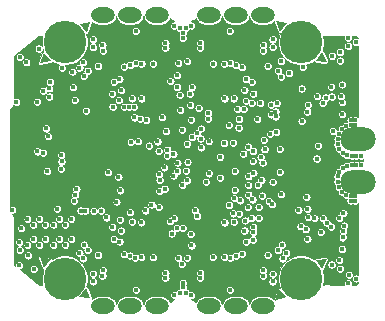
<source format=gbr>
G04 #@! TF.GenerationSoftware,KiCad,Pcbnew,(5.1.4)-1*
G04 #@! TF.CreationDate,2021-04-25T17:32:37+02:00*
G04 #@! TF.ProjectId,ultimateFC,756c7469-6d61-4746-9546-432e6b696361,rev?*
G04 #@! TF.SameCoordinates,Original*
G04 #@! TF.FileFunction,Copper,L5,Inr*
G04 #@! TF.FilePolarity,Positive*
%FSLAX46Y46*%
G04 Gerber Fmt 4.6, Leading zero omitted, Abs format (unit mm)*
G04 Created by KiCad (PCBNEW (5.1.4)-1) date 2021-04-25 17:32:37*
%MOMM*%
%LPD*%
G04 APERTURE LIST*
%ADD10C,0.850000*%
%ADD11O,3.000000X2.000000*%
%ADD12C,0.500000*%
%ADD13C,0.250000*%
%ADD14O,2.000000X1.300000*%
%ADD15O,0.400000X0.400000*%
%ADD16C,3.600000*%
%ADD17C,0.400000*%
%ADD18C,0.100000*%
G04 APERTURE END LIST*
D10*
X192500000Y-64925000D03*
X196600000Y-64925000D03*
X192460000Y-79070000D03*
X196560000Y-79070000D03*
D11*
X197350000Y-73800000D03*
X197350000Y-70200000D03*
D12*
X174250000Y-60650000D03*
D13*
G36*
X174683260Y-60307530D02*
G01*
X174361761Y-61190841D01*
X173761360Y-60472150D01*
X174683260Y-60307530D01*
X174683260Y-60307530D01*
G37*
D12*
X170800000Y-63450000D03*
D13*
G36*
X170720043Y-62903551D02*
G01*
X171324263Y-63623632D01*
X170401657Y-63784250D01*
X170720043Y-62903551D01*
X170720043Y-62903551D01*
G37*
D12*
X174254562Y-83353828D03*
D13*
G36*
X173730299Y-83527460D02*
G01*
X174334519Y-82807379D01*
X174652905Y-83688078D01*
X173730299Y-83527460D01*
X173730299Y-83527460D01*
G37*
D12*
X170800000Y-80550000D03*
D13*
G36*
X171324263Y-80376368D02*
G01*
X170720043Y-81096449D01*
X170401657Y-80215750D01*
X171324263Y-80376368D01*
X171324263Y-80376368D01*
G37*
D12*
X190800000Y-83450000D03*
D13*
G36*
X190672721Y-82912599D02*
G01*
X191337401Y-83577279D01*
X190432304Y-83817696D01*
X190672721Y-82912599D01*
X190672721Y-82912599D01*
G37*
D12*
X194250000Y-80660000D03*
D13*
G36*
X194282027Y-81211339D02*
G01*
X193742865Y-80441336D01*
X194675959Y-80361740D01*
X194282027Y-81211339D01*
X194282027Y-81211339D01*
G37*
D14*
X175720000Y-84300000D03*
D15*
X174920000Y-84300000D03*
X175120000Y-83950000D03*
X175520000Y-83850000D03*
X176520000Y-84300000D03*
X176320000Y-83950000D03*
X175920000Y-83850000D03*
X178220000Y-83850000D03*
X178620000Y-83950000D03*
X178820000Y-84300000D03*
X177820000Y-83850000D03*
X177420000Y-83950000D03*
X177220000Y-84300000D03*
D14*
X178020000Y-84300000D03*
X180320000Y-84300000D03*
D15*
X179520000Y-84300000D03*
X179720000Y-83950000D03*
X180120000Y-83850000D03*
X181120000Y-84300000D03*
X180920000Y-83950000D03*
X180520000Y-83850000D03*
X189080000Y-83850000D03*
X188680000Y-83950000D03*
X188480000Y-84300000D03*
X189480000Y-83850000D03*
X189880000Y-83950000D03*
X190080000Y-84300000D03*
D14*
X189280000Y-84300000D03*
X189280000Y-59700000D03*
D15*
X190080000Y-59700000D03*
X189880000Y-60050000D03*
X189480000Y-60150000D03*
X188480000Y-59700000D03*
X188680000Y-60050000D03*
X189080000Y-60150000D03*
X186780000Y-83850000D03*
X186380000Y-83950000D03*
X186180000Y-84300000D03*
X187180000Y-83850000D03*
X187580000Y-83950000D03*
X187780000Y-84300000D03*
D14*
X186980000Y-84300000D03*
D15*
X186780000Y-60150000D03*
X186380000Y-60050000D03*
X186180000Y-59700000D03*
X187180000Y-60150000D03*
X187580000Y-60050000D03*
X187780000Y-59700000D03*
D14*
X186980000Y-59700000D03*
X184680000Y-84300000D03*
D15*
X185480000Y-84300000D03*
X185280000Y-83950000D03*
X184880000Y-83850000D03*
X183880000Y-84300000D03*
X184080000Y-83950000D03*
X184480000Y-83850000D03*
D14*
X184680000Y-59700000D03*
D15*
X185480000Y-59700000D03*
X185280000Y-60050000D03*
X184880000Y-60150000D03*
X183880000Y-59700000D03*
X184080000Y-60050000D03*
X184480000Y-60150000D03*
X178220000Y-60150000D03*
X178620000Y-60050000D03*
X178820000Y-59700000D03*
X177820000Y-60150000D03*
X177420000Y-60050000D03*
X177220000Y-59700000D03*
D14*
X178020000Y-59700000D03*
D15*
X180520000Y-60150000D03*
X180920000Y-60050000D03*
X181120000Y-59700000D03*
X180120000Y-60150000D03*
X179720000Y-60050000D03*
X179520000Y-59700000D03*
D14*
X180320000Y-59700000D03*
D15*
X175920000Y-60150000D03*
X176320000Y-60050000D03*
X176520000Y-59700000D03*
X175520000Y-60150000D03*
X175120000Y-60050000D03*
X174920000Y-59700000D03*
D14*
X175720000Y-59700000D03*
D16*
X172500000Y-82000000D03*
X172500000Y-62000000D03*
X192500000Y-62000000D03*
X192500000Y-82000000D03*
D12*
X190792929Y-60542929D03*
D13*
G36*
X191317192Y-60369297D02*
G01*
X190712972Y-61089378D01*
X190394586Y-60208679D01*
X191317192Y-60369297D01*
X191317192Y-60369297D01*
G37*
D12*
X194250000Y-63350000D03*
D13*
G36*
X193742865Y-63568664D02*
G01*
X194282027Y-62798661D01*
X194675959Y-63648260D01*
X193742865Y-63568664D01*
X193742865Y-63568664D01*
G37*
D10*
X172700000Y-67900000D03*
X168600000Y-67900000D03*
D17*
X195125000Y-82000000D03*
X195125000Y-61925000D03*
X195800000Y-82400000D03*
X195800000Y-81674999D03*
X196500000Y-62825000D03*
X195800000Y-62325000D03*
X170350000Y-77450001D03*
X170850000Y-76950000D03*
X169850000Y-76950000D03*
X169350000Y-77450001D03*
X173050000Y-77450001D03*
X172550000Y-76950000D03*
X171550000Y-76950000D03*
X172050000Y-77450001D03*
X173050000Y-79150001D03*
X172550000Y-78650000D03*
X171550000Y-78650000D03*
X172050000Y-79150001D03*
X170850000Y-79150001D03*
X169850000Y-79150001D03*
X170350000Y-78650000D03*
X169350000Y-78650000D03*
X186990000Y-81550000D03*
X186200000Y-80930000D03*
X186980000Y-82364980D03*
X186990000Y-81950000D03*
X185579998Y-78690000D03*
X189370000Y-78720000D03*
X189780000Y-78700000D03*
X184530000Y-80200000D03*
X182500000Y-81300000D03*
X186990000Y-62450000D03*
X186200000Y-63070000D03*
X186980000Y-61635020D03*
X186990000Y-62050000D03*
X185579998Y-65310000D03*
X189370000Y-65280000D03*
X189780000Y-65300000D03*
X185579998Y-65818000D03*
X178010000Y-62450000D03*
X178800000Y-63070000D03*
X178020000Y-61635020D03*
X178010000Y-62050000D03*
X179420002Y-65310000D03*
X175630000Y-65280000D03*
X175220000Y-65300000D03*
X180470000Y-63800000D03*
X179420002Y-65818000D03*
X182500000Y-62700000D03*
X180770000Y-78400000D03*
X179420002Y-78182000D03*
X179420002Y-78690000D03*
X175630000Y-78720000D03*
X175220000Y-78700000D03*
X180470000Y-80200000D03*
X178800000Y-80930000D03*
X178020000Y-82364980D03*
X178010000Y-81550000D03*
X178010000Y-81950000D03*
X184555977Y-63760987D03*
X184124998Y-65100000D03*
X184850000Y-70900000D03*
X170700000Y-72500000D03*
X172600000Y-73800000D03*
X172600000Y-74800000D03*
X174400000Y-73000000D03*
X175407592Y-72992408D03*
X176600000Y-71800000D03*
X178700000Y-76100000D03*
X194124986Y-69500000D03*
X188050000Y-68500000D03*
X186450000Y-68500000D03*
X175250000Y-67450000D03*
X169050000Y-69650000D03*
X171650000Y-67450000D03*
X169650000Y-70550000D03*
X169162500Y-65700000D03*
X168850000Y-64850000D03*
X169150000Y-68550000D03*
X177021705Y-75019075D03*
X176640000Y-76825000D03*
X178050554Y-74971598D03*
X174350000Y-70475000D03*
X176275000Y-71050002D03*
X176827505Y-71422495D03*
X173900000Y-70600000D03*
X196043019Y-64460873D03*
X193078324Y-64450010D03*
X195969188Y-75990011D03*
X171500000Y-69149990D03*
X178700000Y-73150000D03*
X168725000Y-72675000D03*
X169525000Y-72650000D03*
X170225000Y-72675000D03*
X168000000Y-74175000D03*
X168775000Y-75700000D03*
X169549998Y-75700000D03*
X170300000Y-75750000D03*
X168573136Y-76307597D03*
X180970010Y-79575000D03*
X184039990Y-64375000D03*
X196010000Y-67597411D03*
X194800000Y-70100000D03*
X194900000Y-70800000D03*
X193541292Y-66937054D03*
X184702315Y-72000000D03*
X185235890Y-72860892D03*
X173590000Y-72510000D03*
X168350000Y-68850000D03*
X168350000Y-69925000D03*
X168000000Y-73625000D03*
X168000000Y-74725000D03*
X196500000Y-63550000D03*
X197175000Y-63150000D03*
X183300010Y-69302963D03*
X180975000Y-68800000D03*
X182049013Y-68875987D03*
X170725000Y-73325000D03*
X177900000Y-70909979D03*
X178699996Y-72420032D03*
X190880000Y-74260000D03*
X189960000Y-73020000D03*
X168680000Y-78340000D03*
X168700000Y-80110000D03*
X172420000Y-70230000D03*
X171190000Y-76160000D03*
X169900000Y-65900004D03*
X169937045Y-64882739D03*
X193479271Y-78268888D03*
X177700000Y-73020010D03*
X179880000Y-73730000D03*
X183690010Y-72950000D03*
X179440000Y-72500000D03*
X185579998Y-78240010D03*
X184180604Y-78450021D03*
X180800000Y-65630001D03*
X193825000Y-73050000D03*
X193825000Y-73800000D03*
X193825000Y-74200000D03*
X193825000Y-74600000D03*
X193425000Y-74600000D03*
X193425000Y-74200000D03*
X193425000Y-73800000D03*
X193425000Y-73050000D03*
X193825000Y-72375000D03*
X193425000Y-72325000D03*
X195800000Y-61600000D03*
X196550000Y-81175000D03*
X197175000Y-80825000D03*
X196575000Y-80450000D03*
X196000000Y-80000000D03*
X172550000Y-77450001D03*
X173050000Y-76950000D03*
X172050000Y-76950000D03*
X171550000Y-77450001D03*
X172550000Y-79150001D03*
X173050000Y-78650000D03*
X172050000Y-78650000D03*
X171550000Y-79150001D03*
X188470000Y-77650000D03*
X187860000Y-78880000D03*
X188470000Y-66350000D03*
X187860000Y-65120000D03*
X176530000Y-66350000D03*
X177140000Y-65120000D03*
X177170000Y-77020000D03*
X176530000Y-77650000D03*
X177140000Y-78880000D03*
X178190000Y-77180000D03*
X196000000Y-68100000D03*
X196033399Y-78518755D03*
X193118682Y-76823707D03*
X173271355Y-75400170D03*
X173159326Y-64501195D03*
X171200000Y-65900000D03*
X173850000Y-76250000D03*
X178189418Y-66749967D03*
X174249979Y-76258337D03*
X174950000Y-76273365D03*
X195975000Y-65575000D03*
X192650000Y-64100000D03*
X173200000Y-65800010D03*
X196100148Y-76472569D03*
X190350000Y-68279978D03*
X189950000Y-68110000D03*
X190340000Y-67870000D03*
X193050000Y-78640000D03*
X193100000Y-67290000D03*
X195970000Y-79500000D03*
X177086455Y-66899990D03*
X178890000Y-68479998D03*
X187780000Y-77090000D03*
X186810000Y-77190011D03*
X186807889Y-66755382D03*
X187830180Y-66949995D03*
X188470000Y-78060000D03*
X170850000Y-77450001D03*
X170350000Y-76950000D03*
X169350000Y-76950000D03*
X169850000Y-77450001D03*
X169350000Y-79150001D03*
X170350000Y-79150001D03*
X169850000Y-78650000D03*
X185030000Y-80200000D03*
X179970000Y-63800000D03*
X179970000Y-80200000D03*
X185054304Y-63802000D03*
X184050000Y-69300000D03*
X185650000Y-73475002D03*
X185650000Y-71700000D03*
X185993092Y-70524998D03*
X178025000Y-76400000D03*
X179325000Y-76239990D03*
X187250000Y-68500000D03*
X170850000Y-78650000D03*
X175575000Y-76250000D03*
X176884839Y-75499979D03*
X188813416Y-68510830D03*
X172250000Y-64150000D03*
X171266640Y-65366640D03*
X195200000Y-69500000D03*
X194178268Y-78074355D03*
X192566436Y-65913818D03*
X193886365Y-66575202D03*
X170300001Y-62536364D03*
X182450000Y-69400000D03*
X190810000Y-74873576D03*
X178398916Y-68363730D03*
X171010000Y-72910000D03*
X193650000Y-76900000D03*
X180530000Y-73670000D03*
X190062495Y-75717505D03*
X189777495Y-75432505D03*
X197175000Y-82000000D03*
X196500000Y-82400000D03*
X195800000Y-81175000D03*
X196500001Y-62325000D03*
X197175000Y-61975000D03*
X183971007Y-81535983D03*
X183972436Y-81939725D03*
X190100000Y-82250000D03*
X190100000Y-81600000D03*
X182500000Y-82750000D03*
X189305000Y-81760000D03*
X189280000Y-81300000D03*
X183971007Y-62464017D03*
X183972436Y-62060275D03*
X190100000Y-61750000D03*
X190100000Y-62400000D03*
X189305000Y-62240000D03*
X189280000Y-62700000D03*
X182500000Y-61650002D03*
X181028993Y-62464017D03*
X181027564Y-62060275D03*
X174900000Y-61750000D03*
X174900000Y-62400000D03*
X182500000Y-61250000D03*
X175695000Y-62240000D03*
X175720000Y-62700000D03*
X182500000Y-82349998D03*
X175695000Y-81760000D03*
X175720000Y-81300000D03*
X181028993Y-81535983D03*
X181027564Y-81939725D03*
X174900000Y-82250000D03*
X174900000Y-81600000D03*
X183079988Y-66349990D03*
X177550000Y-67450000D03*
X177950000Y-67450000D03*
X178350000Y-67449978D03*
X197100000Y-68600000D03*
X196700000Y-68600000D03*
X197600000Y-71600000D03*
X197200000Y-71600000D03*
X196800000Y-71600000D03*
X196400000Y-71550000D03*
X196050000Y-71350000D03*
X197100000Y-69000000D03*
X196700000Y-69000000D03*
X195750000Y-71050000D03*
X195600000Y-70650000D03*
X195600000Y-70200000D03*
X195700000Y-69750000D03*
X195950000Y-69350000D03*
X196300000Y-69100000D03*
X195799999Y-62825000D03*
X195800000Y-63550000D03*
X195125000Y-63150000D03*
X195100000Y-80825000D03*
X181770000Y-76900000D03*
X181420014Y-77150000D03*
X183140000Y-67310000D03*
X183840000Y-67570000D03*
X196500000Y-61600000D03*
X196550000Y-81675000D03*
X195750000Y-80450000D03*
X186750018Y-70499999D03*
X183705330Y-76703507D03*
X195950000Y-74650000D03*
X196300000Y-74900000D03*
X197100000Y-75400000D03*
X196700000Y-75400000D03*
X197200000Y-72400000D03*
X197600000Y-72400000D03*
X195600000Y-73350000D03*
X195750000Y-72950000D03*
X197100000Y-75000000D03*
X196800000Y-72400000D03*
X196700000Y-75000000D03*
X196050000Y-72650000D03*
X195700000Y-74250000D03*
X195600000Y-73800000D03*
X196400000Y-72450000D03*
X193044173Y-67867942D03*
X189424682Y-71062225D03*
X192560000Y-68680000D03*
X193949979Y-70760112D03*
X186528895Y-63766741D03*
X183210000Y-60584581D03*
X182230000Y-66439959D03*
X186019990Y-66750012D03*
X187720432Y-66060000D03*
X188340000Y-65350000D03*
X186026237Y-63808216D03*
X186480000Y-61050000D03*
X187013061Y-63941170D03*
X190561469Y-64406915D03*
X189680000Y-64000000D03*
X174438531Y-64406915D03*
X175320000Y-64000000D03*
X178499785Y-63750999D03*
X181790000Y-60584581D03*
X182000000Y-64800000D03*
X177279568Y-66060000D03*
X178987552Y-66750012D03*
X176660000Y-65350000D03*
X178996477Y-63808517D03*
X187120000Y-67650000D03*
X188420000Y-72070019D03*
X181450000Y-65300000D03*
X182250000Y-60810000D03*
X182120000Y-63750000D03*
X178520000Y-61050000D03*
X178022625Y-63919289D03*
X173750000Y-64150001D03*
X177520002Y-64060000D03*
X174050007Y-63699990D03*
X174120000Y-64874439D03*
X190561469Y-79593085D03*
X189680000Y-80000000D03*
X175320000Y-80000000D03*
X174438531Y-79593085D03*
X195756067Y-76893933D03*
X189251094Y-72193350D03*
X194586377Y-66684143D03*
X180450000Y-75970000D03*
X188050000Y-73350010D03*
X194677066Y-77276463D03*
X186850007Y-75200011D03*
X179850000Y-75750000D03*
X194339081Y-67135477D03*
X186900000Y-74500000D03*
X194350011Y-76898248D03*
X189160688Y-73660688D03*
X188480259Y-73045266D03*
X193050012Y-76123697D03*
X192290000Y-76190000D03*
X190439709Y-67169017D03*
X187224490Y-69229970D03*
X189950000Y-67270000D03*
X186400012Y-69018287D03*
X195063202Y-65763202D03*
X188040000Y-70830002D03*
X195058739Y-77599477D03*
X189359998Y-70260000D03*
X192470000Y-77580000D03*
X189230000Y-74979998D03*
X188049994Y-74900000D03*
X192900001Y-77835167D03*
X189900000Y-69749998D03*
X195100000Y-66600000D03*
X186528895Y-80233259D03*
X183210000Y-83415419D03*
X183230000Y-79200000D03*
X188420000Y-78710000D03*
X186019990Y-77249988D03*
X187720432Y-77940000D03*
X178474682Y-80234589D03*
X181790000Y-83415419D03*
X182417512Y-80792488D03*
X176660000Y-78650000D03*
X177279568Y-77940000D03*
X178980010Y-77249988D03*
X187660000Y-67650000D03*
X189090000Y-71720000D03*
X186026237Y-80191784D03*
X188400000Y-75300000D03*
X186896434Y-72900000D03*
X181979990Y-77728897D03*
X188920000Y-75940000D03*
X182750000Y-60810000D03*
X182879916Y-63604987D03*
X182750000Y-83190000D03*
X182880000Y-80250000D03*
X186480000Y-82950000D03*
X187008350Y-80064533D03*
X190825001Y-63574999D03*
X190827225Y-64903369D03*
X191500000Y-64600000D03*
X187500002Y-64120000D03*
X191250000Y-79849999D03*
X187500000Y-79900000D03*
X190949993Y-80300010D03*
X190880000Y-79125561D03*
X178973763Y-80191784D03*
X182490000Y-77720000D03*
X188000000Y-75970000D03*
X182120000Y-80250000D03*
X182250000Y-83190000D03*
X178520000Y-82950000D03*
X178006031Y-80060296D03*
X173750000Y-79849999D03*
X177518417Y-79949641D03*
X174120000Y-79125561D03*
X174050007Y-80300010D03*
X177050002Y-73390000D03*
X176553976Y-67450000D03*
X196084435Y-78012636D03*
X187269891Y-76510021D03*
X196170000Y-77520000D03*
X186770001Y-76490000D03*
X183210000Y-68550000D03*
X182280000Y-67740000D03*
X190100000Y-73810004D03*
X190700000Y-72990000D03*
X168065948Y-76184716D03*
X180500000Y-74599989D03*
X172231711Y-72081495D03*
X180956917Y-74396926D03*
X172210000Y-71540000D03*
X184644000Y-68479816D03*
X182849995Y-70599982D03*
X170180000Y-67027478D03*
X173400000Y-74900013D03*
X168824999Y-77749999D03*
X170930000Y-69290000D03*
X179622495Y-70747495D03*
X176025000Y-76825000D03*
X183534052Y-76233746D03*
X178700002Y-70380000D03*
X181075000Y-69525000D03*
X181160000Y-71590000D03*
X182450000Y-74100000D03*
X182050002Y-72199983D03*
X180483928Y-73172115D03*
X174300000Y-67800000D03*
X183281510Y-70018490D03*
X180930000Y-72600000D03*
X184000000Y-70150000D03*
X173350000Y-66900000D03*
X184699986Y-70400000D03*
X178100002Y-70450000D03*
X190700000Y-71050000D03*
X190399988Y-69585678D03*
X186403502Y-75766498D03*
X195900010Y-66588333D03*
X187626672Y-71433908D03*
X187340328Y-75391786D03*
X196001049Y-67097401D03*
X188450003Y-71200015D03*
X188050000Y-74100000D03*
X188844584Y-74086880D03*
X182850000Y-73700000D03*
X180450000Y-71200000D03*
X184450000Y-73800000D03*
X184699988Y-73100000D03*
X171200000Y-66600000D03*
X183689353Y-69695137D03*
X184050000Y-70900000D03*
X170700000Y-66099994D03*
X181710000Y-71450000D03*
X170686760Y-71350010D03*
X181187824Y-71090773D03*
X170188487Y-71238487D03*
X168650000Y-80880000D03*
X168650000Y-78930000D03*
X169407512Y-80047512D03*
X182040000Y-72910000D03*
X181710867Y-73299894D03*
X168700000Y-79580000D03*
X169875000Y-81200000D03*
X173495648Y-74407261D03*
X168700000Y-63249998D03*
X184630000Y-67980000D03*
X180750000Y-68349997D03*
X180355016Y-70399990D03*
X172170000Y-72710000D03*
X171870000Y-76100000D03*
X179390000Y-68570000D03*
X171110000Y-69960000D03*
X168395301Y-67054038D03*
X169250000Y-63700018D03*
X183253758Y-65823758D03*
X189050000Y-67150000D03*
X188920002Y-76870000D03*
X183159998Y-78220000D03*
X188327541Y-67149859D03*
X182000000Y-65780000D03*
X181560000Y-78190000D03*
X188293994Y-76870010D03*
X177199649Y-74541966D03*
X182760000Y-72880000D03*
X182900000Y-72142700D03*
X176180000Y-73010000D03*
X193823720Y-71850679D03*
X192970000Y-75110000D03*
D18*
G36*
X188127279Y-59810542D02*
G01*
X188130770Y-59810555D01*
X188132720Y-59810549D01*
X188136976Y-59810118D01*
X188141576Y-59856827D01*
X188187321Y-60007628D01*
X188261607Y-60146606D01*
X188361578Y-60268422D01*
X188483394Y-60368393D01*
X188622372Y-60442679D01*
X188773173Y-60488424D01*
X188890707Y-60500000D01*
X189669293Y-60500000D01*
X189786827Y-60488424D01*
X189937628Y-60442679D01*
X190076606Y-60368393D01*
X190198422Y-60268422D01*
X190244564Y-60212197D01*
X190245565Y-60231285D01*
X190252838Y-60259923D01*
X190571224Y-61140622D01*
X190579276Y-61158975D01*
X190595423Y-61183721D01*
X190616087Y-61204841D01*
X190640474Y-61221523D01*
X190667648Y-61233128D01*
X190696563Y-61239208D01*
X190704431Y-61239294D01*
X190624938Y-61431206D01*
X190550000Y-61807942D01*
X190550000Y-62192058D01*
X190624938Y-62568794D01*
X190771933Y-62923671D01*
X190985336Y-63243052D01*
X191039997Y-63297713D01*
X190990788Y-63264833D01*
X190927092Y-63238449D01*
X190859473Y-63224999D01*
X190790529Y-63224999D01*
X190722910Y-63238449D01*
X190659214Y-63264833D01*
X190601889Y-63303136D01*
X190553138Y-63351887D01*
X190514835Y-63409212D01*
X190488451Y-63472908D01*
X190475001Y-63540527D01*
X190475001Y-63609471D01*
X190488451Y-63677090D01*
X190514835Y-63740786D01*
X190553138Y-63798111D01*
X190601889Y-63846862D01*
X190659214Y-63885165D01*
X190722910Y-63911549D01*
X190790529Y-63924999D01*
X190859473Y-63924999D01*
X190927092Y-63911549D01*
X190990788Y-63885165D01*
X191048113Y-63846862D01*
X191096864Y-63798111D01*
X191135167Y-63740786D01*
X191161551Y-63677090D01*
X191175001Y-63609471D01*
X191175001Y-63540527D01*
X191161551Y-63472908D01*
X191135167Y-63409212D01*
X191102287Y-63360003D01*
X191256948Y-63514664D01*
X191576329Y-63728067D01*
X191931206Y-63875062D01*
X192307942Y-63950000D01*
X192333295Y-63950000D01*
X192313450Y-63997909D01*
X192300000Y-64065528D01*
X192300000Y-64134472D01*
X192313450Y-64202091D01*
X192339834Y-64265787D01*
X192378137Y-64323112D01*
X192426888Y-64371863D01*
X192484213Y-64410166D01*
X192547909Y-64436550D01*
X192615528Y-64450000D01*
X192684472Y-64450000D01*
X192752091Y-64436550D01*
X192815787Y-64410166D01*
X192873112Y-64371863D01*
X192921863Y-64323112D01*
X192960166Y-64265787D01*
X192986550Y-64202091D01*
X193000000Y-64134472D01*
X193000000Y-64065528D01*
X192986550Y-63997909D01*
X192960166Y-63934213D01*
X192938023Y-63901074D01*
X193068794Y-63875062D01*
X193423671Y-63728067D01*
X193598558Y-63611212D01*
X193599214Y-63614300D01*
X193610877Y-63641448D01*
X193627613Y-63665799D01*
X193648777Y-63686417D01*
X193673558Y-63702510D01*
X193701001Y-63713460D01*
X193730054Y-63718845D01*
X194663148Y-63798441D01*
X194682207Y-63798856D01*
X194711467Y-63794744D01*
X194739362Y-63785002D01*
X194764821Y-63770005D01*
X194786865Y-63750330D01*
X194804646Y-63726732D01*
X194817483Y-63700119D01*
X194824881Y-63671512D01*
X194826555Y-63642012D01*
X194822443Y-63612752D01*
X194812701Y-63584857D01*
X194780556Y-63515528D01*
X195450000Y-63515528D01*
X195450000Y-63584472D01*
X195463450Y-63652091D01*
X195489834Y-63715787D01*
X195528137Y-63773112D01*
X195576888Y-63821863D01*
X195634213Y-63860166D01*
X195697909Y-63886550D01*
X195765528Y-63900000D01*
X195834472Y-63900000D01*
X195902091Y-63886550D01*
X195965787Y-63860166D01*
X196023112Y-63821863D01*
X196071863Y-63773112D01*
X196110166Y-63715787D01*
X196136550Y-63652091D01*
X196150000Y-63584472D01*
X196150000Y-63515528D01*
X196136550Y-63447909D01*
X196110166Y-63384213D01*
X196071863Y-63326888D01*
X196023112Y-63278137D01*
X195965787Y-63239834D01*
X195902091Y-63213450D01*
X195834472Y-63200000D01*
X195765528Y-63200000D01*
X195697909Y-63213450D01*
X195634213Y-63239834D01*
X195576888Y-63278137D01*
X195528137Y-63326888D01*
X195489834Y-63384213D01*
X195463450Y-63447909D01*
X195450000Y-63515528D01*
X194780556Y-63515528D01*
X194595089Y-63115528D01*
X194775000Y-63115528D01*
X194775000Y-63184472D01*
X194788450Y-63252091D01*
X194814834Y-63315787D01*
X194853137Y-63373112D01*
X194901888Y-63421863D01*
X194959213Y-63460166D01*
X195022909Y-63486550D01*
X195090528Y-63500000D01*
X195159472Y-63500000D01*
X195227091Y-63486550D01*
X195290787Y-63460166D01*
X195348112Y-63421863D01*
X195396863Y-63373112D01*
X195435166Y-63315787D01*
X195461550Y-63252091D01*
X195475000Y-63184472D01*
X195475000Y-63115528D01*
X195461550Y-63047909D01*
X195435166Y-62984213D01*
X195396863Y-62926888D01*
X195348112Y-62878137D01*
X195290787Y-62839834D01*
X195227091Y-62813450D01*
X195159472Y-62800000D01*
X195090528Y-62800000D01*
X195022909Y-62813450D01*
X194959213Y-62839834D01*
X194901888Y-62878137D01*
X194853137Y-62926888D01*
X194814834Y-62984213D01*
X194788450Y-63047909D01*
X194775000Y-63115528D01*
X194595089Y-63115528D01*
X194444397Y-62790528D01*
X195449999Y-62790528D01*
X195449999Y-62859472D01*
X195463449Y-62927091D01*
X195489833Y-62990787D01*
X195528136Y-63048112D01*
X195576887Y-63096863D01*
X195634212Y-63135166D01*
X195697908Y-63161550D01*
X195765527Y-63175000D01*
X195834471Y-63175000D01*
X195902090Y-63161550D01*
X195965786Y-63135166D01*
X196023111Y-63096863D01*
X196071862Y-63048112D01*
X196110165Y-62990787D01*
X196136549Y-62927091D01*
X196149999Y-62859472D01*
X196149999Y-62790528D01*
X196136549Y-62722909D01*
X196110165Y-62659213D01*
X196071862Y-62601888D01*
X196023111Y-62553137D01*
X195965786Y-62514834D01*
X195902090Y-62488450D01*
X195834471Y-62475000D01*
X195765527Y-62475000D01*
X195697908Y-62488450D01*
X195634212Y-62514834D01*
X195576887Y-62553137D01*
X195528136Y-62601888D01*
X195489833Y-62659213D01*
X195463449Y-62722909D01*
X195449999Y-62790528D01*
X194444397Y-62790528D01*
X194418769Y-62735258D01*
X194409148Y-62717676D01*
X194390906Y-62694432D01*
X194368480Y-62675193D01*
X194342731Y-62660700D01*
X194337678Y-62659046D01*
X194375062Y-62568794D01*
X194430412Y-62290528D01*
X196150001Y-62290528D01*
X196150001Y-62359472D01*
X196163451Y-62427091D01*
X196189835Y-62490787D01*
X196228138Y-62548112D01*
X196276889Y-62596863D01*
X196334214Y-62635166D01*
X196397910Y-62661550D01*
X196465529Y-62675000D01*
X196534473Y-62675000D01*
X196602092Y-62661550D01*
X196665788Y-62635166D01*
X196723113Y-62596863D01*
X196771864Y-62548112D01*
X196810167Y-62490787D01*
X196836551Y-62427091D01*
X196850001Y-62359472D01*
X196850001Y-62290528D01*
X196836551Y-62222909D01*
X196810167Y-62159213D01*
X196771864Y-62101888D01*
X196723113Y-62053137D01*
X196665788Y-62014834D01*
X196602092Y-61988450D01*
X196534473Y-61975000D01*
X196465529Y-61975000D01*
X196397910Y-61988450D01*
X196334214Y-62014834D01*
X196276889Y-62053137D01*
X196228138Y-62101888D01*
X196189835Y-62159213D01*
X196163451Y-62222909D01*
X196150001Y-62290528D01*
X194430412Y-62290528D01*
X194450000Y-62192058D01*
X194450000Y-61807942D01*
X194380528Y-61458687D01*
X194386457Y-61460482D01*
X194408658Y-61464897D01*
X194430840Y-61469632D01*
X194434310Y-61469999D01*
X194434312Y-61469999D01*
X194725396Y-61498786D01*
X194737426Y-61498796D01*
X194749412Y-61500000D01*
X194752903Y-61499983D01*
X194785198Y-61499608D01*
X194796952Y-61498318D01*
X194808786Y-61498218D01*
X194812254Y-61497823D01*
X195098702Y-61463247D01*
X195106935Y-61462519D01*
X195173353Y-61450000D01*
X196183295Y-61450000D01*
X196163450Y-61497909D01*
X196150000Y-61565528D01*
X196150000Y-61634472D01*
X196163450Y-61702091D01*
X196189834Y-61765787D01*
X196228137Y-61823112D01*
X196276888Y-61871863D01*
X196334213Y-61910166D01*
X196397909Y-61936550D01*
X196465528Y-61950000D01*
X196534472Y-61950000D01*
X196602091Y-61936550D01*
X196665787Y-61910166D01*
X196723112Y-61871863D01*
X196771863Y-61823112D01*
X196810166Y-61765787D01*
X196836550Y-61702091D01*
X196850000Y-61634472D01*
X196850000Y-61565528D01*
X196836550Y-61497909D01*
X196816705Y-61450000D01*
X197196447Y-61450000D01*
X197350001Y-61603554D01*
X197350001Y-61670991D01*
X197340787Y-61664834D01*
X197277091Y-61638450D01*
X197209472Y-61625000D01*
X197140528Y-61625000D01*
X197072909Y-61638450D01*
X197009213Y-61664834D01*
X196951888Y-61703137D01*
X196903137Y-61751888D01*
X196864834Y-61809213D01*
X196838450Y-61872909D01*
X196825000Y-61940528D01*
X196825000Y-62009472D01*
X196838450Y-62077091D01*
X196864834Y-62140787D01*
X196903137Y-62198112D01*
X196951888Y-62246863D01*
X197009213Y-62285166D01*
X197072909Y-62311550D01*
X197140528Y-62325000D01*
X197209472Y-62325000D01*
X197277091Y-62311550D01*
X197340787Y-62285166D01*
X197350001Y-62279010D01*
X197350000Y-68355025D01*
X197323112Y-68328137D01*
X197265787Y-68289834D01*
X197202091Y-68263450D01*
X197134472Y-68250000D01*
X197065528Y-68250000D01*
X196997909Y-68263450D01*
X196934213Y-68289834D01*
X196900000Y-68312694D01*
X196865787Y-68289834D01*
X196802091Y-68263450D01*
X196734472Y-68250000D01*
X196665528Y-68250000D01*
X196597909Y-68263450D01*
X196534213Y-68289834D01*
X196476888Y-68328137D01*
X196428137Y-68376888D01*
X196389834Y-68434213D01*
X196363450Y-68497909D01*
X196350000Y-68565528D01*
X196350000Y-68634472D01*
X196363450Y-68702091D01*
X196387679Y-68760583D01*
X196334472Y-68750000D01*
X196265528Y-68750000D01*
X196197909Y-68763450D01*
X196134213Y-68789834D01*
X196076888Y-68828137D01*
X196028137Y-68876888D01*
X195989834Y-68934213D01*
X195963450Y-68997909D01*
X195963034Y-69000000D01*
X195915528Y-69000000D01*
X195847909Y-69013450D01*
X195784213Y-69039834D01*
X195726888Y-69078137D01*
X195678137Y-69126888D01*
X195639834Y-69184213D01*
X195613450Y-69247909D01*
X195600000Y-69315528D01*
X195600000Y-69384472D01*
X195605465Y-69411947D01*
X195597909Y-69413450D01*
X195544077Y-69435748D01*
X195536550Y-69397909D01*
X195510166Y-69334213D01*
X195471863Y-69276888D01*
X195423112Y-69228137D01*
X195365787Y-69189834D01*
X195302091Y-69163450D01*
X195234472Y-69150000D01*
X195165528Y-69150000D01*
X195097909Y-69163450D01*
X195034213Y-69189834D01*
X194976888Y-69228137D01*
X194928137Y-69276888D01*
X194889834Y-69334213D01*
X194863450Y-69397909D01*
X194850000Y-69465528D01*
X194850000Y-69534472D01*
X194863450Y-69602091D01*
X194889834Y-69665787D01*
X194928137Y-69723112D01*
X194976888Y-69771863D01*
X195034213Y-69810166D01*
X195097909Y-69836550D01*
X195165528Y-69850000D01*
X195234472Y-69850000D01*
X195302091Y-69836550D01*
X195355923Y-69814252D01*
X195363450Y-69852091D01*
X195389834Y-69915787D01*
X195391543Y-69918345D01*
X195376888Y-69928137D01*
X195328137Y-69976888D01*
X195289834Y-70034213D01*
X195263450Y-70097909D01*
X195250000Y-70165528D01*
X195250000Y-70234472D01*
X195263450Y-70302091D01*
X195289834Y-70365787D01*
X195328137Y-70423112D01*
X195330025Y-70425000D01*
X195328137Y-70426888D01*
X195289834Y-70484213D01*
X195263450Y-70547909D01*
X195250000Y-70615528D01*
X195250000Y-70684472D01*
X195263450Y-70752091D01*
X195289834Y-70815787D01*
X195328137Y-70873112D01*
X195376888Y-70921863D01*
X195413974Y-70946643D01*
X195413450Y-70947909D01*
X195400000Y-71015528D01*
X195400000Y-71084472D01*
X195413450Y-71152091D01*
X195439834Y-71215787D01*
X195478137Y-71273112D01*
X195526888Y-71321863D01*
X195584213Y-71360166D01*
X195647909Y-71386550D01*
X195702576Y-71397424D01*
X195713450Y-71452091D01*
X195739834Y-71515787D01*
X195778137Y-71573112D01*
X195826888Y-71621863D01*
X195884213Y-71660166D01*
X195947909Y-71686550D01*
X196015528Y-71700000D01*
X196083295Y-71700000D01*
X196089834Y-71715787D01*
X196128137Y-71773112D01*
X196176888Y-71821863D01*
X196234213Y-71860166D01*
X196297909Y-71886550D01*
X196365528Y-71900000D01*
X196434472Y-71900000D01*
X196502091Y-71886550D01*
X196565366Y-71860341D01*
X196576888Y-71871863D01*
X196634213Y-71910166D01*
X196697909Y-71936550D01*
X196765528Y-71950000D01*
X196834472Y-71950000D01*
X196902091Y-71936550D01*
X196965787Y-71910166D01*
X197000000Y-71887306D01*
X197034213Y-71910166D01*
X197097909Y-71936550D01*
X197165528Y-71950000D01*
X197234472Y-71950000D01*
X197302091Y-71936550D01*
X197365787Y-71910166D01*
X197400000Y-71887306D01*
X197434213Y-71910166D01*
X197497909Y-71936550D01*
X197565528Y-71950000D01*
X197634472Y-71950000D01*
X197702091Y-71936550D01*
X197750000Y-71916705D01*
X197750001Y-72083295D01*
X197702091Y-72063450D01*
X197634472Y-72050000D01*
X197565528Y-72050000D01*
X197497909Y-72063450D01*
X197434213Y-72089834D01*
X197400000Y-72112694D01*
X197365787Y-72089834D01*
X197302091Y-72063450D01*
X197234472Y-72050000D01*
X197165528Y-72050000D01*
X197097909Y-72063450D01*
X197034213Y-72089834D01*
X197000000Y-72112694D01*
X196965787Y-72089834D01*
X196902091Y-72063450D01*
X196834472Y-72050000D01*
X196765528Y-72050000D01*
X196697909Y-72063450D01*
X196634213Y-72089834D01*
X196576888Y-72128137D01*
X196565366Y-72139659D01*
X196502091Y-72113450D01*
X196434472Y-72100000D01*
X196365528Y-72100000D01*
X196297909Y-72113450D01*
X196234213Y-72139834D01*
X196176888Y-72178137D01*
X196128137Y-72226888D01*
X196089834Y-72284213D01*
X196083295Y-72300000D01*
X196015528Y-72300000D01*
X195947909Y-72313450D01*
X195884213Y-72339834D01*
X195826888Y-72378137D01*
X195778137Y-72426888D01*
X195739834Y-72484213D01*
X195713450Y-72547909D01*
X195702576Y-72602576D01*
X195647909Y-72613450D01*
X195584213Y-72639834D01*
X195526888Y-72678137D01*
X195478137Y-72726888D01*
X195439834Y-72784213D01*
X195413450Y-72847909D01*
X195400000Y-72915528D01*
X195400000Y-72984472D01*
X195413450Y-73052091D01*
X195413974Y-73053357D01*
X195376888Y-73078137D01*
X195328137Y-73126888D01*
X195289834Y-73184213D01*
X195263450Y-73247909D01*
X195250000Y-73315528D01*
X195250000Y-73384472D01*
X195263450Y-73452091D01*
X195289834Y-73515787D01*
X195328137Y-73573112D01*
X195330025Y-73575000D01*
X195328137Y-73576888D01*
X195289834Y-73634213D01*
X195263450Y-73697909D01*
X195250000Y-73765528D01*
X195250000Y-73834472D01*
X195263450Y-73902091D01*
X195289834Y-73965787D01*
X195328137Y-74023112D01*
X195376888Y-74071863D01*
X195391543Y-74081655D01*
X195389834Y-74084213D01*
X195363450Y-74147909D01*
X195350000Y-74215528D01*
X195350000Y-74284472D01*
X195363450Y-74352091D01*
X195389834Y-74415787D01*
X195428137Y-74473112D01*
X195476888Y-74521863D01*
X195534213Y-74560166D01*
X195597909Y-74586550D01*
X195605465Y-74588053D01*
X195600000Y-74615528D01*
X195600000Y-74684472D01*
X195613450Y-74752091D01*
X195639834Y-74815787D01*
X195678137Y-74873112D01*
X195726888Y-74921863D01*
X195784213Y-74960166D01*
X195847909Y-74986550D01*
X195915528Y-75000000D01*
X195963034Y-75000000D01*
X195963450Y-75002091D01*
X195989834Y-75065787D01*
X196028137Y-75123112D01*
X196076888Y-75171863D01*
X196134213Y-75210166D01*
X196197909Y-75236550D01*
X196265528Y-75250000D01*
X196334472Y-75250000D01*
X196387679Y-75239417D01*
X196363450Y-75297909D01*
X196350000Y-75365528D01*
X196350000Y-75434472D01*
X196363450Y-75502091D01*
X196389834Y-75565787D01*
X196428137Y-75623112D01*
X196476888Y-75671863D01*
X196534213Y-75710166D01*
X196597909Y-75736550D01*
X196665528Y-75750000D01*
X196734472Y-75750000D01*
X196802091Y-75736550D01*
X196865787Y-75710166D01*
X196900000Y-75687306D01*
X196934213Y-75710166D01*
X196997909Y-75736550D01*
X197065528Y-75750000D01*
X197134472Y-75750000D01*
X197202091Y-75736550D01*
X197265787Y-75710166D01*
X197323112Y-75671863D01*
X197350000Y-75644975D01*
X197350001Y-81695990D01*
X197340787Y-81689834D01*
X197277091Y-81663450D01*
X197209472Y-81650000D01*
X197140528Y-81650000D01*
X197072909Y-81663450D01*
X197009213Y-81689834D01*
X196951888Y-81728137D01*
X196903137Y-81776888D01*
X196864834Y-81834213D01*
X196838450Y-81897909D01*
X196825000Y-81965528D01*
X196825000Y-82034472D01*
X196838450Y-82102091D01*
X196864834Y-82165787D01*
X196903137Y-82223112D01*
X196951888Y-82271863D01*
X197009213Y-82310166D01*
X197072909Y-82336550D01*
X197140528Y-82350000D01*
X197209472Y-82350000D01*
X197277091Y-82336550D01*
X197340787Y-82310166D01*
X197350001Y-82304009D01*
X197350001Y-82396446D01*
X197196447Y-82550000D01*
X196816705Y-82550000D01*
X196836550Y-82502091D01*
X196850000Y-82434472D01*
X196850000Y-82365528D01*
X196836550Y-82297909D01*
X196810166Y-82234213D01*
X196771863Y-82176888D01*
X196723112Y-82128137D01*
X196665787Y-82089834D01*
X196602091Y-82063450D01*
X196534472Y-82050000D01*
X196465528Y-82050000D01*
X196397909Y-82063450D01*
X196334213Y-82089834D01*
X196276888Y-82128137D01*
X196228137Y-82176888D01*
X196189834Y-82234213D01*
X196163450Y-82297909D01*
X196150000Y-82365528D01*
X196150000Y-82434472D01*
X196163450Y-82502091D01*
X196183295Y-82550000D01*
X195173353Y-82550000D01*
X195121582Y-82540242D01*
X195092489Y-82534129D01*
X195080733Y-82532838D01*
X195069160Y-82530368D01*
X195065688Y-82530001D01*
X194774604Y-82501214D01*
X194760951Y-82501203D01*
X194747336Y-82500014D01*
X194743845Y-82500076D01*
X194672588Y-82501831D01*
X194659243Y-82503472D01*
X194645796Y-82503935D01*
X194642338Y-82504420D01*
X194380192Y-82543005D01*
X194450000Y-82192058D01*
X194450000Y-81807942D01*
X194416700Y-81640528D01*
X196200000Y-81640528D01*
X196200000Y-81709472D01*
X196213450Y-81777091D01*
X196239834Y-81840787D01*
X196278137Y-81898112D01*
X196326888Y-81946863D01*
X196384213Y-81985166D01*
X196447909Y-82011550D01*
X196515528Y-82025000D01*
X196584472Y-82025000D01*
X196652091Y-82011550D01*
X196715787Y-81985166D01*
X196773112Y-81946863D01*
X196821863Y-81898112D01*
X196860166Y-81840787D01*
X196886550Y-81777091D01*
X196900000Y-81709472D01*
X196900000Y-81640528D01*
X196886550Y-81572909D01*
X196860166Y-81509213D01*
X196821863Y-81451888D01*
X196773112Y-81403137D01*
X196715787Y-81364834D01*
X196652091Y-81338450D01*
X196584472Y-81325000D01*
X196515528Y-81325000D01*
X196447909Y-81338450D01*
X196384213Y-81364834D01*
X196326888Y-81403137D01*
X196278137Y-81451888D01*
X196239834Y-81509213D01*
X196213450Y-81572909D01*
X196200000Y-81640528D01*
X194416700Y-81640528D01*
X194375062Y-81431206D01*
X194341158Y-81349355D01*
X194360499Y-81340026D01*
X194384097Y-81322245D01*
X194403772Y-81300201D01*
X194418769Y-81274742D01*
X194643283Y-80790528D01*
X194750000Y-80790528D01*
X194750000Y-80859472D01*
X194763450Y-80927091D01*
X194789834Y-80990787D01*
X194828137Y-81048112D01*
X194876888Y-81096863D01*
X194934213Y-81135166D01*
X194997909Y-81161550D01*
X195065528Y-81175000D01*
X195134472Y-81175000D01*
X195202091Y-81161550D01*
X195252842Y-81140528D01*
X195450000Y-81140528D01*
X195450000Y-81209472D01*
X195463450Y-81277091D01*
X195489834Y-81340787D01*
X195528137Y-81398112D01*
X195576888Y-81446863D01*
X195634213Y-81485166D01*
X195697909Y-81511550D01*
X195765528Y-81525000D01*
X195834472Y-81525000D01*
X195902091Y-81511550D01*
X195965787Y-81485166D01*
X196023112Y-81446863D01*
X196071863Y-81398112D01*
X196110166Y-81340787D01*
X196136550Y-81277091D01*
X196150000Y-81209472D01*
X196150000Y-81140528D01*
X196136550Y-81072909D01*
X196110166Y-81009213D01*
X196071863Y-80951888D01*
X196023112Y-80903137D01*
X195965787Y-80864834D01*
X195902091Y-80838450D01*
X195834472Y-80825000D01*
X195765528Y-80825000D01*
X195697909Y-80838450D01*
X195634213Y-80864834D01*
X195576888Y-80903137D01*
X195528137Y-80951888D01*
X195489834Y-81009213D01*
X195463450Y-81072909D01*
X195450000Y-81140528D01*
X195252842Y-81140528D01*
X195265787Y-81135166D01*
X195323112Y-81096863D01*
X195371863Y-81048112D01*
X195410166Y-80990787D01*
X195436550Y-80927091D01*
X195450000Y-80859472D01*
X195450000Y-80790528D01*
X195436550Y-80722909D01*
X195410166Y-80659213D01*
X195371863Y-80601888D01*
X195323112Y-80553137D01*
X195265787Y-80514834D01*
X195202091Y-80488450D01*
X195134472Y-80475000D01*
X195065528Y-80475000D01*
X194997909Y-80488450D01*
X194934213Y-80514834D01*
X194876888Y-80553137D01*
X194828137Y-80601888D01*
X194789834Y-80659213D01*
X194763450Y-80722909D01*
X194750000Y-80790528D01*
X194643283Y-80790528D01*
X194812701Y-80425143D01*
X194816439Y-80415528D01*
X195400000Y-80415528D01*
X195400000Y-80484472D01*
X195413450Y-80552091D01*
X195439834Y-80615787D01*
X195478137Y-80673112D01*
X195526888Y-80721863D01*
X195584213Y-80760166D01*
X195647909Y-80786550D01*
X195715528Y-80800000D01*
X195784472Y-80800000D01*
X195852091Y-80786550D01*
X195915787Y-80760166D01*
X195973112Y-80721863D01*
X196021863Y-80673112D01*
X196060166Y-80615787D01*
X196086550Y-80552091D01*
X196100000Y-80484472D01*
X196100000Y-80415528D01*
X196086550Y-80347909D01*
X196060166Y-80284213D01*
X196021863Y-80226888D01*
X195973112Y-80178137D01*
X195915787Y-80139834D01*
X195852091Y-80113450D01*
X195784472Y-80100000D01*
X195715528Y-80100000D01*
X195647909Y-80113450D01*
X195584213Y-80139834D01*
X195526888Y-80178137D01*
X195478137Y-80226888D01*
X195439834Y-80284213D01*
X195413450Y-80347909D01*
X195400000Y-80415528D01*
X194816439Y-80415528D01*
X194819610Y-80407376D01*
X194825753Y-80378474D01*
X194826140Y-80348929D01*
X194820755Y-80319876D01*
X194809805Y-80292433D01*
X194793712Y-80267652D01*
X194773094Y-80246488D01*
X194748743Y-80229752D01*
X194721595Y-80218089D01*
X194692693Y-80211946D01*
X194663148Y-80211559D01*
X193730054Y-80291155D01*
X193710242Y-80294183D01*
X193682161Y-80303375D01*
X193656412Y-80317868D01*
X193633986Y-80337107D01*
X193615744Y-80360351D01*
X193602387Y-80386707D01*
X193601294Y-80390616D01*
X193423671Y-80271933D01*
X193068794Y-80124938D01*
X192692058Y-80050000D01*
X192307942Y-80050000D01*
X191931206Y-80124938D01*
X191576329Y-80271933D01*
X191256948Y-80485336D01*
X191227281Y-80515003D01*
X191260159Y-80465797D01*
X191286543Y-80402101D01*
X191299993Y-80334482D01*
X191299993Y-80265538D01*
X191286862Y-80199524D01*
X191352091Y-80186549D01*
X191415787Y-80160165D01*
X191473112Y-80121862D01*
X191521863Y-80073111D01*
X191560166Y-80015786D01*
X191586550Y-79952090D01*
X191600000Y-79884471D01*
X191600000Y-79815527D01*
X191586550Y-79747908D01*
X191560166Y-79684212D01*
X191521863Y-79626887D01*
X191473112Y-79578136D01*
X191415787Y-79539833D01*
X191352091Y-79513449D01*
X191284472Y-79499999D01*
X191215528Y-79499999D01*
X191147909Y-79513449D01*
X191084213Y-79539833D01*
X191026888Y-79578136D01*
X190978137Y-79626887D01*
X190939834Y-79684212D01*
X190913450Y-79747908D01*
X190900000Y-79815527D01*
X190900000Y-79884471D01*
X190913131Y-79950485D01*
X190847902Y-79963460D01*
X190784206Y-79989844D01*
X190726881Y-80028147D01*
X190678130Y-80076898D01*
X190639827Y-80134223D01*
X190613443Y-80197919D01*
X190599993Y-80265538D01*
X190599993Y-80334482D01*
X190613443Y-80402101D01*
X190639827Y-80465797D01*
X190678130Y-80523122D01*
X190726881Y-80571873D01*
X190784206Y-80610176D01*
X190847902Y-80636560D01*
X190915521Y-80650010D01*
X190984465Y-80650010D01*
X191052084Y-80636560D01*
X191115780Y-80610176D01*
X191164986Y-80577298D01*
X190985336Y-80756948D01*
X190771933Y-81076329D01*
X190624938Y-81431206D01*
X190550000Y-81807942D01*
X190550000Y-82192058D01*
X190624938Y-82568794D01*
X190706688Y-82766155D01*
X190682253Y-82762175D01*
X190652723Y-82763206D01*
X190623962Y-82769977D01*
X190597075Y-82782230D01*
X190573095Y-82799493D01*
X190552943Y-82821102D01*
X190537395Y-82846228D01*
X190527047Y-82873904D01*
X190286630Y-83779001D01*
X190282911Y-83797698D01*
X190281880Y-83827228D01*
X190283108Y-83834769D01*
X190198422Y-83731578D01*
X190076606Y-83631607D01*
X189937628Y-83557321D01*
X189786827Y-83511576D01*
X189669293Y-83500000D01*
X188890707Y-83500000D01*
X188773173Y-83511576D01*
X188622372Y-83557321D01*
X188483394Y-83631607D01*
X188361578Y-83731578D01*
X188261607Y-83853394D01*
X188187321Y-83992372D01*
X188141576Y-84143173D01*
X188136972Y-84189922D01*
X188132723Y-84189459D01*
X188129232Y-84189446D01*
X188127281Y-84189452D01*
X188123024Y-84189883D01*
X188118424Y-84143173D01*
X188072679Y-83992372D01*
X187998393Y-83853394D01*
X187898422Y-83731578D01*
X187776606Y-83631607D01*
X187637628Y-83557321D01*
X187486827Y-83511576D01*
X187369293Y-83500000D01*
X186590707Y-83500000D01*
X186473173Y-83511576D01*
X186322372Y-83557321D01*
X186183394Y-83631607D01*
X186061578Y-83731578D01*
X185961607Y-83853394D01*
X185887321Y-83992372D01*
X185841576Y-84143173D01*
X185836973Y-84189913D01*
X185832850Y-84189461D01*
X185829359Y-84189446D01*
X185827409Y-84189451D01*
X185823025Y-84189892D01*
X185818424Y-84143173D01*
X185772679Y-83992372D01*
X185698393Y-83853394D01*
X185598422Y-83731578D01*
X185476606Y-83631607D01*
X185337628Y-83557321D01*
X185186827Y-83511576D01*
X185069293Y-83500000D01*
X184290707Y-83500000D01*
X184173173Y-83511576D01*
X184022372Y-83557321D01*
X183883394Y-83631607D01*
X183761578Y-83731578D01*
X183661607Y-83853394D01*
X183587321Y-83992372D01*
X183580604Y-84014514D01*
X183565332Y-83998918D01*
X183562647Y-83996698D01*
X183562641Y-83996692D01*
X183562634Y-83996688D01*
X183411399Y-83873343D01*
X183392542Y-83860814D01*
X183373831Y-83848002D01*
X183370760Y-83846342D01*
X183218566Y-83765419D01*
X183244472Y-83765419D01*
X183312091Y-83751969D01*
X183375787Y-83725585D01*
X183433112Y-83687282D01*
X183481863Y-83638531D01*
X183520166Y-83581206D01*
X183546550Y-83517510D01*
X183560000Y-83449891D01*
X183560000Y-83380947D01*
X183546550Y-83313328D01*
X183520166Y-83249632D01*
X183481863Y-83192307D01*
X183433112Y-83143556D01*
X183375787Y-83105253D01*
X183312091Y-83078869D01*
X183244472Y-83065419D01*
X183175528Y-83065419D01*
X183107909Y-83078869D01*
X183086482Y-83087744D01*
X183060166Y-83024213D01*
X183021863Y-82966888D01*
X182973112Y-82918137D01*
X182969208Y-82915528D01*
X186130000Y-82915528D01*
X186130000Y-82984472D01*
X186143450Y-83052091D01*
X186169834Y-83115787D01*
X186208137Y-83173112D01*
X186256888Y-83221863D01*
X186314213Y-83260166D01*
X186377909Y-83286550D01*
X186445528Y-83300000D01*
X186514472Y-83300000D01*
X186582091Y-83286550D01*
X186645787Y-83260166D01*
X186703112Y-83221863D01*
X186751863Y-83173112D01*
X186790166Y-83115787D01*
X186816550Y-83052091D01*
X186830000Y-82984472D01*
X186830000Y-82915528D01*
X186816550Y-82847909D01*
X186790166Y-82784213D01*
X186751863Y-82726888D01*
X186703112Y-82678137D01*
X186645787Y-82639834D01*
X186582091Y-82613450D01*
X186514472Y-82600000D01*
X186445528Y-82600000D01*
X186377909Y-82613450D01*
X186314213Y-82639834D01*
X186256888Y-82678137D01*
X186208137Y-82726888D01*
X186169834Y-82784213D01*
X186143450Y-82847909D01*
X186130000Y-82915528D01*
X182969208Y-82915528D01*
X182915787Y-82879834D01*
X182852091Y-82853450D01*
X182836881Y-82850425D01*
X182850000Y-82784472D01*
X182850000Y-82715528D01*
X182836550Y-82647909D01*
X182810166Y-82584213D01*
X182787305Y-82549999D01*
X182810166Y-82515785D01*
X182836550Y-82452089D01*
X182850000Y-82384470D01*
X182850000Y-82315526D01*
X182836550Y-82247907D01*
X182810166Y-82184211D01*
X182771863Y-82126886D01*
X182723112Y-82078135D01*
X182665787Y-82039832D01*
X182602091Y-82013448D01*
X182534472Y-81999998D01*
X182465528Y-81999998D01*
X182397909Y-82013448D01*
X182334213Y-82039832D01*
X182276888Y-82078135D01*
X182228137Y-82126886D01*
X182189834Y-82184211D01*
X182163450Y-82247907D01*
X182150000Y-82315526D01*
X182150000Y-82384470D01*
X182163450Y-82452089D01*
X182189834Y-82515785D01*
X182212695Y-82549999D01*
X182189834Y-82584213D01*
X182163450Y-82647909D01*
X182150000Y-82715528D01*
X182150000Y-82784472D01*
X182163119Y-82850425D01*
X182147909Y-82853450D01*
X182084213Y-82879834D01*
X182026888Y-82918137D01*
X181978137Y-82966888D01*
X181939834Y-83024213D01*
X181913518Y-83087744D01*
X181892091Y-83078869D01*
X181824472Y-83065419D01*
X181755528Y-83065419D01*
X181687909Y-83078869D01*
X181624213Y-83105253D01*
X181566888Y-83143556D01*
X181518137Y-83192307D01*
X181479834Y-83249632D01*
X181453450Y-83313328D01*
X181440000Y-83380947D01*
X181440000Y-83449891D01*
X181453450Y-83517510D01*
X181479834Y-83581206D01*
X181518137Y-83638531D01*
X181566888Y-83687282D01*
X181624213Y-83725585D01*
X181687909Y-83751969D01*
X181755528Y-83765419D01*
X181777451Y-83765419D01*
X181772060Y-83767734D01*
X181769018Y-83769438D01*
X181769013Y-83769440D01*
X181769009Y-83769443D01*
X181599383Y-83865954D01*
X181580877Y-83879027D01*
X181562188Y-83891842D01*
X181559539Y-83894101D01*
X181559532Y-83894106D01*
X181559527Y-83894112D01*
X181419569Y-84015085D01*
X181412679Y-83992372D01*
X181338393Y-83853394D01*
X181238422Y-83731578D01*
X181116606Y-83631607D01*
X180977628Y-83557321D01*
X180826827Y-83511576D01*
X180709293Y-83500000D01*
X179930707Y-83500000D01*
X179813173Y-83511576D01*
X179662372Y-83557321D01*
X179523394Y-83631607D01*
X179401578Y-83731578D01*
X179301607Y-83853394D01*
X179227321Y-83992372D01*
X179181576Y-84143173D01*
X179176972Y-84189922D01*
X179172721Y-84189458D01*
X179169230Y-84189445D01*
X179167280Y-84189451D01*
X179163024Y-84189882D01*
X179158424Y-84143173D01*
X179112679Y-83992372D01*
X179038393Y-83853394D01*
X178938422Y-83731578D01*
X178816606Y-83631607D01*
X178677628Y-83557321D01*
X178526827Y-83511576D01*
X178409293Y-83500000D01*
X177630707Y-83500000D01*
X177513173Y-83511576D01*
X177362372Y-83557321D01*
X177223394Y-83631607D01*
X177101578Y-83731578D01*
X177001607Y-83853394D01*
X176927321Y-83992372D01*
X176881576Y-84143173D01*
X176876972Y-84189922D01*
X176872721Y-84189458D01*
X176869230Y-84189445D01*
X176867280Y-84189451D01*
X176863024Y-84189882D01*
X176858424Y-84143173D01*
X176812679Y-83992372D01*
X176738393Y-83853394D01*
X176638422Y-83731578D01*
X176516606Y-83631607D01*
X176377628Y-83557321D01*
X176226827Y-83511576D01*
X176109293Y-83500000D01*
X175330707Y-83500000D01*
X175213173Y-83511576D01*
X175062372Y-83557321D01*
X174923394Y-83631607D01*
X174801578Y-83731578D01*
X174792872Y-83742187D01*
X174799233Y-83724221D01*
X174803473Y-83694979D01*
X174801926Y-83665472D01*
X174794653Y-83636834D01*
X174533890Y-82915528D01*
X178170000Y-82915528D01*
X178170000Y-82984472D01*
X178183450Y-83052091D01*
X178209834Y-83115787D01*
X178248137Y-83173112D01*
X178296888Y-83221863D01*
X178354213Y-83260166D01*
X178417909Y-83286550D01*
X178485528Y-83300000D01*
X178554472Y-83300000D01*
X178622091Y-83286550D01*
X178685787Y-83260166D01*
X178743112Y-83221863D01*
X178791863Y-83173112D01*
X178830166Y-83115787D01*
X178856550Y-83052091D01*
X178870000Y-82984472D01*
X178870000Y-82915528D01*
X178856550Y-82847909D01*
X178830166Y-82784213D01*
X178791863Y-82726888D01*
X178743112Y-82678137D01*
X178685787Y-82639834D01*
X178622091Y-82613450D01*
X178554472Y-82600000D01*
X178485528Y-82600000D01*
X178417909Y-82613450D01*
X178354213Y-82639834D01*
X178296888Y-82678137D01*
X178248137Y-82726888D01*
X178209834Y-82784213D01*
X178183450Y-82847909D01*
X178170000Y-82915528D01*
X174533890Y-82915528D01*
X174476267Y-82756135D01*
X174468215Y-82737782D01*
X174452068Y-82713036D01*
X174431404Y-82691916D01*
X174407017Y-82675234D01*
X174379843Y-82663629D01*
X174350928Y-82657549D01*
X174338355Y-82657412D01*
X174375062Y-82568794D01*
X174450000Y-82192058D01*
X174450000Y-81807942D01*
X174401781Y-81565528D01*
X174550000Y-81565528D01*
X174550000Y-81634472D01*
X174563450Y-81702091D01*
X174589834Y-81765787D01*
X174628137Y-81823112D01*
X174676888Y-81871863D01*
X174734213Y-81910166D01*
X174770025Y-81925000D01*
X174734213Y-81939834D01*
X174676888Y-81978137D01*
X174628137Y-82026888D01*
X174589834Y-82084213D01*
X174563450Y-82147909D01*
X174550000Y-82215528D01*
X174550000Y-82284472D01*
X174563450Y-82352091D01*
X174589834Y-82415787D01*
X174628137Y-82473112D01*
X174676888Y-82521863D01*
X174734213Y-82560166D01*
X174797909Y-82586550D01*
X174865528Y-82600000D01*
X174934472Y-82600000D01*
X175002091Y-82586550D01*
X175065787Y-82560166D01*
X175123112Y-82521863D01*
X175171863Y-82473112D01*
X175210166Y-82415787D01*
X175236550Y-82352091D01*
X175250000Y-82284472D01*
X175250000Y-82215528D01*
X175236550Y-82147909D01*
X175210166Y-82084213D01*
X175171863Y-82026888D01*
X175123112Y-81978137D01*
X175065787Y-81939834D01*
X175029975Y-81925000D01*
X175065787Y-81910166D01*
X175123112Y-81871863D01*
X175171863Y-81823112D01*
X175210166Y-81765787D01*
X175226841Y-81725528D01*
X175345000Y-81725528D01*
X175345000Y-81794472D01*
X175358450Y-81862091D01*
X175384834Y-81925787D01*
X175423137Y-81983112D01*
X175471888Y-82031863D01*
X175529213Y-82070166D01*
X175592909Y-82096550D01*
X175660528Y-82110000D01*
X175729472Y-82110000D01*
X175797091Y-82096550D01*
X175860787Y-82070166D01*
X175918112Y-82031863D01*
X175966863Y-81983112D01*
X176005166Y-81925787D01*
X176013671Y-81905253D01*
X180677564Y-81905253D01*
X180677564Y-81974197D01*
X180691014Y-82041816D01*
X180717398Y-82105512D01*
X180755701Y-82162837D01*
X180804452Y-82211588D01*
X180861777Y-82249891D01*
X180925473Y-82276275D01*
X180993092Y-82289725D01*
X181062036Y-82289725D01*
X181129655Y-82276275D01*
X181193351Y-82249891D01*
X181250676Y-82211588D01*
X181299427Y-82162837D01*
X181337730Y-82105512D01*
X181364114Y-82041816D01*
X181377564Y-81974197D01*
X181377564Y-81905253D01*
X181364114Y-81837634D01*
X181337730Y-81773938D01*
X181314334Y-81738923D01*
X181339159Y-81701770D01*
X181365543Y-81638074D01*
X181378993Y-81570455D01*
X181378993Y-81501511D01*
X183621007Y-81501511D01*
X183621007Y-81570455D01*
X183634457Y-81638074D01*
X183660841Y-81701770D01*
X183685666Y-81738923D01*
X183662270Y-81773938D01*
X183635886Y-81837634D01*
X183622436Y-81905253D01*
X183622436Y-81974197D01*
X183635886Y-82041816D01*
X183662270Y-82105512D01*
X183700573Y-82162837D01*
X183749324Y-82211588D01*
X183806649Y-82249891D01*
X183870345Y-82276275D01*
X183937964Y-82289725D01*
X184006908Y-82289725D01*
X184074527Y-82276275D01*
X184138223Y-82249891D01*
X184195548Y-82211588D01*
X184244299Y-82162837D01*
X184282602Y-82105512D01*
X184308986Y-82041816D01*
X184322436Y-81974197D01*
X184322436Y-81905253D01*
X184308986Y-81837634D01*
X184282602Y-81773938D01*
X184257777Y-81736785D01*
X184281173Y-81701770D01*
X184307557Y-81638074D01*
X184321007Y-81570455D01*
X184321007Y-81501511D01*
X184307557Y-81433892D01*
X184281173Y-81370196D01*
X184242870Y-81312871D01*
X184195527Y-81265528D01*
X188930000Y-81265528D01*
X188930000Y-81334472D01*
X188943450Y-81402091D01*
X188969834Y-81465787D01*
X189008137Y-81523112D01*
X189028641Y-81543616D01*
X188994834Y-81594213D01*
X188968450Y-81657909D01*
X188955000Y-81725528D01*
X188955000Y-81794472D01*
X188968450Y-81862091D01*
X188994834Y-81925787D01*
X189033137Y-81983112D01*
X189081888Y-82031863D01*
X189139213Y-82070166D01*
X189202909Y-82096550D01*
X189270528Y-82110000D01*
X189339472Y-82110000D01*
X189407091Y-82096550D01*
X189470787Y-82070166D01*
X189528112Y-82031863D01*
X189576863Y-81983112D01*
X189615166Y-81925787D01*
X189641550Y-81862091D01*
X189655000Y-81794472D01*
X189655000Y-81725528D01*
X189641550Y-81657909D01*
X189615166Y-81594213D01*
X189596000Y-81565528D01*
X189750000Y-81565528D01*
X189750000Y-81634472D01*
X189763450Y-81702091D01*
X189789834Y-81765787D01*
X189828137Y-81823112D01*
X189876888Y-81871863D01*
X189934213Y-81910166D01*
X189970025Y-81925000D01*
X189934213Y-81939834D01*
X189876888Y-81978137D01*
X189828137Y-82026888D01*
X189789834Y-82084213D01*
X189763450Y-82147909D01*
X189750000Y-82215528D01*
X189750000Y-82284472D01*
X189763450Y-82352091D01*
X189789834Y-82415787D01*
X189828137Y-82473112D01*
X189876888Y-82521863D01*
X189934213Y-82560166D01*
X189997909Y-82586550D01*
X190065528Y-82600000D01*
X190134472Y-82600000D01*
X190202091Y-82586550D01*
X190265787Y-82560166D01*
X190323112Y-82521863D01*
X190371863Y-82473112D01*
X190410166Y-82415787D01*
X190436550Y-82352091D01*
X190450000Y-82284472D01*
X190450000Y-82215528D01*
X190436550Y-82147909D01*
X190410166Y-82084213D01*
X190371863Y-82026888D01*
X190323112Y-81978137D01*
X190265787Y-81939834D01*
X190229975Y-81925000D01*
X190265787Y-81910166D01*
X190323112Y-81871863D01*
X190371863Y-81823112D01*
X190410166Y-81765787D01*
X190436550Y-81702091D01*
X190450000Y-81634472D01*
X190450000Y-81565528D01*
X190436550Y-81497909D01*
X190410166Y-81434213D01*
X190371863Y-81376888D01*
X190323112Y-81328137D01*
X190265787Y-81289834D01*
X190202091Y-81263450D01*
X190134472Y-81250000D01*
X190065528Y-81250000D01*
X189997909Y-81263450D01*
X189934213Y-81289834D01*
X189876888Y-81328137D01*
X189828137Y-81376888D01*
X189789834Y-81434213D01*
X189763450Y-81497909D01*
X189750000Y-81565528D01*
X189596000Y-81565528D01*
X189576863Y-81536888D01*
X189556359Y-81516384D01*
X189590166Y-81465787D01*
X189616550Y-81402091D01*
X189630000Y-81334472D01*
X189630000Y-81265528D01*
X189616550Y-81197909D01*
X189590166Y-81134213D01*
X189551863Y-81076888D01*
X189503112Y-81028137D01*
X189445787Y-80989834D01*
X189382091Y-80963450D01*
X189314472Y-80950000D01*
X189245528Y-80950000D01*
X189177909Y-80963450D01*
X189114213Y-80989834D01*
X189056888Y-81028137D01*
X189008137Y-81076888D01*
X188969834Y-81134213D01*
X188943450Y-81197909D01*
X188930000Y-81265528D01*
X184195527Y-81265528D01*
X184194119Y-81264120D01*
X184136794Y-81225817D01*
X184073098Y-81199433D01*
X184005479Y-81185983D01*
X183936535Y-81185983D01*
X183868916Y-81199433D01*
X183805220Y-81225817D01*
X183747895Y-81264120D01*
X183699144Y-81312871D01*
X183660841Y-81370196D01*
X183634457Y-81433892D01*
X183621007Y-81501511D01*
X181378993Y-81501511D01*
X181365543Y-81433892D01*
X181339159Y-81370196D01*
X181300856Y-81312871D01*
X181252105Y-81264120D01*
X181194780Y-81225817D01*
X181131084Y-81199433D01*
X181063465Y-81185983D01*
X180994521Y-81185983D01*
X180926902Y-81199433D01*
X180863206Y-81225817D01*
X180805881Y-81264120D01*
X180757130Y-81312871D01*
X180718827Y-81370196D01*
X180692443Y-81433892D01*
X180678993Y-81501511D01*
X180678993Y-81570455D01*
X180692443Y-81638074D01*
X180718827Y-81701770D01*
X180742223Y-81736785D01*
X180717398Y-81773938D01*
X180691014Y-81837634D01*
X180677564Y-81905253D01*
X176013671Y-81905253D01*
X176031550Y-81862091D01*
X176045000Y-81794472D01*
X176045000Y-81725528D01*
X176031550Y-81657909D01*
X176005166Y-81594213D01*
X175971359Y-81543616D01*
X175991863Y-81523112D01*
X176030166Y-81465787D01*
X176056550Y-81402091D01*
X176070000Y-81334472D01*
X176070000Y-81265528D01*
X176056550Y-81197909D01*
X176030166Y-81134213D01*
X175991863Y-81076888D01*
X175943112Y-81028137D01*
X175885787Y-80989834D01*
X175822091Y-80963450D01*
X175754472Y-80950000D01*
X175685528Y-80950000D01*
X175617909Y-80963450D01*
X175554213Y-80989834D01*
X175496888Y-81028137D01*
X175448137Y-81076888D01*
X175409834Y-81134213D01*
X175383450Y-81197909D01*
X175370000Y-81265528D01*
X175370000Y-81334472D01*
X175383450Y-81402091D01*
X175409834Y-81465787D01*
X175443641Y-81516384D01*
X175423137Y-81536888D01*
X175384834Y-81594213D01*
X175358450Y-81657909D01*
X175345000Y-81725528D01*
X175226841Y-81725528D01*
X175236550Y-81702091D01*
X175250000Y-81634472D01*
X175250000Y-81565528D01*
X175236550Y-81497909D01*
X175210166Y-81434213D01*
X175171863Y-81376888D01*
X175123112Y-81328137D01*
X175065787Y-81289834D01*
X175002091Y-81263450D01*
X174934472Y-81250000D01*
X174865528Y-81250000D01*
X174797909Y-81263450D01*
X174734213Y-81289834D01*
X174676888Y-81328137D01*
X174628137Y-81376888D01*
X174589834Y-81434213D01*
X174563450Y-81497909D01*
X174550000Y-81565528D01*
X174401781Y-81565528D01*
X174375062Y-81431206D01*
X174228067Y-81076329D01*
X174014664Y-80756948D01*
X173835014Y-80577298D01*
X173884220Y-80610176D01*
X173947916Y-80636560D01*
X174015535Y-80650010D01*
X174084479Y-80650010D01*
X174152098Y-80636560D01*
X174215794Y-80610176D01*
X174273119Y-80571873D01*
X174321870Y-80523122D01*
X174360173Y-80465797D01*
X174386557Y-80402101D01*
X174400007Y-80334482D01*
X174400007Y-80265538D01*
X174386557Y-80197919D01*
X174360173Y-80134223D01*
X174321870Y-80076898D01*
X174273119Y-80028147D01*
X174215794Y-79989844D01*
X174157091Y-79965528D01*
X174970000Y-79965528D01*
X174970000Y-80034472D01*
X174983450Y-80102091D01*
X175009834Y-80165787D01*
X175048137Y-80223112D01*
X175096888Y-80271863D01*
X175154213Y-80310166D01*
X175217909Y-80336550D01*
X175285528Y-80350000D01*
X175354472Y-80350000D01*
X175422091Y-80336550D01*
X175485787Y-80310166D01*
X175543112Y-80271863D01*
X175591863Y-80223112D01*
X175630166Y-80165787D01*
X175656550Y-80102091D01*
X175670000Y-80034472D01*
X175670000Y-79965528D01*
X175659984Y-79915169D01*
X177168417Y-79915169D01*
X177168417Y-79984113D01*
X177181867Y-80051732D01*
X177208251Y-80115428D01*
X177246554Y-80172753D01*
X177295305Y-80221504D01*
X177352630Y-80259807D01*
X177416326Y-80286191D01*
X177483945Y-80299641D01*
X177552889Y-80299641D01*
X177620508Y-80286191D01*
X177684204Y-80259807D01*
X177707844Y-80244011D01*
X177734168Y-80283408D01*
X177782919Y-80332159D01*
X177840244Y-80370462D01*
X177903940Y-80396846D01*
X177971559Y-80410296D01*
X178040503Y-80410296D01*
X178108122Y-80396846D01*
X178155009Y-80377425D01*
X178164516Y-80400376D01*
X178202819Y-80457701D01*
X178251570Y-80506452D01*
X178308895Y-80544755D01*
X178372591Y-80571139D01*
X178440210Y-80584589D01*
X178509154Y-80584589D01*
X178576773Y-80571139D01*
X178640469Y-80544755D01*
X178697794Y-80506452D01*
X178745625Y-80458621D01*
X178750651Y-80463647D01*
X178807976Y-80501950D01*
X178871672Y-80528334D01*
X178939291Y-80541784D01*
X179008235Y-80541784D01*
X179075854Y-80528334D01*
X179139550Y-80501950D01*
X179196875Y-80463647D01*
X179245626Y-80414896D01*
X179283929Y-80357571D01*
X179310313Y-80293875D01*
X179323763Y-80226256D01*
X179323763Y-80165528D01*
X179620000Y-80165528D01*
X179620000Y-80234472D01*
X179633450Y-80302091D01*
X179659834Y-80365787D01*
X179698137Y-80423112D01*
X179746888Y-80471863D01*
X179804213Y-80510166D01*
X179867909Y-80536550D01*
X179935528Y-80550000D01*
X180004472Y-80550000D01*
X180072091Y-80536550D01*
X180135787Y-80510166D01*
X180193112Y-80471863D01*
X180241863Y-80423112D01*
X180280166Y-80365787D01*
X180306550Y-80302091D01*
X180320000Y-80234472D01*
X180320000Y-80215528D01*
X181770000Y-80215528D01*
X181770000Y-80284472D01*
X181783450Y-80352091D01*
X181809834Y-80415787D01*
X181848137Y-80473112D01*
X181896888Y-80521863D01*
X181954213Y-80560166D01*
X182017909Y-80586550D01*
X182085528Y-80600000D01*
X182125187Y-80600000D01*
X182107346Y-80626701D01*
X182080962Y-80690397D01*
X182067512Y-80758016D01*
X182067512Y-80826960D01*
X182080962Y-80894579D01*
X182107346Y-80958275D01*
X182145649Y-81015600D01*
X182194400Y-81064351D01*
X182251725Y-81102654D01*
X182315421Y-81129038D01*
X182383040Y-81142488D01*
X182451984Y-81142488D01*
X182519603Y-81129038D01*
X182583299Y-81102654D01*
X182640624Y-81064351D01*
X182689375Y-81015600D01*
X182727678Y-80958275D01*
X182754062Y-80894579D01*
X182767512Y-80826960D01*
X182767512Y-80758016D01*
X182754062Y-80690397D01*
X182727678Y-80626701D01*
X182689375Y-80569376D01*
X182640624Y-80520625D01*
X182583299Y-80482322D01*
X182519603Y-80455938D01*
X182451984Y-80442488D01*
X182412325Y-80442488D01*
X182430166Y-80415787D01*
X182456550Y-80352091D01*
X182470000Y-80284472D01*
X182470000Y-80215528D01*
X182530000Y-80215528D01*
X182530000Y-80284472D01*
X182543450Y-80352091D01*
X182569834Y-80415787D01*
X182608137Y-80473112D01*
X182656888Y-80521863D01*
X182714213Y-80560166D01*
X182777909Y-80586550D01*
X182845528Y-80600000D01*
X182914472Y-80600000D01*
X182982091Y-80586550D01*
X183045787Y-80560166D01*
X183103112Y-80521863D01*
X183151863Y-80473112D01*
X183190166Y-80415787D01*
X183216550Y-80352091D01*
X183230000Y-80284472D01*
X183230000Y-80215528D01*
X183220055Y-80165528D01*
X184680000Y-80165528D01*
X184680000Y-80234472D01*
X184693450Y-80302091D01*
X184719834Y-80365787D01*
X184758137Y-80423112D01*
X184806888Y-80471863D01*
X184864213Y-80510166D01*
X184927909Y-80536550D01*
X184995528Y-80550000D01*
X185064472Y-80550000D01*
X185132091Y-80536550D01*
X185195787Y-80510166D01*
X185253112Y-80471863D01*
X185301863Y-80423112D01*
X185340166Y-80365787D01*
X185366550Y-80302091D01*
X185380000Y-80234472D01*
X185380000Y-80165528D01*
X185378366Y-80157312D01*
X185676237Y-80157312D01*
X185676237Y-80226256D01*
X185689687Y-80293875D01*
X185716071Y-80357571D01*
X185754374Y-80414896D01*
X185803125Y-80463647D01*
X185860450Y-80501950D01*
X185924146Y-80528334D01*
X185991765Y-80541784D01*
X186060709Y-80541784D01*
X186128328Y-80528334D01*
X186192024Y-80501950D01*
X186249349Y-80463647D01*
X186256869Y-80456127D01*
X186257032Y-80456371D01*
X186305783Y-80505122D01*
X186363108Y-80543425D01*
X186426804Y-80569809D01*
X186494423Y-80583259D01*
X186563367Y-80583259D01*
X186630986Y-80569809D01*
X186694682Y-80543425D01*
X186752007Y-80505122D01*
X186800758Y-80456371D01*
X186839061Y-80399046D01*
X186848182Y-80377026D01*
X186906259Y-80401083D01*
X186973878Y-80414533D01*
X187042822Y-80414533D01*
X187110441Y-80401083D01*
X187174137Y-80374699D01*
X187231462Y-80336396D01*
X187280213Y-80287645D01*
X187318516Y-80230320D01*
X187328457Y-80206320D01*
X187334213Y-80210166D01*
X187397909Y-80236550D01*
X187465528Y-80250000D01*
X187534472Y-80250000D01*
X187602091Y-80236550D01*
X187665787Y-80210166D01*
X187723112Y-80171863D01*
X187771863Y-80123112D01*
X187810166Y-80065787D01*
X187836550Y-80002091D01*
X187843822Y-79965528D01*
X189330000Y-79965528D01*
X189330000Y-80034472D01*
X189343450Y-80102091D01*
X189369834Y-80165787D01*
X189408137Y-80223112D01*
X189456888Y-80271863D01*
X189514213Y-80310166D01*
X189577909Y-80336550D01*
X189645528Y-80350000D01*
X189714472Y-80350000D01*
X189782091Y-80336550D01*
X189845787Y-80310166D01*
X189903112Y-80271863D01*
X189951863Y-80223112D01*
X189990166Y-80165787D01*
X190016550Y-80102091D01*
X190030000Y-80034472D01*
X190030000Y-79965528D01*
X190016550Y-79897909D01*
X189990166Y-79834213D01*
X189951863Y-79776888D01*
X189903112Y-79728137D01*
X189845787Y-79689834D01*
X189782091Y-79663450D01*
X189714472Y-79650000D01*
X189645528Y-79650000D01*
X189577909Y-79663450D01*
X189514213Y-79689834D01*
X189456888Y-79728137D01*
X189408137Y-79776888D01*
X189369834Y-79834213D01*
X189343450Y-79897909D01*
X189330000Y-79965528D01*
X187843822Y-79965528D01*
X187850000Y-79934472D01*
X187850000Y-79865528D01*
X187836550Y-79797909D01*
X187810166Y-79734213D01*
X187771863Y-79676888D01*
X187723112Y-79628137D01*
X187665787Y-79589834D01*
X187602091Y-79563450D01*
X187577774Y-79558613D01*
X190211469Y-79558613D01*
X190211469Y-79627557D01*
X190224919Y-79695176D01*
X190251303Y-79758872D01*
X190289606Y-79816197D01*
X190338357Y-79864948D01*
X190395682Y-79903251D01*
X190459378Y-79929635D01*
X190526997Y-79943085D01*
X190595941Y-79943085D01*
X190663560Y-79929635D01*
X190727256Y-79903251D01*
X190784581Y-79864948D01*
X190833332Y-79816197D01*
X190871635Y-79758872D01*
X190898019Y-79695176D01*
X190911469Y-79627557D01*
X190911469Y-79558613D01*
X190898019Y-79490994D01*
X190891626Y-79475561D01*
X190914472Y-79475561D01*
X190964912Y-79465528D01*
X195620000Y-79465528D01*
X195620000Y-79534472D01*
X195633450Y-79602091D01*
X195659834Y-79665787D01*
X195698137Y-79723112D01*
X195746888Y-79771863D01*
X195804213Y-79810166D01*
X195867909Y-79836550D01*
X195935528Y-79850000D01*
X196004472Y-79850000D01*
X196072091Y-79836550D01*
X196135787Y-79810166D01*
X196193112Y-79771863D01*
X196241863Y-79723112D01*
X196280166Y-79665787D01*
X196306550Y-79602091D01*
X196320000Y-79534472D01*
X196320000Y-79465528D01*
X196306550Y-79397909D01*
X196280166Y-79334213D01*
X196241863Y-79276888D01*
X196193112Y-79228137D01*
X196135787Y-79189834D01*
X196072091Y-79163450D01*
X196004472Y-79150000D01*
X195935528Y-79150000D01*
X195867909Y-79163450D01*
X195804213Y-79189834D01*
X195746888Y-79228137D01*
X195698137Y-79276888D01*
X195659834Y-79334213D01*
X195633450Y-79397909D01*
X195620000Y-79465528D01*
X190964912Y-79465528D01*
X190982091Y-79462111D01*
X191045787Y-79435727D01*
X191103112Y-79397424D01*
X191151863Y-79348673D01*
X191190166Y-79291348D01*
X191216550Y-79227652D01*
X191230000Y-79160033D01*
X191230000Y-79091089D01*
X191216550Y-79023470D01*
X191190166Y-78959774D01*
X191151863Y-78902449D01*
X191103112Y-78853698D01*
X191045787Y-78815395D01*
X190982091Y-78789011D01*
X190914472Y-78775561D01*
X190845528Y-78775561D01*
X190777909Y-78789011D01*
X190714213Y-78815395D01*
X190656888Y-78853698D01*
X190608137Y-78902449D01*
X190569834Y-78959774D01*
X190543450Y-79023470D01*
X190530000Y-79091089D01*
X190530000Y-79160033D01*
X190543450Y-79227652D01*
X190549843Y-79243085D01*
X190526997Y-79243085D01*
X190459378Y-79256535D01*
X190395682Y-79282919D01*
X190338357Y-79321222D01*
X190289606Y-79369973D01*
X190251303Y-79427298D01*
X190224919Y-79490994D01*
X190211469Y-79558613D01*
X187577774Y-79558613D01*
X187534472Y-79550000D01*
X187465528Y-79550000D01*
X187397909Y-79563450D01*
X187334213Y-79589834D01*
X187276888Y-79628137D01*
X187228137Y-79676888D01*
X187189834Y-79734213D01*
X187179893Y-79758213D01*
X187174137Y-79754367D01*
X187110441Y-79727983D01*
X187042822Y-79714533D01*
X186973878Y-79714533D01*
X186906259Y-79727983D01*
X186842563Y-79754367D01*
X186785238Y-79792670D01*
X186736487Y-79841421D01*
X186698184Y-79898746D01*
X186689063Y-79920766D01*
X186630986Y-79896709D01*
X186563367Y-79883259D01*
X186494423Y-79883259D01*
X186426804Y-79896709D01*
X186363108Y-79923093D01*
X186305783Y-79961396D01*
X186298263Y-79968916D01*
X186298100Y-79968672D01*
X186249349Y-79919921D01*
X186192024Y-79881618D01*
X186128328Y-79855234D01*
X186060709Y-79841784D01*
X185991765Y-79841784D01*
X185924146Y-79855234D01*
X185860450Y-79881618D01*
X185803125Y-79919921D01*
X185754374Y-79968672D01*
X185716071Y-80025997D01*
X185689687Y-80089693D01*
X185676237Y-80157312D01*
X185378366Y-80157312D01*
X185366550Y-80097909D01*
X185340166Y-80034213D01*
X185301863Y-79976888D01*
X185253112Y-79928137D01*
X185195787Y-79889834D01*
X185132091Y-79863450D01*
X185064472Y-79850000D01*
X184995528Y-79850000D01*
X184927909Y-79863450D01*
X184864213Y-79889834D01*
X184806888Y-79928137D01*
X184758137Y-79976888D01*
X184719834Y-80034213D01*
X184693450Y-80097909D01*
X184680000Y-80165528D01*
X183220055Y-80165528D01*
X183216550Y-80147909D01*
X183190166Y-80084213D01*
X183151863Y-80026888D01*
X183103112Y-79978137D01*
X183045787Y-79939834D01*
X182982091Y-79913450D01*
X182914472Y-79900000D01*
X182845528Y-79900000D01*
X182777909Y-79913450D01*
X182714213Y-79939834D01*
X182656888Y-79978137D01*
X182608137Y-80026888D01*
X182569834Y-80084213D01*
X182543450Y-80147909D01*
X182530000Y-80215528D01*
X182470000Y-80215528D01*
X182456550Y-80147909D01*
X182430166Y-80084213D01*
X182391863Y-80026888D01*
X182343112Y-79978137D01*
X182285787Y-79939834D01*
X182222091Y-79913450D01*
X182154472Y-79900000D01*
X182085528Y-79900000D01*
X182017909Y-79913450D01*
X181954213Y-79939834D01*
X181896888Y-79978137D01*
X181848137Y-80026888D01*
X181809834Y-80084213D01*
X181783450Y-80147909D01*
X181770000Y-80215528D01*
X180320000Y-80215528D01*
X180320000Y-80165528D01*
X180306550Y-80097909D01*
X180280166Y-80034213D01*
X180241863Y-79976888D01*
X180193112Y-79928137D01*
X180135787Y-79889834D01*
X180072091Y-79863450D01*
X180004472Y-79850000D01*
X179935528Y-79850000D01*
X179867909Y-79863450D01*
X179804213Y-79889834D01*
X179746888Y-79928137D01*
X179698137Y-79976888D01*
X179659834Y-80034213D01*
X179633450Y-80097909D01*
X179620000Y-80165528D01*
X179323763Y-80165528D01*
X179323763Y-80157312D01*
X179310313Y-80089693D01*
X179283929Y-80025997D01*
X179245626Y-79968672D01*
X179196875Y-79919921D01*
X179139550Y-79881618D01*
X179075854Y-79855234D01*
X179008235Y-79841784D01*
X178939291Y-79841784D01*
X178871672Y-79855234D01*
X178807976Y-79881618D01*
X178750651Y-79919921D01*
X178702820Y-79967752D01*
X178697794Y-79962726D01*
X178640469Y-79924423D01*
X178576773Y-79898039D01*
X178509154Y-79884589D01*
X178440210Y-79884589D01*
X178372591Y-79898039D01*
X178325704Y-79917460D01*
X178316197Y-79894509D01*
X178277894Y-79837184D01*
X178229143Y-79788433D01*
X178171818Y-79750130D01*
X178108122Y-79723746D01*
X178040503Y-79710296D01*
X177971559Y-79710296D01*
X177903940Y-79723746D01*
X177840244Y-79750130D01*
X177816604Y-79765926D01*
X177790280Y-79726529D01*
X177741529Y-79677778D01*
X177684204Y-79639475D01*
X177620508Y-79613091D01*
X177552889Y-79599641D01*
X177483945Y-79599641D01*
X177416326Y-79613091D01*
X177352630Y-79639475D01*
X177295305Y-79677778D01*
X177246554Y-79726529D01*
X177208251Y-79783854D01*
X177181867Y-79847550D01*
X177168417Y-79915169D01*
X175659984Y-79915169D01*
X175656550Y-79897909D01*
X175630166Y-79834213D01*
X175591863Y-79776888D01*
X175543112Y-79728137D01*
X175485787Y-79689834D01*
X175422091Y-79663450D01*
X175354472Y-79650000D01*
X175285528Y-79650000D01*
X175217909Y-79663450D01*
X175154213Y-79689834D01*
X175096888Y-79728137D01*
X175048137Y-79776888D01*
X175009834Y-79834213D01*
X174983450Y-79897909D01*
X174970000Y-79965528D01*
X174157091Y-79965528D01*
X174152098Y-79963460D01*
X174086869Y-79950485D01*
X174100000Y-79884471D01*
X174100000Y-79815527D01*
X174086550Y-79747908D01*
X174060166Y-79684212D01*
X174021863Y-79626887D01*
X173973112Y-79578136D01*
X173915787Y-79539833D01*
X173852091Y-79513449D01*
X173784472Y-79499999D01*
X173715528Y-79499999D01*
X173647909Y-79513449D01*
X173584213Y-79539833D01*
X173526888Y-79578136D01*
X173478137Y-79626887D01*
X173439834Y-79684212D01*
X173413450Y-79747908D01*
X173400000Y-79815527D01*
X173400000Y-79884471D01*
X173413450Y-79952090D01*
X173439834Y-80015786D01*
X173478137Y-80073111D01*
X173526888Y-80121862D01*
X173584213Y-80160165D01*
X173647909Y-80186549D01*
X173713138Y-80199524D01*
X173700007Y-80265538D01*
X173700007Y-80334482D01*
X173713457Y-80402101D01*
X173739841Y-80465797D01*
X173772719Y-80515003D01*
X173743052Y-80485336D01*
X173423671Y-80271933D01*
X173068794Y-80124938D01*
X172692058Y-80050000D01*
X172307942Y-80050000D01*
X171931206Y-80124938D01*
X171576329Y-80271933D01*
X171470982Y-80342324D01*
X171462092Y-80315365D01*
X171447543Y-80289648D01*
X171428256Y-80267263D01*
X171404972Y-80249072D01*
X171378587Y-80235772D01*
X171350114Y-80227875D01*
X170427508Y-80067257D01*
X170408558Y-80065182D01*
X170379051Y-80066729D01*
X170350413Y-80074002D01*
X170323744Y-80086723D01*
X170300069Y-80104402D01*
X170280298Y-80126361D01*
X170265191Y-80151754D01*
X170255329Y-80179607D01*
X170251089Y-80208849D01*
X170252636Y-80238356D01*
X170259909Y-80266994D01*
X170578295Y-81147693D01*
X170586347Y-81166046D01*
X170602494Y-81190792D01*
X170623158Y-81211912D01*
X170647545Y-81228594D01*
X170674719Y-81240199D01*
X170701705Y-81245873D01*
X170624938Y-81431206D01*
X170550000Y-81807942D01*
X170550000Y-82192058D01*
X170619407Y-82540987D01*
X170613610Y-82539237D01*
X170591378Y-82534835D01*
X170569219Y-82530125D01*
X170565749Y-82529760D01*
X170565747Y-82529760D01*
X170346386Y-82508252D01*
X168699162Y-81227078D01*
X168752091Y-81216550D01*
X168815787Y-81190166D01*
X168852660Y-81165528D01*
X169525000Y-81165528D01*
X169525000Y-81234472D01*
X169538450Y-81302091D01*
X169564834Y-81365787D01*
X169603137Y-81423112D01*
X169651888Y-81471863D01*
X169709213Y-81510166D01*
X169772909Y-81536550D01*
X169840528Y-81550000D01*
X169909472Y-81550000D01*
X169977091Y-81536550D01*
X170040787Y-81510166D01*
X170098112Y-81471863D01*
X170146863Y-81423112D01*
X170185166Y-81365787D01*
X170211550Y-81302091D01*
X170225000Y-81234472D01*
X170225000Y-81165528D01*
X170211550Y-81097909D01*
X170185166Y-81034213D01*
X170146863Y-80976888D01*
X170098112Y-80928137D01*
X170040787Y-80889834D01*
X169977091Y-80863450D01*
X169909472Y-80850000D01*
X169840528Y-80850000D01*
X169772909Y-80863450D01*
X169709213Y-80889834D01*
X169651888Y-80928137D01*
X169603137Y-80976888D01*
X169564834Y-81034213D01*
X169538450Y-81097909D01*
X169525000Y-81165528D01*
X168852660Y-81165528D01*
X168873112Y-81151863D01*
X168921863Y-81103112D01*
X168960166Y-81045787D01*
X168986550Y-80982091D01*
X169000000Y-80914472D01*
X169000000Y-80845528D01*
X168986550Y-80777909D01*
X168960166Y-80714213D01*
X168921863Y-80656888D01*
X168873112Y-80608137D01*
X168815787Y-80569834D01*
X168752091Y-80543450D01*
X168684472Y-80530000D01*
X168615528Y-80530000D01*
X168547909Y-80543450D01*
X168484213Y-80569834D01*
X168426888Y-80608137D01*
X168378137Y-80656888D01*
X168339834Y-80714213D01*
X168313450Y-80777909D01*
X168300000Y-80845528D01*
X168300000Y-80914472D01*
X168300505Y-80917012D01*
X168250000Y-80877730D01*
X168250000Y-80013040D01*
X169057512Y-80013040D01*
X169057512Y-80081984D01*
X169070962Y-80149603D01*
X169097346Y-80213299D01*
X169135649Y-80270624D01*
X169184400Y-80319375D01*
X169241725Y-80357678D01*
X169305421Y-80384062D01*
X169373040Y-80397512D01*
X169441984Y-80397512D01*
X169509603Y-80384062D01*
X169573299Y-80357678D01*
X169630624Y-80319375D01*
X169679375Y-80270624D01*
X169717678Y-80213299D01*
X169744062Y-80149603D01*
X169757512Y-80081984D01*
X169757512Y-80013040D01*
X169744062Y-79945421D01*
X169717678Y-79881725D01*
X169679375Y-79824400D01*
X169630624Y-79775649D01*
X169573299Y-79737346D01*
X169509603Y-79710962D01*
X169441984Y-79697512D01*
X169373040Y-79697512D01*
X169305421Y-79710962D01*
X169241725Y-79737346D01*
X169184400Y-79775649D01*
X169135649Y-79824400D01*
X169097346Y-79881725D01*
X169070962Y-79945421D01*
X169057512Y-80013040D01*
X168250000Y-80013040D01*
X168250000Y-78895528D01*
X168300000Y-78895528D01*
X168300000Y-78964472D01*
X168313450Y-79032091D01*
X168339834Y-79095787D01*
X168378137Y-79153112D01*
X168426888Y-79201863D01*
X168484213Y-79240166D01*
X168545025Y-79265355D01*
X168534213Y-79269834D01*
X168476888Y-79308137D01*
X168428137Y-79356888D01*
X168389834Y-79414213D01*
X168363450Y-79477909D01*
X168350000Y-79545528D01*
X168350000Y-79614472D01*
X168363450Y-79682091D01*
X168389834Y-79745787D01*
X168428137Y-79803112D01*
X168476888Y-79851863D01*
X168534213Y-79890166D01*
X168597909Y-79916550D01*
X168665528Y-79930000D01*
X168734472Y-79930000D01*
X168802091Y-79916550D01*
X168865787Y-79890166D01*
X168923112Y-79851863D01*
X168971863Y-79803112D01*
X169010166Y-79745787D01*
X169036550Y-79682091D01*
X169050000Y-79614472D01*
X169050000Y-79545528D01*
X169036550Y-79477909D01*
X169010166Y-79414213D01*
X168971863Y-79356888D01*
X168923112Y-79308137D01*
X168865787Y-79269834D01*
X168804975Y-79244645D01*
X168815787Y-79240166D01*
X168873112Y-79201863D01*
X168921863Y-79153112D01*
X168946974Y-79115529D01*
X169000000Y-79115529D01*
X169000000Y-79184473D01*
X169013450Y-79252092D01*
X169039834Y-79315788D01*
X169078137Y-79373113D01*
X169126888Y-79421864D01*
X169184213Y-79460167D01*
X169247909Y-79486551D01*
X169315528Y-79500001D01*
X169384472Y-79500001D01*
X169452091Y-79486551D01*
X169515787Y-79460167D01*
X169573112Y-79421864D01*
X169621863Y-79373113D01*
X169660166Y-79315788D01*
X169686550Y-79252092D01*
X169700000Y-79184473D01*
X169700000Y-79115529D01*
X170000000Y-79115529D01*
X170000000Y-79184473D01*
X170013450Y-79252092D01*
X170039834Y-79315788D01*
X170078137Y-79373113D01*
X170126888Y-79421864D01*
X170184213Y-79460167D01*
X170247909Y-79486551D01*
X170315528Y-79500001D01*
X170384472Y-79500001D01*
X170452091Y-79486551D01*
X170515787Y-79460167D01*
X170573112Y-79421864D01*
X170621863Y-79373113D01*
X170660166Y-79315788D01*
X170686550Y-79252092D01*
X170700000Y-79184473D01*
X170700000Y-79115529D01*
X171200000Y-79115529D01*
X171200000Y-79184473D01*
X171213450Y-79252092D01*
X171239834Y-79315788D01*
X171278137Y-79373113D01*
X171326888Y-79421864D01*
X171384213Y-79460167D01*
X171447909Y-79486551D01*
X171515528Y-79500001D01*
X171584472Y-79500001D01*
X171652091Y-79486551D01*
X171715787Y-79460167D01*
X171773112Y-79421864D01*
X171821863Y-79373113D01*
X171860166Y-79315788D01*
X171886550Y-79252092D01*
X171900000Y-79184473D01*
X171900000Y-79115529D01*
X172200000Y-79115529D01*
X172200000Y-79184473D01*
X172213450Y-79252092D01*
X172239834Y-79315788D01*
X172278137Y-79373113D01*
X172326888Y-79421864D01*
X172384213Y-79460167D01*
X172447909Y-79486551D01*
X172515528Y-79500001D01*
X172584472Y-79500001D01*
X172652091Y-79486551D01*
X172715787Y-79460167D01*
X172773112Y-79421864D01*
X172821863Y-79373113D01*
X172860166Y-79315788D01*
X172886550Y-79252092D01*
X172900000Y-79184473D01*
X172900000Y-79115529D01*
X172895139Y-79091089D01*
X173770000Y-79091089D01*
X173770000Y-79160033D01*
X173783450Y-79227652D01*
X173809834Y-79291348D01*
X173848137Y-79348673D01*
X173896888Y-79397424D01*
X173954213Y-79435727D01*
X174017909Y-79462111D01*
X174085528Y-79475561D01*
X174108374Y-79475561D01*
X174101981Y-79490994D01*
X174088531Y-79558613D01*
X174088531Y-79627557D01*
X174101981Y-79695176D01*
X174128365Y-79758872D01*
X174166668Y-79816197D01*
X174215419Y-79864948D01*
X174272744Y-79903251D01*
X174336440Y-79929635D01*
X174404059Y-79943085D01*
X174473003Y-79943085D01*
X174540622Y-79929635D01*
X174604318Y-79903251D01*
X174661643Y-79864948D01*
X174710394Y-79816197D01*
X174748697Y-79758872D01*
X174775081Y-79695176D01*
X174788531Y-79627557D01*
X174788531Y-79558613D01*
X174775081Y-79490994D01*
X174748697Y-79427298D01*
X174710394Y-79369973D01*
X174661643Y-79321222D01*
X174604318Y-79282919D01*
X174540622Y-79256535D01*
X174473003Y-79243085D01*
X174450157Y-79243085D01*
X174456550Y-79227652D01*
X174470000Y-79160033D01*
X174470000Y-79091089D01*
X174456550Y-79023470D01*
X174430166Y-78959774D01*
X174391863Y-78902449D01*
X174343112Y-78853698D01*
X174285787Y-78815395D01*
X174222091Y-78789011D01*
X174154472Y-78775561D01*
X174085528Y-78775561D01*
X174017909Y-78789011D01*
X173954213Y-78815395D01*
X173896888Y-78853698D01*
X173848137Y-78902449D01*
X173809834Y-78959774D01*
X173783450Y-79023470D01*
X173770000Y-79091089D01*
X172895139Y-79091089D01*
X172886550Y-79047910D01*
X172860166Y-78984214D01*
X172821863Y-78926889D01*
X172773112Y-78878138D01*
X172715787Y-78839835D01*
X172652091Y-78813451D01*
X172584472Y-78800001D01*
X172515528Y-78800001D01*
X172447909Y-78813451D01*
X172384213Y-78839835D01*
X172326888Y-78878138D01*
X172278137Y-78926889D01*
X172239834Y-78984214D01*
X172213450Y-79047910D01*
X172200000Y-79115529D01*
X171900000Y-79115529D01*
X171886550Y-79047910D01*
X171860166Y-78984214D01*
X171821863Y-78926889D01*
X171773112Y-78878138D01*
X171715787Y-78839835D01*
X171652091Y-78813451D01*
X171584472Y-78800001D01*
X171515528Y-78800001D01*
X171447909Y-78813451D01*
X171384213Y-78839835D01*
X171326888Y-78878138D01*
X171278137Y-78926889D01*
X171239834Y-78984214D01*
X171213450Y-79047910D01*
X171200000Y-79115529D01*
X170700000Y-79115529D01*
X170686550Y-79047910D01*
X170660166Y-78984214D01*
X170621863Y-78926889D01*
X170573112Y-78878138D01*
X170515787Y-78839835D01*
X170452091Y-78813451D01*
X170384472Y-78800001D01*
X170315528Y-78800001D01*
X170247909Y-78813451D01*
X170184213Y-78839835D01*
X170126888Y-78878138D01*
X170078137Y-78926889D01*
X170039834Y-78984214D01*
X170013450Y-79047910D01*
X170000000Y-79115529D01*
X169700000Y-79115529D01*
X169686550Y-79047910D01*
X169660166Y-78984214D01*
X169621863Y-78926889D01*
X169573112Y-78878138D01*
X169515787Y-78839835D01*
X169452091Y-78813451D01*
X169384472Y-78800001D01*
X169315528Y-78800001D01*
X169247909Y-78813451D01*
X169184213Y-78839835D01*
X169126888Y-78878138D01*
X169078137Y-78926889D01*
X169039834Y-78984214D01*
X169013450Y-79047910D01*
X169000000Y-79115529D01*
X168946974Y-79115529D01*
X168960166Y-79095787D01*
X168986550Y-79032091D01*
X169000000Y-78964472D01*
X169000000Y-78895528D01*
X168986550Y-78827909D01*
X168960166Y-78764213D01*
X168921863Y-78706888D01*
X168873112Y-78658137D01*
X168815787Y-78619834D01*
X168805392Y-78615528D01*
X169500000Y-78615528D01*
X169500000Y-78684472D01*
X169513450Y-78752091D01*
X169539834Y-78815787D01*
X169578137Y-78873112D01*
X169626888Y-78921863D01*
X169684213Y-78960166D01*
X169747909Y-78986550D01*
X169815528Y-79000000D01*
X169884472Y-79000000D01*
X169952091Y-78986550D01*
X170015787Y-78960166D01*
X170073112Y-78921863D01*
X170121863Y-78873112D01*
X170160166Y-78815787D01*
X170186550Y-78752091D01*
X170200000Y-78684472D01*
X170200000Y-78615528D01*
X170500000Y-78615528D01*
X170500000Y-78684472D01*
X170513450Y-78752091D01*
X170539834Y-78815787D01*
X170578137Y-78873112D01*
X170626888Y-78921863D01*
X170684213Y-78960166D01*
X170747909Y-78986550D01*
X170815528Y-79000000D01*
X170884472Y-79000000D01*
X170952091Y-78986550D01*
X171015787Y-78960166D01*
X171073112Y-78921863D01*
X171121863Y-78873112D01*
X171160166Y-78815787D01*
X171186550Y-78752091D01*
X171200000Y-78684472D01*
X171200000Y-78615528D01*
X171700000Y-78615528D01*
X171700000Y-78684472D01*
X171713450Y-78752091D01*
X171739834Y-78815787D01*
X171778137Y-78873112D01*
X171826888Y-78921863D01*
X171884213Y-78960166D01*
X171947909Y-78986550D01*
X172015528Y-79000000D01*
X172084472Y-79000000D01*
X172152091Y-78986550D01*
X172215787Y-78960166D01*
X172273112Y-78921863D01*
X172321863Y-78873112D01*
X172360166Y-78815787D01*
X172386550Y-78752091D01*
X172400000Y-78684472D01*
X172400000Y-78615528D01*
X172700000Y-78615528D01*
X172700000Y-78684472D01*
X172713450Y-78752091D01*
X172739834Y-78815787D01*
X172778137Y-78873112D01*
X172826888Y-78921863D01*
X172884213Y-78960166D01*
X172947909Y-78986550D01*
X173015528Y-79000000D01*
X173084472Y-79000000D01*
X173152091Y-78986550D01*
X173215787Y-78960166D01*
X173273112Y-78921863D01*
X173321863Y-78873112D01*
X173360166Y-78815787D01*
X173386550Y-78752091D01*
X173400000Y-78684472D01*
X173400000Y-78615528D01*
X176310000Y-78615528D01*
X176310000Y-78684472D01*
X176323450Y-78752091D01*
X176349834Y-78815787D01*
X176388137Y-78873112D01*
X176436888Y-78921863D01*
X176494213Y-78960166D01*
X176557909Y-78986550D01*
X176625528Y-79000000D01*
X176694472Y-79000000D01*
X176762091Y-78986550D01*
X176801121Y-78970383D01*
X176803450Y-78982091D01*
X176829834Y-79045787D01*
X176868137Y-79103112D01*
X176916888Y-79151863D01*
X176974213Y-79190166D01*
X177037909Y-79216550D01*
X177105528Y-79230000D01*
X177174472Y-79230000D01*
X177242091Y-79216550D01*
X177305787Y-79190166D01*
X177342660Y-79165528D01*
X182880000Y-79165528D01*
X182880000Y-79234472D01*
X182893450Y-79302091D01*
X182919834Y-79365787D01*
X182958137Y-79423112D01*
X183006888Y-79471863D01*
X183064213Y-79510166D01*
X183127909Y-79536550D01*
X183195528Y-79550000D01*
X183264472Y-79550000D01*
X183332091Y-79536550D01*
X183395787Y-79510166D01*
X183453112Y-79471863D01*
X183501863Y-79423112D01*
X183540166Y-79365787D01*
X183566550Y-79302091D01*
X183580000Y-79234472D01*
X183580000Y-79165528D01*
X183566550Y-79097909D01*
X183540166Y-79034213D01*
X183501863Y-78976888D01*
X183453112Y-78928137D01*
X183395787Y-78889834D01*
X183332091Y-78863450D01*
X183264472Y-78850000D01*
X183195528Y-78850000D01*
X183127909Y-78863450D01*
X183064213Y-78889834D01*
X183006888Y-78928137D01*
X182958137Y-78976888D01*
X182919834Y-79034213D01*
X182893450Y-79097909D01*
X182880000Y-79165528D01*
X177342660Y-79165528D01*
X177363112Y-79151863D01*
X177411863Y-79103112D01*
X177450166Y-79045787D01*
X177476550Y-78982091D01*
X177490000Y-78914472D01*
X177490000Y-78845528D01*
X187510000Y-78845528D01*
X187510000Y-78914472D01*
X187523450Y-78982091D01*
X187549834Y-79045787D01*
X187588137Y-79103112D01*
X187636888Y-79151863D01*
X187694213Y-79190166D01*
X187757909Y-79216550D01*
X187825528Y-79230000D01*
X187894472Y-79230000D01*
X187962091Y-79216550D01*
X188025787Y-79190166D01*
X188083112Y-79151863D01*
X188131863Y-79103112D01*
X188170166Y-79045787D01*
X188196550Y-78982091D01*
X188196644Y-78981619D01*
X188196888Y-78981863D01*
X188254213Y-79020166D01*
X188317909Y-79046550D01*
X188385528Y-79060000D01*
X188454472Y-79060000D01*
X188522091Y-79046550D01*
X188585787Y-79020166D01*
X188643112Y-78981863D01*
X188691863Y-78933112D01*
X188730166Y-78875787D01*
X188756550Y-78812091D01*
X188770000Y-78744472D01*
X188770000Y-78675528D01*
X188756550Y-78607909D01*
X188755564Y-78605528D01*
X192700000Y-78605528D01*
X192700000Y-78674472D01*
X192713450Y-78742091D01*
X192739834Y-78805787D01*
X192778137Y-78863112D01*
X192826888Y-78911863D01*
X192884213Y-78950166D01*
X192947909Y-78976550D01*
X193015528Y-78990000D01*
X193084472Y-78990000D01*
X193152091Y-78976550D01*
X193215787Y-78950166D01*
X193273112Y-78911863D01*
X193321863Y-78863112D01*
X193360166Y-78805787D01*
X193386550Y-78742091D01*
X193400000Y-78674472D01*
X193400000Y-78605528D01*
X193386550Y-78537909D01*
X193364338Y-78484283D01*
X195683399Y-78484283D01*
X195683399Y-78553227D01*
X195696849Y-78620846D01*
X195723233Y-78684542D01*
X195761536Y-78741867D01*
X195810287Y-78790618D01*
X195867612Y-78828921D01*
X195931308Y-78855305D01*
X195998927Y-78868755D01*
X196067871Y-78868755D01*
X196135490Y-78855305D01*
X196199186Y-78828921D01*
X196256511Y-78790618D01*
X196305262Y-78741867D01*
X196343565Y-78684542D01*
X196369949Y-78620846D01*
X196383399Y-78553227D01*
X196383399Y-78484283D01*
X196369949Y-78416664D01*
X196343565Y-78352968D01*
X196305262Y-78295643D01*
X196299497Y-78289878D01*
X196307547Y-78284499D01*
X196356298Y-78235748D01*
X196394601Y-78178423D01*
X196420985Y-78114727D01*
X196434435Y-78047108D01*
X196434435Y-77978164D01*
X196420985Y-77910545D01*
X196394601Y-77846849D01*
X196368741Y-77808147D01*
X196393112Y-77791863D01*
X196441863Y-77743112D01*
X196480166Y-77685787D01*
X196506550Y-77622091D01*
X196520000Y-77554472D01*
X196520000Y-77485528D01*
X196506550Y-77417909D01*
X196480166Y-77354213D01*
X196441863Y-77296888D01*
X196393112Y-77248137D01*
X196335787Y-77209834D01*
X196272091Y-77183450D01*
X196204472Y-77170000D01*
X196135528Y-77170000D01*
X196067909Y-77183450D01*
X196004213Y-77209834D01*
X195946888Y-77248137D01*
X195898137Y-77296888D01*
X195859834Y-77354213D01*
X195833450Y-77417909D01*
X195820000Y-77485528D01*
X195820000Y-77554472D01*
X195833450Y-77622091D01*
X195859834Y-77685787D01*
X195885694Y-77724489D01*
X195861323Y-77740773D01*
X195812572Y-77789524D01*
X195774269Y-77846849D01*
X195747885Y-77910545D01*
X195734435Y-77978164D01*
X195734435Y-78047108D01*
X195747885Y-78114727D01*
X195774269Y-78178423D01*
X195812572Y-78235748D01*
X195818337Y-78241513D01*
X195810287Y-78246892D01*
X195761536Y-78295643D01*
X195723233Y-78352968D01*
X195696849Y-78416664D01*
X195683399Y-78484283D01*
X193364338Y-78484283D01*
X193360166Y-78474213D01*
X193321863Y-78416888D01*
X193273112Y-78368137D01*
X193215787Y-78329834D01*
X193152091Y-78303450D01*
X193084472Y-78290000D01*
X193015528Y-78290000D01*
X192947909Y-78303450D01*
X192884213Y-78329834D01*
X192826888Y-78368137D01*
X192778137Y-78416888D01*
X192739834Y-78474213D01*
X192713450Y-78537909D01*
X192700000Y-78605528D01*
X188755564Y-78605528D01*
X188730166Y-78544213D01*
X188691863Y-78486888D01*
X188643112Y-78438137D01*
X188585787Y-78399834D01*
X188574975Y-78395355D01*
X188635787Y-78370166D01*
X188693112Y-78331863D01*
X188741863Y-78283112D01*
X188780166Y-78225787D01*
X188806550Y-78162091D01*
X188820000Y-78094472D01*
X188820000Y-78025528D01*
X188806550Y-77957909D01*
X188780166Y-77894213D01*
X188753965Y-77855000D01*
X188780166Y-77815787D01*
X188806550Y-77752091D01*
X188820000Y-77684472D01*
X188820000Y-77615528D01*
X188806550Y-77547909D01*
X188805564Y-77545528D01*
X192120000Y-77545528D01*
X192120000Y-77614472D01*
X192133450Y-77682091D01*
X192159834Y-77745787D01*
X192198137Y-77803112D01*
X192246888Y-77851863D01*
X192304213Y-77890166D01*
X192367909Y-77916550D01*
X192435528Y-77930000D01*
X192504472Y-77930000D01*
X192559818Y-77918991D01*
X192563451Y-77937258D01*
X192589835Y-78000954D01*
X192628138Y-78058279D01*
X192676889Y-78107030D01*
X192734214Y-78145333D01*
X192797910Y-78171717D01*
X192865529Y-78185167D01*
X192934473Y-78185167D01*
X193002092Y-78171717D01*
X193065788Y-78145333D01*
X193123113Y-78107030D01*
X193171864Y-78058279D01*
X193184155Y-78039883D01*
X193828268Y-78039883D01*
X193828268Y-78108827D01*
X193841718Y-78176446D01*
X193868102Y-78240142D01*
X193906405Y-78297467D01*
X193955156Y-78346218D01*
X194012481Y-78384521D01*
X194076177Y-78410905D01*
X194143796Y-78424355D01*
X194212740Y-78424355D01*
X194280359Y-78410905D01*
X194344055Y-78384521D01*
X194401380Y-78346218D01*
X194450131Y-78297467D01*
X194488434Y-78240142D01*
X194514818Y-78176446D01*
X194528268Y-78108827D01*
X194528268Y-78039883D01*
X194514818Y-77972264D01*
X194488434Y-77908568D01*
X194450131Y-77851243D01*
X194401380Y-77802492D01*
X194344055Y-77764189D01*
X194280359Y-77737805D01*
X194212740Y-77724355D01*
X194143796Y-77724355D01*
X194076177Y-77737805D01*
X194012481Y-77764189D01*
X193955156Y-77802492D01*
X193906405Y-77851243D01*
X193868102Y-77908568D01*
X193841718Y-77972264D01*
X193828268Y-78039883D01*
X193184155Y-78039883D01*
X193210167Y-78000954D01*
X193236551Y-77937258D01*
X193250001Y-77869639D01*
X193250001Y-77800695D01*
X193236551Y-77733076D01*
X193210167Y-77669380D01*
X193171864Y-77612055D01*
X193123113Y-77563304D01*
X193065788Y-77525001D01*
X193002092Y-77498617D01*
X192934473Y-77485167D01*
X192865529Y-77485167D01*
X192810183Y-77496176D01*
X192806550Y-77477909D01*
X192780166Y-77414213D01*
X192741863Y-77356888D01*
X192693112Y-77308137D01*
X192635787Y-77269834D01*
X192572091Y-77243450D01*
X192504472Y-77230000D01*
X192435528Y-77230000D01*
X192367909Y-77243450D01*
X192304213Y-77269834D01*
X192246888Y-77308137D01*
X192198137Y-77356888D01*
X192159834Y-77414213D01*
X192133450Y-77477909D01*
X192120000Y-77545528D01*
X188805564Y-77545528D01*
X188780166Y-77484213D01*
X188741863Y-77426888D01*
X188693112Y-77378137D01*
X188635787Y-77339834D01*
X188572091Y-77313450D01*
X188504472Y-77300000D01*
X188435528Y-77300000D01*
X188367909Y-77313450D01*
X188304213Y-77339834D01*
X188246888Y-77378137D01*
X188198137Y-77426888D01*
X188159834Y-77484213D01*
X188133450Y-77547909D01*
X188120000Y-77615528D01*
X188120000Y-77684472D01*
X188133450Y-77752091D01*
X188159834Y-77815787D01*
X188186035Y-77855000D01*
X188159834Y-77894213D01*
X188133450Y-77957909D01*
X188120000Y-78025528D01*
X188120000Y-78094472D01*
X188133450Y-78162091D01*
X188159834Y-78225787D01*
X188198137Y-78283112D01*
X188246888Y-78331863D01*
X188304213Y-78370166D01*
X188315025Y-78374645D01*
X188254213Y-78399834D01*
X188196888Y-78438137D01*
X188148137Y-78486888D01*
X188109834Y-78544213D01*
X188083450Y-78607909D01*
X188083356Y-78608381D01*
X188083112Y-78608137D01*
X188025787Y-78569834D01*
X187962091Y-78543450D01*
X187894472Y-78530000D01*
X187825528Y-78530000D01*
X187757909Y-78543450D01*
X187694213Y-78569834D01*
X187636888Y-78608137D01*
X187588137Y-78656888D01*
X187549834Y-78714213D01*
X187523450Y-78777909D01*
X187510000Y-78845528D01*
X177490000Y-78845528D01*
X177476550Y-78777909D01*
X177450166Y-78714213D01*
X177411863Y-78656888D01*
X177363112Y-78608137D01*
X177305787Y-78569834D01*
X177242091Y-78543450D01*
X177174472Y-78530000D01*
X177105528Y-78530000D01*
X177037909Y-78543450D01*
X176998879Y-78559617D01*
X176996550Y-78547909D01*
X176970166Y-78484213D01*
X176931863Y-78426888D01*
X176883112Y-78378137D01*
X176825787Y-78339834D01*
X176762091Y-78313450D01*
X176694472Y-78300000D01*
X176625528Y-78300000D01*
X176557909Y-78313450D01*
X176494213Y-78339834D01*
X176436888Y-78378137D01*
X176388137Y-78426888D01*
X176349834Y-78484213D01*
X176323450Y-78547909D01*
X176310000Y-78615528D01*
X173400000Y-78615528D01*
X173386550Y-78547909D01*
X173360166Y-78484213D01*
X173321863Y-78426888D01*
X173273112Y-78378137D01*
X173215787Y-78339834D01*
X173152091Y-78313450D01*
X173084472Y-78300000D01*
X173015528Y-78300000D01*
X172947909Y-78313450D01*
X172884213Y-78339834D01*
X172826888Y-78378137D01*
X172778137Y-78426888D01*
X172739834Y-78484213D01*
X172713450Y-78547909D01*
X172700000Y-78615528D01*
X172400000Y-78615528D01*
X172386550Y-78547909D01*
X172360166Y-78484213D01*
X172321863Y-78426888D01*
X172273112Y-78378137D01*
X172215787Y-78339834D01*
X172152091Y-78313450D01*
X172084472Y-78300000D01*
X172015528Y-78300000D01*
X171947909Y-78313450D01*
X171884213Y-78339834D01*
X171826888Y-78378137D01*
X171778137Y-78426888D01*
X171739834Y-78484213D01*
X171713450Y-78547909D01*
X171700000Y-78615528D01*
X171200000Y-78615528D01*
X171186550Y-78547909D01*
X171160166Y-78484213D01*
X171121863Y-78426888D01*
X171073112Y-78378137D01*
X171015787Y-78339834D01*
X170952091Y-78313450D01*
X170884472Y-78300000D01*
X170815528Y-78300000D01*
X170747909Y-78313450D01*
X170684213Y-78339834D01*
X170626888Y-78378137D01*
X170578137Y-78426888D01*
X170539834Y-78484213D01*
X170513450Y-78547909D01*
X170500000Y-78615528D01*
X170200000Y-78615528D01*
X170186550Y-78547909D01*
X170160166Y-78484213D01*
X170121863Y-78426888D01*
X170073112Y-78378137D01*
X170015787Y-78339834D01*
X169952091Y-78313450D01*
X169884472Y-78300000D01*
X169815528Y-78300000D01*
X169747909Y-78313450D01*
X169684213Y-78339834D01*
X169626888Y-78378137D01*
X169578137Y-78426888D01*
X169539834Y-78484213D01*
X169513450Y-78547909D01*
X169500000Y-78615528D01*
X168805392Y-78615528D01*
X168752091Y-78593450D01*
X168684472Y-78580000D01*
X168615528Y-78580000D01*
X168547909Y-78593450D01*
X168484213Y-78619834D01*
X168426888Y-78658137D01*
X168378137Y-78706888D01*
X168339834Y-78764213D01*
X168313450Y-78827909D01*
X168300000Y-78895528D01*
X168250000Y-78895528D01*
X168250000Y-77715527D01*
X168474999Y-77715527D01*
X168474999Y-77784471D01*
X168488449Y-77852090D01*
X168514833Y-77915786D01*
X168553136Y-77973111D01*
X168601887Y-78021862D01*
X168659212Y-78060165D01*
X168722908Y-78086549D01*
X168790527Y-78099999D01*
X168859471Y-78099999D01*
X168927090Y-78086549D01*
X168990786Y-78060165D01*
X169048111Y-78021862D01*
X169096862Y-77973111D01*
X169135165Y-77915786D01*
X169161549Y-77852090D01*
X169174999Y-77784471D01*
X169174999Y-77715527D01*
X169161549Y-77647908D01*
X169135165Y-77584212D01*
X169096862Y-77526887D01*
X169048111Y-77478136D01*
X168990786Y-77439833D01*
X168932112Y-77415529D01*
X169500000Y-77415529D01*
X169500000Y-77484473D01*
X169513450Y-77552092D01*
X169539834Y-77615788D01*
X169578137Y-77673113D01*
X169626888Y-77721864D01*
X169684213Y-77760167D01*
X169747909Y-77786551D01*
X169815528Y-77800001D01*
X169884472Y-77800001D01*
X169952091Y-77786551D01*
X170015787Y-77760167D01*
X170073112Y-77721864D01*
X170121863Y-77673113D01*
X170160166Y-77615788D01*
X170186550Y-77552092D01*
X170200000Y-77484473D01*
X170200000Y-77415529D01*
X170500000Y-77415529D01*
X170500000Y-77484473D01*
X170513450Y-77552092D01*
X170539834Y-77615788D01*
X170578137Y-77673113D01*
X170626888Y-77721864D01*
X170684213Y-77760167D01*
X170747909Y-77786551D01*
X170815528Y-77800001D01*
X170884472Y-77800001D01*
X170952091Y-77786551D01*
X171015787Y-77760167D01*
X171073112Y-77721864D01*
X171121863Y-77673113D01*
X171160166Y-77615788D01*
X171186550Y-77552092D01*
X171200000Y-77484473D01*
X171213450Y-77552092D01*
X171239834Y-77615788D01*
X171278137Y-77673113D01*
X171326888Y-77721864D01*
X171384213Y-77760167D01*
X171447909Y-77786551D01*
X171515528Y-77800001D01*
X171584472Y-77800001D01*
X171652091Y-77786551D01*
X171715787Y-77760167D01*
X171773112Y-77721864D01*
X171821863Y-77673113D01*
X171860166Y-77615788D01*
X171886550Y-77552092D01*
X171900000Y-77484473D01*
X171900000Y-77415529D01*
X172200000Y-77415529D01*
X172200000Y-77484473D01*
X172213450Y-77552092D01*
X172239834Y-77615788D01*
X172278137Y-77673113D01*
X172326888Y-77721864D01*
X172384213Y-77760167D01*
X172447909Y-77786551D01*
X172515528Y-77800001D01*
X172584472Y-77800001D01*
X172652091Y-77786551D01*
X172715787Y-77760167D01*
X172773112Y-77721864D01*
X172821863Y-77673113D01*
X172860166Y-77615788D01*
X172860273Y-77615528D01*
X176180000Y-77615528D01*
X176180000Y-77684472D01*
X176193450Y-77752091D01*
X176219834Y-77815787D01*
X176258137Y-77873112D01*
X176306888Y-77921863D01*
X176364213Y-77960166D01*
X176427909Y-77986550D01*
X176495528Y-78000000D01*
X176564472Y-78000000D01*
X176632091Y-77986550D01*
X176695787Y-77960166D01*
X176753112Y-77921863D01*
X176769447Y-77905528D01*
X176929568Y-77905528D01*
X176929568Y-77974472D01*
X176943018Y-78042091D01*
X176969402Y-78105787D01*
X177007705Y-78163112D01*
X177056456Y-78211863D01*
X177113781Y-78250166D01*
X177177477Y-78276550D01*
X177245096Y-78290000D01*
X177314040Y-78290000D01*
X177381659Y-78276550D01*
X177445355Y-78250166D01*
X177502680Y-78211863D01*
X177551431Y-78163112D01*
X177556498Y-78155528D01*
X181210000Y-78155528D01*
X181210000Y-78224472D01*
X181223450Y-78292091D01*
X181249834Y-78355787D01*
X181288137Y-78413112D01*
X181336888Y-78461863D01*
X181394213Y-78500166D01*
X181457909Y-78526550D01*
X181525528Y-78540000D01*
X181594472Y-78540000D01*
X181662091Y-78526550D01*
X181725787Y-78500166D01*
X181783112Y-78461863D01*
X181831863Y-78413112D01*
X181870166Y-78355787D01*
X181896550Y-78292091D01*
X181910000Y-78224472D01*
X181910000Y-78185528D01*
X182809998Y-78185528D01*
X182809998Y-78254472D01*
X182823448Y-78322091D01*
X182849832Y-78385787D01*
X182888135Y-78443112D01*
X182936886Y-78491863D01*
X182994211Y-78530166D01*
X183057907Y-78556550D01*
X183125526Y-78570000D01*
X183194470Y-78570000D01*
X183262089Y-78556550D01*
X183325785Y-78530166D01*
X183383110Y-78491863D01*
X183431861Y-78443112D01*
X183470164Y-78385787D01*
X183496548Y-78322091D01*
X183509998Y-78254472D01*
X183509998Y-78185528D01*
X183496548Y-78117909D01*
X183470164Y-78054213D01*
X183431861Y-77996888D01*
X183383110Y-77948137D01*
X183325785Y-77909834D01*
X183315390Y-77905528D01*
X187370432Y-77905528D01*
X187370432Y-77974472D01*
X187383882Y-78042091D01*
X187410266Y-78105787D01*
X187448569Y-78163112D01*
X187497320Y-78211863D01*
X187554645Y-78250166D01*
X187618341Y-78276550D01*
X187685960Y-78290000D01*
X187754904Y-78290000D01*
X187822523Y-78276550D01*
X187886219Y-78250166D01*
X187943544Y-78211863D01*
X187992295Y-78163112D01*
X188030598Y-78105787D01*
X188056982Y-78042091D01*
X188070432Y-77974472D01*
X188070432Y-77905528D01*
X188056982Y-77837909D01*
X188030598Y-77774213D01*
X187992295Y-77716888D01*
X187943544Y-77668137D01*
X187886219Y-77629834D01*
X187822523Y-77603450D01*
X187754904Y-77590000D01*
X187685960Y-77590000D01*
X187618341Y-77603450D01*
X187554645Y-77629834D01*
X187497320Y-77668137D01*
X187448569Y-77716888D01*
X187410266Y-77774213D01*
X187383882Y-77837909D01*
X187370432Y-77905528D01*
X183315390Y-77905528D01*
X183262089Y-77883450D01*
X183194470Y-77870000D01*
X183125526Y-77870000D01*
X183057907Y-77883450D01*
X182994211Y-77909834D01*
X182936886Y-77948137D01*
X182888135Y-77996888D01*
X182849832Y-78054213D01*
X182823448Y-78117909D01*
X182809998Y-78185528D01*
X181910000Y-78185528D01*
X181910000Y-78155528D01*
X181896550Y-78087909D01*
X181888085Y-78067473D01*
X181945518Y-78078897D01*
X182014462Y-78078897D01*
X182082081Y-78065447D01*
X182145777Y-78039063D01*
X182203102Y-78000760D01*
X182239444Y-77964419D01*
X182266888Y-77991863D01*
X182324213Y-78030166D01*
X182387909Y-78056550D01*
X182455528Y-78070000D01*
X182524472Y-78070000D01*
X182592091Y-78056550D01*
X182655787Y-78030166D01*
X182713112Y-77991863D01*
X182761863Y-77943112D01*
X182800166Y-77885787D01*
X182826550Y-77822091D01*
X182840000Y-77754472D01*
X182840000Y-77685528D01*
X182826550Y-77617909D01*
X182800166Y-77554213D01*
X182761863Y-77496888D01*
X182713112Y-77448137D01*
X182655787Y-77409834D01*
X182592091Y-77383450D01*
X182524472Y-77370000D01*
X182455528Y-77370000D01*
X182387909Y-77383450D01*
X182324213Y-77409834D01*
X182266888Y-77448137D01*
X182230547Y-77484479D01*
X182203102Y-77457034D01*
X182145777Y-77418731D01*
X182082081Y-77392347D01*
X182014462Y-77378897D01*
X181945518Y-77378897D01*
X181877899Y-77392347D01*
X181814203Y-77418731D01*
X181756878Y-77457034D01*
X181708127Y-77505785D01*
X181669824Y-77563110D01*
X181643440Y-77626806D01*
X181629990Y-77694425D01*
X181629990Y-77763369D01*
X181643440Y-77830988D01*
X181651905Y-77851424D01*
X181594472Y-77840000D01*
X181525528Y-77840000D01*
X181457909Y-77853450D01*
X181394213Y-77879834D01*
X181336888Y-77918137D01*
X181288137Y-77966888D01*
X181249834Y-78024213D01*
X181223450Y-78087909D01*
X181210000Y-78155528D01*
X177556498Y-78155528D01*
X177589734Y-78105787D01*
X177616118Y-78042091D01*
X177629568Y-77974472D01*
X177629568Y-77905528D01*
X177616118Y-77837909D01*
X177589734Y-77774213D01*
X177551431Y-77716888D01*
X177502680Y-77668137D01*
X177445355Y-77629834D01*
X177381659Y-77603450D01*
X177314040Y-77590000D01*
X177245096Y-77590000D01*
X177177477Y-77603450D01*
X177113781Y-77629834D01*
X177056456Y-77668137D01*
X177007705Y-77716888D01*
X176969402Y-77774213D01*
X176943018Y-77837909D01*
X176929568Y-77905528D01*
X176769447Y-77905528D01*
X176801863Y-77873112D01*
X176840166Y-77815787D01*
X176866550Y-77752091D01*
X176880000Y-77684472D01*
X176880000Y-77615528D01*
X176866550Y-77547909D01*
X176840166Y-77484213D01*
X176801863Y-77426888D01*
X176753112Y-77378137D01*
X176695787Y-77339834D01*
X176632091Y-77313450D01*
X176564472Y-77300000D01*
X176495528Y-77300000D01*
X176427909Y-77313450D01*
X176364213Y-77339834D01*
X176306888Y-77378137D01*
X176258137Y-77426888D01*
X176219834Y-77484213D01*
X176193450Y-77547909D01*
X176180000Y-77615528D01*
X172860273Y-77615528D01*
X172886550Y-77552092D01*
X172900000Y-77484473D01*
X172900000Y-77415529D01*
X172886550Y-77347910D01*
X172860166Y-77284214D01*
X172821863Y-77226889D01*
X172773112Y-77178138D01*
X172715787Y-77139835D01*
X172652091Y-77113451D01*
X172584472Y-77100001D01*
X172515528Y-77100001D01*
X172447909Y-77113451D01*
X172384213Y-77139835D01*
X172326888Y-77178138D01*
X172278137Y-77226889D01*
X172239834Y-77284214D01*
X172213450Y-77347910D01*
X172200000Y-77415529D01*
X171900000Y-77415529D01*
X171886550Y-77347910D01*
X171860166Y-77284214D01*
X171821863Y-77226889D01*
X171773112Y-77178138D01*
X171715787Y-77139835D01*
X171652091Y-77113451D01*
X171584472Y-77100001D01*
X171515528Y-77100001D01*
X171447909Y-77113451D01*
X171384213Y-77139835D01*
X171326888Y-77178138D01*
X171278137Y-77226889D01*
X171239834Y-77284214D01*
X171213450Y-77347910D01*
X171200000Y-77415529D01*
X171186550Y-77347910D01*
X171160166Y-77284214D01*
X171121863Y-77226889D01*
X171073112Y-77178138D01*
X171015787Y-77139835D01*
X170952091Y-77113451D01*
X170884472Y-77100001D01*
X170815528Y-77100001D01*
X170747909Y-77113451D01*
X170684213Y-77139835D01*
X170626888Y-77178138D01*
X170578137Y-77226889D01*
X170539834Y-77284214D01*
X170513450Y-77347910D01*
X170500000Y-77415529D01*
X170200000Y-77415529D01*
X170186550Y-77347910D01*
X170160166Y-77284214D01*
X170121863Y-77226889D01*
X170073112Y-77178138D01*
X170015787Y-77139835D01*
X169952091Y-77113451D01*
X169884472Y-77100001D01*
X169815528Y-77100001D01*
X169747909Y-77113451D01*
X169684213Y-77139835D01*
X169626888Y-77178138D01*
X169578137Y-77226889D01*
X169539834Y-77284214D01*
X169513450Y-77347910D01*
X169500000Y-77415529D01*
X168932112Y-77415529D01*
X168927090Y-77413449D01*
X168859471Y-77399999D01*
X168790527Y-77399999D01*
X168722908Y-77413449D01*
X168659212Y-77439833D01*
X168601887Y-77478136D01*
X168553136Y-77526887D01*
X168514833Y-77584212D01*
X168488449Y-77647908D01*
X168474999Y-77715527D01*
X168250000Y-77715527D01*
X168250000Y-77237726D01*
X168249305Y-77230675D01*
X168241560Y-77094301D01*
X168238859Y-77076953D01*
X168237116Y-77059488D01*
X168236407Y-77056070D01*
X168206276Y-76915528D01*
X169000000Y-76915528D01*
X169000000Y-76984472D01*
X169013450Y-77052091D01*
X169039834Y-77115787D01*
X169078137Y-77173112D01*
X169126888Y-77221863D01*
X169184213Y-77260166D01*
X169247909Y-77286550D01*
X169315528Y-77300000D01*
X169384472Y-77300000D01*
X169452091Y-77286550D01*
X169515787Y-77260166D01*
X169573112Y-77221863D01*
X169621863Y-77173112D01*
X169660166Y-77115787D01*
X169686550Y-77052091D01*
X169700000Y-76984472D01*
X169700000Y-76915528D01*
X170000000Y-76915528D01*
X170000000Y-76984472D01*
X170013450Y-77052091D01*
X170039834Y-77115787D01*
X170078137Y-77173112D01*
X170126888Y-77221863D01*
X170184213Y-77260166D01*
X170247909Y-77286550D01*
X170315528Y-77300000D01*
X170384472Y-77300000D01*
X170452091Y-77286550D01*
X170515787Y-77260166D01*
X170573112Y-77221863D01*
X170621863Y-77173112D01*
X170660166Y-77115787D01*
X170686550Y-77052091D01*
X170700000Y-76984472D01*
X170700000Y-76915528D01*
X171700000Y-76915528D01*
X171700000Y-76984472D01*
X171713450Y-77052091D01*
X171739834Y-77115787D01*
X171778137Y-77173112D01*
X171826888Y-77221863D01*
X171884213Y-77260166D01*
X171947909Y-77286550D01*
X172015528Y-77300000D01*
X172084472Y-77300000D01*
X172152091Y-77286550D01*
X172215787Y-77260166D01*
X172273112Y-77221863D01*
X172321863Y-77173112D01*
X172360166Y-77115787D01*
X172386550Y-77052091D01*
X172400000Y-76984472D01*
X172400000Y-76915528D01*
X172700000Y-76915528D01*
X172700000Y-76984472D01*
X172713450Y-77052091D01*
X172739834Y-77115787D01*
X172778137Y-77173112D01*
X172826888Y-77221863D01*
X172884213Y-77260166D01*
X172947909Y-77286550D01*
X173015528Y-77300000D01*
X173084472Y-77300000D01*
X173152091Y-77286550D01*
X173215787Y-77260166D01*
X173273112Y-77221863D01*
X173321863Y-77173112D01*
X173360166Y-77115787D01*
X173386550Y-77052091D01*
X173400000Y-76984472D01*
X173400000Y-76915528D01*
X173386550Y-76847909D01*
X173362782Y-76790528D01*
X175675000Y-76790528D01*
X175675000Y-76859472D01*
X175688450Y-76927091D01*
X175714834Y-76990787D01*
X175753137Y-77048112D01*
X175801888Y-77096863D01*
X175859213Y-77135166D01*
X175922909Y-77161550D01*
X175990528Y-77175000D01*
X176059472Y-77175000D01*
X176127091Y-77161550D01*
X176190787Y-77135166D01*
X176248112Y-77096863D01*
X176296863Y-77048112D01*
X176335166Y-76990787D01*
X176337344Y-76985528D01*
X176820000Y-76985528D01*
X176820000Y-77054472D01*
X176833450Y-77122091D01*
X176859834Y-77185787D01*
X176898137Y-77243112D01*
X176946888Y-77291863D01*
X177004213Y-77330166D01*
X177067909Y-77356550D01*
X177135528Y-77370000D01*
X177204472Y-77370000D01*
X177272091Y-77356550D01*
X177335787Y-77330166D01*
X177393112Y-77291863D01*
X177441863Y-77243112D01*
X177480166Y-77185787D01*
X177496841Y-77145528D01*
X177840000Y-77145528D01*
X177840000Y-77214472D01*
X177853450Y-77282091D01*
X177879834Y-77345787D01*
X177918137Y-77403112D01*
X177966888Y-77451863D01*
X178024213Y-77490166D01*
X178087909Y-77516550D01*
X178155528Y-77530000D01*
X178224472Y-77530000D01*
X178292091Y-77516550D01*
X178355787Y-77490166D01*
X178413112Y-77451863D01*
X178461863Y-77403112D01*
X178500166Y-77345787D01*
X178526550Y-77282091D01*
X178539792Y-77215516D01*
X178630010Y-77215516D01*
X178630010Y-77284460D01*
X178643460Y-77352079D01*
X178669844Y-77415775D01*
X178708147Y-77473100D01*
X178756898Y-77521851D01*
X178814223Y-77560154D01*
X178877919Y-77586538D01*
X178945538Y-77599988D01*
X179014482Y-77599988D01*
X179082101Y-77586538D01*
X179145797Y-77560154D01*
X179203122Y-77521851D01*
X179251873Y-77473100D01*
X179290176Y-77415775D01*
X179316560Y-77352079D01*
X179330010Y-77284460D01*
X179330010Y-77215516D01*
X179316560Y-77147897D01*
X179303153Y-77115528D01*
X181070014Y-77115528D01*
X181070014Y-77184472D01*
X181083464Y-77252091D01*
X181109848Y-77315787D01*
X181148151Y-77373112D01*
X181196902Y-77421863D01*
X181254227Y-77460166D01*
X181317923Y-77486550D01*
X181385542Y-77500000D01*
X181454486Y-77500000D01*
X181522105Y-77486550D01*
X181585801Y-77460166D01*
X181643126Y-77421863D01*
X181691877Y-77373112D01*
X181730180Y-77315787D01*
X181756564Y-77252091D01*
X181756980Y-77250000D01*
X181804472Y-77250000D01*
X181872091Y-77236550D01*
X181922871Y-77215516D01*
X185669990Y-77215516D01*
X185669990Y-77284460D01*
X185683440Y-77352079D01*
X185709824Y-77415775D01*
X185748127Y-77473100D01*
X185796878Y-77521851D01*
X185854203Y-77560154D01*
X185917899Y-77586538D01*
X185985518Y-77599988D01*
X186054462Y-77599988D01*
X186122081Y-77586538D01*
X186185777Y-77560154D01*
X186243102Y-77521851D01*
X186291853Y-77473100D01*
X186330156Y-77415775D01*
X186356540Y-77352079D01*
X186369990Y-77284460D01*
X186369990Y-77215516D01*
X186358061Y-77155539D01*
X186460000Y-77155539D01*
X186460000Y-77224483D01*
X186473450Y-77292102D01*
X186499834Y-77355798D01*
X186538137Y-77413123D01*
X186586888Y-77461874D01*
X186644213Y-77500177D01*
X186707909Y-77526561D01*
X186775528Y-77540011D01*
X186844472Y-77540011D01*
X186912091Y-77526561D01*
X186975787Y-77500177D01*
X187033112Y-77461874D01*
X187081863Y-77413123D01*
X187120166Y-77355798D01*
X187146550Y-77292102D01*
X187160000Y-77224483D01*
X187160000Y-77155539D01*
X187146550Y-77087920D01*
X187133133Y-77055528D01*
X187430000Y-77055528D01*
X187430000Y-77124472D01*
X187443450Y-77192091D01*
X187469834Y-77255787D01*
X187508137Y-77313112D01*
X187556888Y-77361863D01*
X187614213Y-77400166D01*
X187677909Y-77426550D01*
X187745528Y-77440000D01*
X187814472Y-77440000D01*
X187882091Y-77426550D01*
X187945787Y-77400166D01*
X188003112Y-77361863D01*
X188051863Y-77313112D01*
X188090166Y-77255787D01*
X188116550Y-77192091D01*
X188120009Y-77174699D01*
X188128207Y-77180176D01*
X188191903Y-77206560D01*
X188259522Y-77220010D01*
X188328466Y-77220010D01*
X188396085Y-77206560D01*
X188459781Y-77180176D01*
X188517106Y-77141873D01*
X188565857Y-77093122D01*
X188604160Y-77035797D01*
X188607000Y-77028941D01*
X188609836Y-77035787D01*
X188648139Y-77093112D01*
X188696890Y-77141863D01*
X188754215Y-77180166D01*
X188817911Y-77206550D01*
X188885530Y-77220000D01*
X188954474Y-77220000D01*
X189022093Y-77206550D01*
X189085789Y-77180166D01*
X189143114Y-77141863D01*
X189191865Y-77093112D01*
X189230168Y-77035787D01*
X189256552Y-76972091D01*
X189270002Y-76904472D01*
X189270002Y-76835528D01*
X189260794Y-76789235D01*
X192768682Y-76789235D01*
X192768682Y-76858179D01*
X192782132Y-76925798D01*
X192808516Y-76989494D01*
X192846819Y-77046819D01*
X192895570Y-77095570D01*
X192952895Y-77133873D01*
X193016591Y-77160257D01*
X193084210Y-77173707D01*
X193153154Y-77173707D01*
X193220773Y-77160257D01*
X193284469Y-77133873D01*
X193341794Y-77095570D01*
X193352548Y-77084816D01*
X193378137Y-77123112D01*
X193426888Y-77171863D01*
X193484213Y-77210166D01*
X193547909Y-77236550D01*
X193615528Y-77250000D01*
X193684472Y-77250000D01*
X193752091Y-77236550D01*
X193815787Y-77210166D01*
X193873112Y-77171863D01*
X193921863Y-77123112D01*
X193960166Y-77065787D01*
X193986550Y-77002091D01*
X194000000Y-76934472D01*
X194000000Y-76865528D01*
X193999652Y-76863776D01*
X194000011Y-76863776D01*
X194000011Y-76932720D01*
X194013461Y-77000339D01*
X194039845Y-77064035D01*
X194078148Y-77121360D01*
X194126899Y-77170111D01*
X194184224Y-77208414D01*
X194247920Y-77234798D01*
X194315539Y-77248248D01*
X194327066Y-77248248D01*
X194327066Y-77310935D01*
X194340516Y-77378554D01*
X194366900Y-77442250D01*
X194405203Y-77499575D01*
X194453954Y-77548326D01*
X194511279Y-77586629D01*
X194574975Y-77613013D01*
X194642594Y-77626463D01*
X194708739Y-77626463D01*
X194708739Y-77633949D01*
X194722189Y-77701568D01*
X194748573Y-77765264D01*
X194786876Y-77822589D01*
X194835627Y-77871340D01*
X194892952Y-77909643D01*
X194956648Y-77936027D01*
X195024267Y-77949477D01*
X195093211Y-77949477D01*
X195160830Y-77936027D01*
X195224526Y-77909643D01*
X195281851Y-77871340D01*
X195330602Y-77822589D01*
X195368905Y-77765264D01*
X195395289Y-77701568D01*
X195408739Y-77633949D01*
X195408739Y-77565005D01*
X195395289Y-77497386D01*
X195368905Y-77433690D01*
X195330602Y-77376365D01*
X195281851Y-77327614D01*
X195224526Y-77289311D01*
X195160830Y-77262927D01*
X195093211Y-77249477D01*
X195027066Y-77249477D01*
X195027066Y-77241991D01*
X195013616Y-77174372D01*
X194987232Y-77110676D01*
X194948929Y-77053351D01*
X194900178Y-77004600D01*
X194842853Y-76966297D01*
X194779157Y-76939913D01*
X194711538Y-76926463D01*
X194700011Y-76926463D01*
X194700011Y-76863776D01*
X194699153Y-76859461D01*
X195406067Y-76859461D01*
X195406067Y-76928405D01*
X195419517Y-76996024D01*
X195445901Y-77059720D01*
X195484204Y-77117045D01*
X195532955Y-77165796D01*
X195590280Y-77204099D01*
X195653976Y-77230483D01*
X195721595Y-77243933D01*
X195790539Y-77243933D01*
X195858158Y-77230483D01*
X195921854Y-77204099D01*
X195979179Y-77165796D01*
X196027930Y-77117045D01*
X196066233Y-77059720D01*
X196092617Y-76996024D01*
X196106067Y-76928405D01*
X196106067Y-76859461D01*
X196098729Y-76822569D01*
X196134620Y-76822569D01*
X196202239Y-76809119D01*
X196265935Y-76782735D01*
X196323260Y-76744432D01*
X196372011Y-76695681D01*
X196410314Y-76638356D01*
X196436698Y-76574660D01*
X196450148Y-76507041D01*
X196450148Y-76438097D01*
X196436698Y-76370478D01*
X196410314Y-76306782D01*
X196372011Y-76249457D01*
X196323260Y-76200706D01*
X196265935Y-76162403D01*
X196202239Y-76136019D01*
X196134620Y-76122569D01*
X196065676Y-76122569D01*
X195998057Y-76136019D01*
X195934361Y-76162403D01*
X195877036Y-76200706D01*
X195828285Y-76249457D01*
X195789982Y-76306782D01*
X195763598Y-76370478D01*
X195750148Y-76438097D01*
X195750148Y-76507041D01*
X195757486Y-76543933D01*
X195721595Y-76543933D01*
X195653976Y-76557383D01*
X195590280Y-76583767D01*
X195532955Y-76622070D01*
X195484204Y-76670821D01*
X195445901Y-76728146D01*
X195419517Y-76791842D01*
X195406067Y-76859461D01*
X194699153Y-76859461D01*
X194686561Y-76796157D01*
X194660177Y-76732461D01*
X194621874Y-76675136D01*
X194573123Y-76626385D01*
X194515798Y-76588082D01*
X194452102Y-76561698D01*
X194384483Y-76548248D01*
X194315539Y-76548248D01*
X194247920Y-76561698D01*
X194184224Y-76588082D01*
X194126899Y-76626385D01*
X194078148Y-76675136D01*
X194039845Y-76732461D01*
X194013461Y-76796157D01*
X194000011Y-76863776D01*
X193999652Y-76863776D01*
X193986550Y-76797909D01*
X193960166Y-76734213D01*
X193921863Y-76676888D01*
X193873112Y-76628137D01*
X193815787Y-76589834D01*
X193752091Y-76563450D01*
X193684472Y-76550000D01*
X193615528Y-76550000D01*
X193547909Y-76563450D01*
X193484213Y-76589834D01*
X193426888Y-76628137D01*
X193416134Y-76638891D01*
X193390545Y-76600595D01*
X193341794Y-76551844D01*
X193284469Y-76513541D01*
X193220773Y-76487157D01*
X193153154Y-76473707D01*
X193084210Y-76473707D01*
X193016591Y-76487157D01*
X192952895Y-76513541D01*
X192895570Y-76551844D01*
X192846819Y-76600595D01*
X192808516Y-76657920D01*
X192782132Y-76721616D01*
X192768682Y-76789235D01*
X189260794Y-76789235D01*
X189256552Y-76767909D01*
X189230168Y-76704213D01*
X189191865Y-76646888D01*
X189143114Y-76598137D01*
X189085789Y-76559834D01*
X189022093Y-76533450D01*
X188954474Y-76520000D01*
X188885530Y-76520000D01*
X188817911Y-76533450D01*
X188754215Y-76559834D01*
X188696890Y-76598137D01*
X188648139Y-76646888D01*
X188609836Y-76704213D01*
X188606996Y-76711069D01*
X188604160Y-76704223D01*
X188565857Y-76646898D01*
X188517106Y-76598147D01*
X188459781Y-76559844D01*
X188396085Y-76533460D01*
X188328466Y-76520010D01*
X188259522Y-76520010D01*
X188191903Y-76533460D01*
X188128207Y-76559844D01*
X188070882Y-76598147D01*
X188022131Y-76646898D01*
X187983828Y-76704223D01*
X187957444Y-76767919D01*
X187953985Y-76785311D01*
X187945787Y-76779834D01*
X187882091Y-76753450D01*
X187814472Y-76740000D01*
X187745528Y-76740000D01*
X187677909Y-76753450D01*
X187614213Y-76779834D01*
X187556888Y-76818137D01*
X187508137Y-76866888D01*
X187469834Y-76924213D01*
X187443450Y-76987909D01*
X187430000Y-77055528D01*
X187133133Y-77055528D01*
X187120166Y-77024224D01*
X187081863Y-76966899D01*
X187033112Y-76918148D01*
X186975787Y-76879845D01*
X186912091Y-76853461D01*
X186844472Y-76840011D01*
X186775528Y-76840011D01*
X186707909Y-76853461D01*
X186644213Y-76879845D01*
X186586888Y-76918148D01*
X186538137Y-76966899D01*
X186499834Y-77024224D01*
X186473450Y-77087920D01*
X186460000Y-77155539D01*
X186358061Y-77155539D01*
X186356540Y-77147897D01*
X186330156Y-77084201D01*
X186291853Y-77026876D01*
X186243102Y-76978125D01*
X186185777Y-76939822D01*
X186122081Y-76913438D01*
X186054462Y-76899988D01*
X185985518Y-76899988D01*
X185917899Y-76913438D01*
X185854203Y-76939822D01*
X185796878Y-76978125D01*
X185748127Y-77026876D01*
X185709824Y-77084201D01*
X185683440Y-77147897D01*
X185669990Y-77215516D01*
X181922871Y-77215516D01*
X181935787Y-77210166D01*
X181993112Y-77171863D01*
X182041863Y-77123112D01*
X182080166Y-77065787D01*
X182106550Y-77002091D01*
X182120000Y-76934472D01*
X182120000Y-76865528D01*
X182106550Y-76797909D01*
X182080166Y-76734213D01*
X182041863Y-76676888D01*
X181993112Y-76628137D01*
X181935787Y-76589834D01*
X181872091Y-76563450D01*
X181804472Y-76550000D01*
X181735528Y-76550000D01*
X181667909Y-76563450D01*
X181604213Y-76589834D01*
X181546888Y-76628137D01*
X181498137Y-76676888D01*
X181459834Y-76734213D01*
X181433450Y-76797909D01*
X181433034Y-76800000D01*
X181385542Y-76800000D01*
X181317923Y-76813450D01*
X181254227Y-76839834D01*
X181196902Y-76878137D01*
X181148151Y-76926888D01*
X181109848Y-76984213D01*
X181083464Y-77047909D01*
X181070014Y-77115528D01*
X179303153Y-77115528D01*
X179290176Y-77084201D01*
X179251873Y-77026876D01*
X179203122Y-76978125D01*
X179145797Y-76939822D01*
X179082101Y-76913438D01*
X179014482Y-76899988D01*
X178945538Y-76899988D01*
X178877919Y-76913438D01*
X178814223Y-76939822D01*
X178756898Y-76978125D01*
X178708147Y-77026876D01*
X178669844Y-77084201D01*
X178643460Y-77147897D01*
X178630010Y-77215516D01*
X178539792Y-77215516D01*
X178540000Y-77214472D01*
X178540000Y-77145528D01*
X178526550Y-77077909D01*
X178500166Y-77014213D01*
X178461863Y-76956888D01*
X178413112Y-76908137D01*
X178355787Y-76869834D01*
X178292091Y-76843450D01*
X178224472Y-76830000D01*
X178155528Y-76830000D01*
X178087909Y-76843450D01*
X178024213Y-76869834D01*
X177966888Y-76908137D01*
X177918137Y-76956888D01*
X177879834Y-77014213D01*
X177853450Y-77077909D01*
X177840000Y-77145528D01*
X177496841Y-77145528D01*
X177506550Y-77122091D01*
X177520000Y-77054472D01*
X177520000Y-76985528D01*
X177506550Y-76917909D01*
X177480166Y-76854213D01*
X177441863Y-76796888D01*
X177393112Y-76748137D01*
X177335787Y-76709834D01*
X177272091Y-76683450D01*
X177204472Y-76670000D01*
X177135528Y-76670000D01*
X177067909Y-76683450D01*
X177004213Y-76709834D01*
X176946888Y-76748137D01*
X176898137Y-76796888D01*
X176859834Y-76854213D01*
X176833450Y-76917909D01*
X176820000Y-76985528D01*
X176337344Y-76985528D01*
X176361550Y-76927091D01*
X176375000Y-76859472D01*
X176375000Y-76790528D01*
X176361550Y-76722909D01*
X176335166Y-76659213D01*
X176296863Y-76601888D01*
X176248112Y-76553137D01*
X176190787Y-76514834D01*
X176127091Y-76488450D01*
X176059472Y-76475000D01*
X175990528Y-76475000D01*
X175922909Y-76488450D01*
X175859213Y-76514834D01*
X175801888Y-76553137D01*
X175753137Y-76601888D01*
X175714834Y-76659213D01*
X175688450Y-76722909D01*
X175675000Y-76790528D01*
X173362782Y-76790528D01*
X173360166Y-76784213D01*
X173321863Y-76726888D01*
X173273112Y-76678137D01*
X173215787Y-76639834D01*
X173152091Y-76613450D01*
X173084472Y-76600000D01*
X173015528Y-76600000D01*
X172947909Y-76613450D01*
X172884213Y-76639834D01*
X172826888Y-76678137D01*
X172778137Y-76726888D01*
X172739834Y-76784213D01*
X172713450Y-76847909D01*
X172700000Y-76915528D01*
X172400000Y-76915528D01*
X172386550Y-76847909D01*
X172360166Y-76784213D01*
X172321863Y-76726888D01*
X172273112Y-76678137D01*
X172215787Y-76639834D01*
X172152091Y-76613450D01*
X172084472Y-76600000D01*
X172015528Y-76600000D01*
X171947909Y-76613450D01*
X171884213Y-76639834D01*
X171826888Y-76678137D01*
X171778137Y-76726888D01*
X171739834Y-76784213D01*
X171713450Y-76847909D01*
X171700000Y-76915528D01*
X170700000Y-76915528D01*
X170686550Y-76847909D01*
X170660166Y-76784213D01*
X170621863Y-76726888D01*
X170573112Y-76678137D01*
X170515787Y-76639834D01*
X170452091Y-76613450D01*
X170384472Y-76600000D01*
X170315528Y-76600000D01*
X170247909Y-76613450D01*
X170184213Y-76639834D01*
X170126888Y-76678137D01*
X170078137Y-76726888D01*
X170039834Y-76784213D01*
X170013450Y-76847909D01*
X170000000Y-76915528D01*
X169700000Y-76915528D01*
X169686550Y-76847909D01*
X169660166Y-76784213D01*
X169621863Y-76726888D01*
X169573112Y-76678137D01*
X169515787Y-76639834D01*
X169452091Y-76613450D01*
X169384472Y-76600000D01*
X169315528Y-76600000D01*
X169247909Y-76613450D01*
X169184213Y-76639834D01*
X169126888Y-76678137D01*
X169078137Y-76726888D01*
X169039834Y-76784213D01*
X169013450Y-76847909D01*
X169000000Y-76915528D01*
X168206276Y-76915528D01*
X168185266Y-76817532D01*
X168178390Y-76795987D01*
X168171790Y-76774265D01*
X168170431Y-76771050D01*
X168073931Y-76546990D01*
X168067155Y-76534716D01*
X168100420Y-76534716D01*
X168168039Y-76521266D01*
X168231735Y-76494882D01*
X168289060Y-76456579D01*
X168337811Y-76407828D01*
X168376114Y-76350503D01*
X168402498Y-76286807D01*
X168415948Y-76219188D01*
X168415948Y-76150244D01*
X168402498Y-76082625D01*
X168395417Y-76065528D01*
X171520000Y-76065528D01*
X171520000Y-76134472D01*
X171533450Y-76202091D01*
X171559834Y-76265787D01*
X171598137Y-76323112D01*
X171646888Y-76371863D01*
X171704213Y-76410166D01*
X171767909Y-76436550D01*
X171835528Y-76450000D01*
X171904472Y-76450000D01*
X171972091Y-76436550D01*
X172035787Y-76410166D01*
X172093112Y-76371863D01*
X172141863Y-76323112D01*
X172180166Y-76265787D01*
X172200984Y-76215528D01*
X173500000Y-76215528D01*
X173500000Y-76284472D01*
X173513450Y-76352091D01*
X173539834Y-76415787D01*
X173578137Y-76473112D01*
X173626888Y-76521863D01*
X173684213Y-76560166D01*
X173747909Y-76586550D01*
X173815528Y-76600000D01*
X173884472Y-76600000D01*
X173952091Y-76586550D01*
X174015787Y-76560166D01*
X174043751Y-76541481D01*
X174084192Y-76568503D01*
X174147888Y-76594887D01*
X174215507Y-76608337D01*
X174284451Y-76608337D01*
X174352070Y-76594887D01*
X174415766Y-76568503D01*
X174473091Y-76530200D01*
X174521842Y-76481449D01*
X174560145Y-76424124D01*
X174586529Y-76360428D01*
X174599979Y-76292809D01*
X174599979Y-76238893D01*
X174600000Y-76238893D01*
X174600000Y-76307837D01*
X174613450Y-76375456D01*
X174639834Y-76439152D01*
X174678137Y-76496477D01*
X174726888Y-76545228D01*
X174784213Y-76583531D01*
X174847909Y-76609915D01*
X174915528Y-76623365D01*
X174984472Y-76623365D01*
X175052091Y-76609915D01*
X175115787Y-76583531D01*
X175173112Y-76545228D01*
X175221863Y-76496477D01*
X175260166Y-76439152D01*
X175267927Y-76420416D01*
X175303137Y-76473112D01*
X175351888Y-76521863D01*
X175409213Y-76560166D01*
X175472909Y-76586550D01*
X175540528Y-76600000D01*
X175609472Y-76600000D01*
X175677091Y-76586550D01*
X175740787Y-76560166D01*
X175798112Y-76521863D01*
X175846863Y-76473112D01*
X175885166Y-76415787D01*
X175905984Y-76365528D01*
X177675000Y-76365528D01*
X177675000Y-76434472D01*
X177688450Y-76502091D01*
X177714834Y-76565787D01*
X177753137Y-76623112D01*
X177801888Y-76671863D01*
X177859213Y-76710166D01*
X177922909Y-76736550D01*
X177990528Y-76750000D01*
X178059472Y-76750000D01*
X178127091Y-76736550D01*
X178190787Y-76710166D01*
X178248112Y-76671863D01*
X178296863Y-76623112D01*
X178335166Y-76565787D01*
X178361550Y-76502091D01*
X178375000Y-76434472D01*
X178375000Y-76365528D01*
X178361550Y-76297909D01*
X178335166Y-76234213D01*
X178315993Y-76205518D01*
X178975000Y-76205518D01*
X178975000Y-76274462D01*
X178988450Y-76342081D01*
X179014834Y-76405777D01*
X179053137Y-76463102D01*
X179101888Y-76511853D01*
X179159213Y-76550156D01*
X179222909Y-76576540D01*
X179290528Y-76589990D01*
X179359472Y-76589990D01*
X179427091Y-76576540D01*
X179490787Y-76550156D01*
X179548112Y-76511853D01*
X179596863Y-76463102D01*
X179635166Y-76405777D01*
X179661550Y-76342081D01*
X179675000Y-76274462D01*
X179675000Y-76205518D01*
X179661550Y-76137899D01*
X179635166Y-76074203D01*
X179596863Y-76016878D01*
X179548112Y-75968127D01*
X179490787Y-75929824D01*
X179427091Y-75903440D01*
X179359472Y-75889990D01*
X179290528Y-75889990D01*
X179222909Y-75903440D01*
X179159213Y-75929824D01*
X179101888Y-75968127D01*
X179053137Y-76016878D01*
X179014834Y-76074203D01*
X178988450Y-76137899D01*
X178975000Y-76205518D01*
X178315993Y-76205518D01*
X178296863Y-76176888D01*
X178248112Y-76128137D01*
X178190787Y-76089834D01*
X178127091Y-76063450D01*
X178059472Y-76050000D01*
X177990528Y-76050000D01*
X177922909Y-76063450D01*
X177859213Y-76089834D01*
X177801888Y-76128137D01*
X177753137Y-76176888D01*
X177714834Y-76234213D01*
X177688450Y-76297909D01*
X177675000Y-76365528D01*
X175905984Y-76365528D01*
X175911550Y-76352091D01*
X175925000Y-76284472D01*
X175925000Y-76215528D01*
X175911550Y-76147909D01*
X175885166Y-76084213D01*
X175846863Y-76026888D01*
X175798112Y-75978137D01*
X175740787Y-75939834D01*
X175677091Y-75913450D01*
X175609472Y-75900000D01*
X175540528Y-75900000D01*
X175472909Y-75913450D01*
X175409213Y-75939834D01*
X175351888Y-75978137D01*
X175303137Y-76026888D01*
X175264834Y-76084213D01*
X175257073Y-76102949D01*
X175221863Y-76050253D01*
X175173112Y-76001502D01*
X175115787Y-75963199D01*
X175052091Y-75936815D01*
X174984472Y-75923365D01*
X174915528Y-75923365D01*
X174847909Y-75936815D01*
X174784213Y-75963199D01*
X174726888Y-76001502D01*
X174678137Y-76050253D01*
X174639834Y-76107578D01*
X174613450Y-76171274D01*
X174600000Y-76238893D01*
X174599979Y-76238893D01*
X174599979Y-76223865D01*
X174586529Y-76156246D01*
X174560145Y-76092550D01*
X174521842Y-76035225D01*
X174473091Y-75986474D01*
X174415766Y-75948171D01*
X174352070Y-75921787D01*
X174284451Y-75908337D01*
X174215507Y-75908337D01*
X174147888Y-75921787D01*
X174084192Y-75948171D01*
X174056228Y-75966856D01*
X174015787Y-75939834D01*
X173952091Y-75913450D01*
X173884472Y-75900000D01*
X173815528Y-75900000D01*
X173747909Y-75913450D01*
X173684213Y-75939834D01*
X173626888Y-75978137D01*
X173578137Y-76026888D01*
X173539834Y-76084213D01*
X173513450Y-76147909D01*
X173500000Y-76215528D01*
X172200984Y-76215528D01*
X172206550Y-76202091D01*
X172220000Y-76134472D01*
X172220000Y-76065528D01*
X172206550Y-75997909D01*
X172180166Y-75934213D01*
X172141863Y-75876888D01*
X172093112Y-75828137D01*
X172035787Y-75789834D01*
X171972091Y-75763450D01*
X171904472Y-75750000D01*
X171835528Y-75750000D01*
X171767909Y-75763450D01*
X171704213Y-75789834D01*
X171646888Y-75828137D01*
X171598137Y-75876888D01*
X171559834Y-75934213D01*
X171533450Y-75997909D01*
X171520000Y-76065528D01*
X168395417Y-76065528D01*
X168376114Y-76018929D01*
X168337811Y-75961604D01*
X168289060Y-75912853D01*
X168231735Y-75874550D01*
X168168039Y-75848166D01*
X168100420Y-75834716D01*
X168031476Y-75834716D01*
X167963857Y-75848166D01*
X167900161Y-75874550D01*
X167850000Y-75908066D01*
X167850000Y-75365698D01*
X172921355Y-75365698D01*
X172921355Y-75434642D01*
X172934805Y-75502261D01*
X172961189Y-75565957D01*
X172999492Y-75623282D01*
X173048243Y-75672033D01*
X173105568Y-75710336D01*
X173169264Y-75736720D01*
X173236883Y-75750170D01*
X173305827Y-75750170D01*
X173373446Y-75736720D01*
X173437142Y-75710336D01*
X173494467Y-75672033D01*
X173543218Y-75623282D01*
X173581521Y-75565957D01*
X173607905Y-75502261D01*
X173615215Y-75465507D01*
X176534839Y-75465507D01*
X176534839Y-75534451D01*
X176548289Y-75602070D01*
X176574673Y-75665766D01*
X176612976Y-75723091D01*
X176661727Y-75771842D01*
X176719052Y-75810145D01*
X176782748Y-75836529D01*
X176850367Y-75849979D01*
X176919311Y-75849979D01*
X176986930Y-75836529D01*
X177050626Y-75810145D01*
X177107951Y-75771842D01*
X177156702Y-75723091D01*
X177161755Y-75715528D01*
X179500000Y-75715528D01*
X179500000Y-75784472D01*
X179513450Y-75852091D01*
X179539834Y-75915787D01*
X179578137Y-75973112D01*
X179626888Y-76021863D01*
X179684213Y-76060166D01*
X179747909Y-76086550D01*
X179815528Y-76100000D01*
X179884472Y-76100000D01*
X179952091Y-76086550D01*
X180015787Y-76060166D01*
X180073112Y-76021863D01*
X180100000Y-75994975D01*
X180100000Y-76004472D01*
X180113450Y-76072091D01*
X180139834Y-76135787D01*
X180178137Y-76193112D01*
X180226888Y-76241863D01*
X180284213Y-76280166D01*
X180347909Y-76306550D01*
X180415528Y-76320000D01*
X180484472Y-76320000D01*
X180552091Y-76306550D01*
X180615787Y-76280166D01*
X180673112Y-76241863D01*
X180715701Y-76199274D01*
X183184052Y-76199274D01*
X183184052Y-76268218D01*
X183197502Y-76335837D01*
X183223886Y-76399533D01*
X183262189Y-76456858D01*
X183310940Y-76505609D01*
X183368265Y-76543912D01*
X183389035Y-76552515D01*
X183368780Y-76601416D01*
X183355330Y-76669035D01*
X183355330Y-76737979D01*
X183368780Y-76805598D01*
X183395164Y-76869294D01*
X183433467Y-76926619D01*
X183482218Y-76975370D01*
X183539543Y-77013673D01*
X183603239Y-77040057D01*
X183670858Y-77053507D01*
X183739802Y-77053507D01*
X183807421Y-77040057D01*
X183871117Y-77013673D01*
X183928442Y-76975370D01*
X183977193Y-76926619D01*
X184015496Y-76869294D01*
X184041880Y-76805598D01*
X184055330Y-76737979D01*
X184055330Y-76669035D01*
X184041880Y-76601416D01*
X184015496Y-76537720D01*
X183977193Y-76480395D01*
X183952326Y-76455528D01*
X186420001Y-76455528D01*
X186420001Y-76524472D01*
X186433451Y-76592091D01*
X186459835Y-76655787D01*
X186498138Y-76713112D01*
X186546889Y-76761863D01*
X186604214Y-76800166D01*
X186667910Y-76826550D01*
X186735529Y-76840000D01*
X186804473Y-76840000D01*
X186872092Y-76826550D01*
X186935788Y-76800166D01*
X186993113Y-76761863D01*
X187009936Y-76745041D01*
X187046779Y-76781884D01*
X187104104Y-76820187D01*
X187167800Y-76846571D01*
X187235419Y-76860021D01*
X187304363Y-76860021D01*
X187371982Y-76846571D01*
X187435678Y-76820187D01*
X187493003Y-76781884D01*
X187541754Y-76733133D01*
X187580057Y-76675808D01*
X187606441Y-76612112D01*
X187619891Y-76544493D01*
X187619891Y-76475549D01*
X187606441Y-76407930D01*
X187580057Y-76344234D01*
X187541754Y-76286909D01*
X187493003Y-76238158D01*
X187435678Y-76199855D01*
X187371982Y-76173471D01*
X187304363Y-76160021D01*
X187235419Y-76160021D01*
X187167800Y-76173471D01*
X187104104Y-76199855D01*
X187046779Y-76238158D01*
X187029957Y-76254981D01*
X186993113Y-76218137D01*
X186935788Y-76179834D01*
X186872092Y-76153450D01*
X186804473Y-76140000D01*
X186735529Y-76140000D01*
X186667910Y-76153450D01*
X186604214Y-76179834D01*
X186546889Y-76218137D01*
X186498138Y-76266888D01*
X186459835Y-76324213D01*
X186433451Y-76387909D01*
X186420001Y-76455528D01*
X183952326Y-76455528D01*
X183928442Y-76431644D01*
X183871117Y-76393341D01*
X183850347Y-76384738D01*
X183870602Y-76335837D01*
X183884052Y-76268218D01*
X183884052Y-76199274D01*
X183870602Y-76131655D01*
X183844218Y-76067959D01*
X183805915Y-76010634D01*
X183757164Y-75961883D01*
X183699839Y-75923580D01*
X183636143Y-75897196D01*
X183568524Y-75883746D01*
X183499580Y-75883746D01*
X183431961Y-75897196D01*
X183368265Y-75923580D01*
X183310940Y-75961883D01*
X183262189Y-76010634D01*
X183223886Y-76067959D01*
X183197502Y-76131655D01*
X183184052Y-76199274D01*
X180715701Y-76199274D01*
X180721863Y-76193112D01*
X180760166Y-76135787D01*
X180786550Y-76072091D01*
X180800000Y-76004472D01*
X180800000Y-75935528D01*
X180786550Y-75867909D01*
X180760166Y-75804213D01*
X180721863Y-75746888D01*
X180707001Y-75732026D01*
X186053502Y-75732026D01*
X186053502Y-75800970D01*
X186066952Y-75868589D01*
X186093336Y-75932285D01*
X186131639Y-75989610D01*
X186180390Y-76038361D01*
X186237715Y-76076664D01*
X186301411Y-76103048D01*
X186369030Y-76116498D01*
X186437974Y-76116498D01*
X186505593Y-76103048D01*
X186569289Y-76076664D01*
X186626614Y-76038361D01*
X186675365Y-75989610D01*
X186711501Y-75935528D01*
X187650000Y-75935528D01*
X187650000Y-76004472D01*
X187663450Y-76072091D01*
X187689834Y-76135787D01*
X187728137Y-76193112D01*
X187776888Y-76241863D01*
X187834213Y-76280166D01*
X187897909Y-76306550D01*
X187965528Y-76320000D01*
X188034472Y-76320000D01*
X188102091Y-76306550D01*
X188165787Y-76280166D01*
X188223112Y-76241863D01*
X188271863Y-76193112D01*
X188310166Y-76135787D01*
X188336550Y-76072091D01*
X188350000Y-76004472D01*
X188350000Y-75935528D01*
X188344033Y-75905528D01*
X188570000Y-75905528D01*
X188570000Y-75974472D01*
X188583450Y-76042091D01*
X188609834Y-76105787D01*
X188648137Y-76163112D01*
X188696888Y-76211863D01*
X188754213Y-76250166D01*
X188817909Y-76276550D01*
X188885528Y-76290000D01*
X188954472Y-76290000D01*
X189022091Y-76276550D01*
X189085787Y-76250166D01*
X189143112Y-76211863D01*
X189191863Y-76163112D01*
X189196930Y-76155528D01*
X191940000Y-76155528D01*
X191940000Y-76224472D01*
X191953450Y-76292091D01*
X191979834Y-76355787D01*
X192018137Y-76413112D01*
X192066888Y-76461863D01*
X192124213Y-76500166D01*
X192187909Y-76526550D01*
X192255528Y-76540000D01*
X192324472Y-76540000D01*
X192392091Y-76526550D01*
X192455787Y-76500166D01*
X192513112Y-76461863D01*
X192561863Y-76413112D01*
X192600166Y-76355787D01*
X192626550Y-76292091D01*
X192640000Y-76224472D01*
X192640000Y-76155528D01*
X192626812Y-76089225D01*
X192700012Y-76089225D01*
X192700012Y-76158169D01*
X192713462Y-76225788D01*
X192739846Y-76289484D01*
X192778149Y-76346809D01*
X192826900Y-76395560D01*
X192884225Y-76433863D01*
X192947921Y-76460247D01*
X193015540Y-76473697D01*
X193084484Y-76473697D01*
X193152103Y-76460247D01*
X193215799Y-76433863D01*
X193273124Y-76395560D01*
X193321875Y-76346809D01*
X193360178Y-76289484D01*
X193386562Y-76225788D01*
X193400012Y-76158169D01*
X193400012Y-76089225D01*
X193386562Y-76021606D01*
X193360178Y-75957910D01*
X193321875Y-75900585D01*
X193273124Y-75851834D01*
X193215799Y-75813531D01*
X193152103Y-75787147D01*
X193084484Y-75773697D01*
X193015540Y-75773697D01*
X192947921Y-75787147D01*
X192884225Y-75813531D01*
X192826900Y-75851834D01*
X192778149Y-75900585D01*
X192739846Y-75957910D01*
X192713462Y-76021606D01*
X192700012Y-76089225D01*
X192626812Y-76089225D01*
X192626550Y-76087909D01*
X192600166Y-76024213D01*
X192561863Y-75966888D01*
X192513112Y-75918137D01*
X192455787Y-75879834D01*
X192392091Y-75853450D01*
X192324472Y-75840000D01*
X192255528Y-75840000D01*
X192187909Y-75853450D01*
X192124213Y-75879834D01*
X192066888Y-75918137D01*
X192018137Y-75966888D01*
X191979834Y-76024213D01*
X191953450Y-76087909D01*
X191940000Y-76155528D01*
X189196930Y-76155528D01*
X189230166Y-76105787D01*
X189256550Y-76042091D01*
X189270000Y-75974472D01*
X189270000Y-75905528D01*
X189256550Y-75837909D01*
X189230166Y-75774213D01*
X189191863Y-75716888D01*
X189143112Y-75668137D01*
X189085787Y-75629834D01*
X189022091Y-75603450D01*
X188954472Y-75590000D01*
X188885528Y-75590000D01*
X188817909Y-75603450D01*
X188754213Y-75629834D01*
X188696888Y-75668137D01*
X188648137Y-75716888D01*
X188609834Y-75774213D01*
X188583450Y-75837909D01*
X188570000Y-75905528D01*
X188344033Y-75905528D01*
X188336550Y-75867909D01*
X188310166Y-75804213D01*
X188271863Y-75746888D01*
X188223112Y-75698137D01*
X188165787Y-75659834D01*
X188102091Y-75633450D01*
X188034472Y-75620000D01*
X187965528Y-75620000D01*
X187897909Y-75633450D01*
X187834213Y-75659834D01*
X187776888Y-75698137D01*
X187728137Y-75746888D01*
X187689834Y-75804213D01*
X187663450Y-75867909D01*
X187650000Y-75935528D01*
X186711501Y-75935528D01*
X186713668Y-75932285D01*
X186740052Y-75868589D01*
X186753502Y-75800970D01*
X186753502Y-75732026D01*
X186740052Y-75664407D01*
X186713668Y-75600711D01*
X186675365Y-75543386D01*
X186626614Y-75494635D01*
X186569289Y-75456332D01*
X186505593Y-75429948D01*
X186437974Y-75416498D01*
X186369030Y-75416498D01*
X186301411Y-75429948D01*
X186237715Y-75456332D01*
X186180390Y-75494635D01*
X186131639Y-75543386D01*
X186093336Y-75600711D01*
X186066952Y-75664407D01*
X186053502Y-75732026D01*
X180707001Y-75732026D01*
X180673112Y-75698137D01*
X180615787Y-75659834D01*
X180552091Y-75633450D01*
X180484472Y-75620000D01*
X180415528Y-75620000D01*
X180347909Y-75633450D01*
X180284213Y-75659834D01*
X180226888Y-75698137D01*
X180200000Y-75725025D01*
X180200000Y-75715528D01*
X180186550Y-75647909D01*
X180160166Y-75584213D01*
X180121863Y-75526888D01*
X180073112Y-75478137D01*
X180015787Y-75439834D01*
X179952091Y-75413450D01*
X179884472Y-75400000D01*
X179815528Y-75400000D01*
X179747909Y-75413450D01*
X179684213Y-75439834D01*
X179626888Y-75478137D01*
X179578137Y-75526888D01*
X179539834Y-75584213D01*
X179513450Y-75647909D01*
X179500000Y-75715528D01*
X177161755Y-75715528D01*
X177195005Y-75665766D01*
X177221389Y-75602070D01*
X177234839Y-75534451D01*
X177234839Y-75465507D01*
X177221389Y-75397888D01*
X177195005Y-75334192D01*
X177156702Y-75276867D01*
X177107951Y-75228116D01*
X177050626Y-75189813D01*
X176992024Y-75165539D01*
X186500007Y-75165539D01*
X186500007Y-75234483D01*
X186513457Y-75302102D01*
X186539841Y-75365798D01*
X186578144Y-75423123D01*
X186626895Y-75471874D01*
X186684220Y-75510177D01*
X186747916Y-75536561D01*
X186815535Y-75550011D01*
X186884479Y-75550011D01*
X186952098Y-75536561D01*
X187011301Y-75512038D01*
X187030162Y-75557573D01*
X187068465Y-75614898D01*
X187117216Y-75663649D01*
X187174541Y-75701952D01*
X187238237Y-75728336D01*
X187305856Y-75741786D01*
X187374800Y-75741786D01*
X187442419Y-75728336D01*
X187506115Y-75701952D01*
X187563440Y-75663649D01*
X187612191Y-75614898D01*
X187650494Y-75557573D01*
X187676878Y-75493877D01*
X187690328Y-75426258D01*
X187690328Y-75357314D01*
X187676878Y-75289695D01*
X187650494Y-75225999D01*
X187612191Y-75168674D01*
X187563440Y-75119923D01*
X187506115Y-75081620D01*
X187442419Y-75055236D01*
X187374800Y-75041786D01*
X187305856Y-75041786D01*
X187238237Y-75055236D01*
X187179034Y-75079759D01*
X187160173Y-75034224D01*
X187121870Y-74976899D01*
X187073119Y-74928148D01*
X187015794Y-74889845D01*
X186957089Y-74865528D01*
X187699994Y-74865528D01*
X187699994Y-74934472D01*
X187713444Y-75002091D01*
X187739828Y-75065787D01*
X187778131Y-75123112D01*
X187826882Y-75171863D01*
X187884207Y-75210166D01*
X187947903Y-75236550D01*
X188015522Y-75250000D01*
X188053089Y-75250000D01*
X188050000Y-75265528D01*
X188050000Y-75334472D01*
X188063450Y-75402091D01*
X188089834Y-75465787D01*
X188128137Y-75523112D01*
X188176888Y-75571863D01*
X188234213Y-75610166D01*
X188297909Y-75636550D01*
X188365528Y-75650000D01*
X188434472Y-75650000D01*
X188502091Y-75636550D01*
X188565787Y-75610166D01*
X188623112Y-75571863D01*
X188671863Y-75523112D01*
X188710166Y-75465787D01*
X188736550Y-75402091D01*
X188737357Y-75398033D01*
X189427495Y-75398033D01*
X189427495Y-75466977D01*
X189440945Y-75534596D01*
X189467329Y-75598292D01*
X189505632Y-75655617D01*
X189554383Y-75704368D01*
X189611708Y-75742671D01*
X189675404Y-75769055D01*
X189717560Y-75777440D01*
X189725945Y-75819596D01*
X189752329Y-75883292D01*
X189790632Y-75940617D01*
X189839383Y-75989368D01*
X189896708Y-76027671D01*
X189960404Y-76054055D01*
X190028023Y-76067505D01*
X190096967Y-76067505D01*
X190164586Y-76054055D01*
X190228282Y-76027671D01*
X190285607Y-75989368D01*
X190334358Y-75940617D01*
X190372661Y-75883292D01*
X190399045Y-75819596D01*
X190412495Y-75751977D01*
X190412495Y-75683033D01*
X190399045Y-75615414D01*
X190372661Y-75551718D01*
X190334358Y-75494393D01*
X190285607Y-75445642D01*
X190228282Y-75407339D01*
X190164586Y-75380955D01*
X190122430Y-75372570D01*
X190114045Y-75330414D01*
X190087661Y-75266718D01*
X190049358Y-75209393D01*
X190000607Y-75160642D01*
X189943282Y-75122339D01*
X189879586Y-75095955D01*
X189811967Y-75082505D01*
X189743023Y-75082505D01*
X189675404Y-75095955D01*
X189611708Y-75122339D01*
X189554383Y-75160642D01*
X189505632Y-75209393D01*
X189467329Y-75266718D01*
X189440945Y-75330414D01*
X189427495Y-75398033D01*
X188737357Y-75398033D01*
X188750000Y-75334472D01*
X188750000Y-75265528D01*
X188736550Y-75197909D01*
X188710166Y-75134213D01*
X188671863Y-75076888D01*
X188623112Y-75028137D01*
X188565787Y-74989834D01*
X188502091Y-74963450D01*
X188434472Y-74950000D01*
X188396905Y-74950000D01*
X188397795Y-74945526D01*
X188880000Y-74945526D01*
X188880000Y-75014470D01*
X188893450Y-75082089D01*
X188919834Y-75145785D01*
X188958137Y-75203110D01*
X189006888Y-75251861D01*
X189064213Y-75290164D01*
X189127909Y-75316548D01*
X189195528Y-75329998D01*
X189264472Y-75329998D01*
X189332091Y-75316548D01*
X189395787Y-75290164D01*
X189453112Y-75251861D01*
X189501863Y-75203110D01*
X189540166Y-75145785D01*
X189566550Y-75082089D01*
X189580000Y-75014470D01*
X189580000Y-74945526D01*
X189566550Y-74877907D01*
X189550478Y-74839104D01*
X190460000Y-74839104D01*
X190460000Y-74908048D01*
X190473450Y-74975667D01*
X190499834Y-75039363D01*
X190538137Y-75096688D01*
X190586888Y-75145439D01*
X190644213Y-75183742D01*
X190707909Y-75210126D01*
X190775528Y-75223576D01*
X190844472Y-75223576D01*
X190912091Y-75210126D01*
X190975787Y-75183742D01*
X191033112Y-75145439D01*
X191081863Y-75096688D01*
X191096001Y-75075528D01*
X192620000Y-75075528D01*
X192620000Y-75144472D01*
X192633450Y-75212091D01*
X192659834Y-75275787D01*
X192698137Y-75333112D01*
X192746888Y-75381863D01*
X192804213Y-75420166D01*
X192867909Y-75446550D01*
X192935528Y-75460000D01*
X193004472Y-75460000D01*
X193072091Y-75446550D01*
X193135787Y-75420166D01*
X193193112Y-75381863D01*
X193241863Y-75333112D01*
X193280166Y-75275787D01*
X193306550Y-75212091D01*
X193320000Y-75144472D01*
X193320000Y-75075528D01*
X193306550Y-75007909D01*
X193280166Y-74944213D01*
X193241863Y-74886888D01*
X193193112Y-74838137D01*
X193135787Y-74799834D01*
X193072091Y-74773450D01*
X193004472Y-74760000D01*
X192935528Y-74760000D01*
X192867909Y-74773450D01*
X192804213Y-74799834D01*
X192746888Y-74838137D01*
X192698137Y-74886888D01*
X192659834Y-74944213D01*
X192633450Y-75007909D01*
X192620000Y-75075528D01*
X191096001Y-75075528D01*
X191120166Y-75039363D01*
X191146550Y-74975667D01*
X191160000Y-74908048D01*
X191160000Y-74839104D01*
X191146550Y-74771485D01*
X191120166Y-74707789D01*
X191081863Y-74650464D01*
X191033112Y-74601713D01*
X190975787Y-74563410D01*
X190912091Y-74537026D01*
X190844472Y-74523576D01*
X190775528Y-74523576D01*
X190707909Y-74537026D01*
X190644213Y-74563410D01*
X190586888Y-74601713D01*
X190538137Y-74650464D01*
X190499834Y-74707789D01*
X190473450Y-74771485D01*
X190460000Y-74839104D01*
X189550478Y-74839104D01*
X189540166Y-74814211D01*
X189501863Y-74756886D01*
X189453112Y-74708135D01*
X189395787Y-74669832D01*
X189332091Y-74643448D01*
X189264472Y-74629998D01*
X189195528Y-74629998D01*
X189127909Y-74643448D01*
X189064213Y-74669832D01*
X189006888Y-74708135D01*
X188958137Y-74756886D01*
X188919834Y-74814211D01*
X188893450Y-74877907D01*
X188880000Y-74945526D01*
X188397795Y-74945526D01*
X188399994Y-74934472D01*
X188399994Y-74865528D01*
X188386544Y-74797909D01*
X188360160Y-74734213D01*
X188321857Y-74676888D01*
X188273106Y-74628137D01*
X188215781Y-74589834D01*
X188152085Y-74563450D01*
X188084466Y-74550000D01*
X188015522Y-74550000D01*
X187947903Y-74563450D01*
X187884207Y-74589834D01*
X187826882Y-74628137D01*
X187778131Y-74676888D01*
X187739828Y-74734213D01*
X187713444Y-74797909D01*
X187699994Y-74865528D01*
X186957089Y-74865528D01*
X186952098Y-74863461D01*
X186884479Y-74850011D01*
X186815535Y-74850011D01*
X186747916Y-74863461D01*
X186684220Y-74889845D01*
X186626895Y-74928148D01*
X186578144Y-74976899D01*
X186539841Y-75034224D01*
X186513457Y-75097920D01*
X186500007Y-75165539D01*
X176992024Y-75165539D01*
X176986930Y-75163429D01*
X176919311Y-75149979D01*
X176850367Y-75149979D01*
X176782748Y-75163429D01*
X176719052Y-75189813D01*
X176661727Y-75228116D01*
X176612976Y-75276867D01*
X176574673Y-75334192D01*
X176548289Y-75397888D01*
X176534839Y-75465507D01*
X173615215Y-75465507D01*
X173621355Y-75434642D01*
X173621355Y-75365698D01*
X173607905Y-75298079D01*
X173581521Y-75234383D01*
X173565444Y-75210321D01*
X173565787Y-75210179D01*
X173623112Y-75171876D01*
X173671863Y-75123125D01*
X173710166Y-75065800D01*
X173736550Y-75002104D01*
X173750000Y-74934485D01*
X173750000Y-74865541D01*
X173736550Y-74797922D01*
X173710166Y-74734226D01*
X173687365Y-74700101D01*
X173718760Y-74679124D01*
X173767511Y-74630373D01*
X173805814Y-74573048D01*
X173832198Y-74509352D01*
X173832567Y-74507494D01*
X176849649Y-74507494D01*
X176849649Y-74576438D01*
X176863099Y-74644057D01*
X176889483Y-74707753D01*
X176927786Y-74765078D01*
X176976537Y-74813829D01*
X177033862Y-74852132D01*
X177097558Y-74878516D01*
X177165177Y-74891966D01*
X177234121Y-74891966D01*
X177301740Y-74878516D01*
X177365436Y-74852132D01*
X177422761Y-74813829D01*
X177471512Y-74765078D01*
X177509815Y-74707753D01*
X177536199Y-74644057D01*
X177549649Y-74576438D01*
X177549649Y-74565517D01*
X180150000Y-74565517D01*
X180150000Y-74634461D01*
X180163450Y-74702080D01*
X180189834Y-74765776D01*
X180228137Y-74823101D01*
X180276888Y-74871852D01*
X180334213Y-74910155D01*
X180397909Y-74936539D01*
X180465528Y-74949989D01*
X180534472Y-74949989D01*
X180602091Y-74936539D01*
X180665787Y-74910155D01*
X180723112Y-74871852D01*
X180771863Y-74823101D01*
X180810166Y-74765776D01*
X180828126Y-74722417D01*
X180854826Y-74733476D01*
X180922445Y-74746926D01*
X180991389Y-74746926D01*
X181059008Y-74733476D01*
X181122704Y-74707092D01*
X181180029Y-74668789D01*
X181228780Y-74620038D01*
X181267083Y-74562713D01*
X181293467Y-74499017D01*
X181300128Y-74465528D01*
X186550000Y-74465528D01*
X186550000Y-74534472D01*
X186563450Y-74602091D01*
X186589834Y-74665787D01*
X186628137Y-74723112D01*
X186676888Y-74771863D01*
X186734213Y-74810166D01*
X186797909Y-74836550D01*
X186865528Y-74850000D01*
X186934472Y-74850000D01*
X187002091Y-74836550D01*
X187065787Y-74810166D01*
X187123112Y-74771863D01*
X187171863Y-74723112D01*
X187210166Y-74665787D01*
X187236550Y-74602091D01*
X187250000Y-74534472D01*
X187250000Y-74465528D01*
X187236550Y-74397909D01*
X187210166Y-74334213D01*
X187171863Y-74276888D01*
X187123112Y-74228137D01*
X187065787Y-74189834D01*
X187002091Y-74163450D01*
X186934472Y-74150000D01*
X186865528Y-74150000D01*
X186797909Y-74163450D01*
X186734213Y-74189834D01*
X186676888Y-74228137D01*
X186628137Y-74276888D01*
X186589834Y-74334213D01*
X186563450Y-74397909D01*
X186550000Y-74465528D01*
X181300128Y-74465528D01*
X181306917Y-74431398D01*
X181306917Y-74362454D01*
X181293467Y-74294835D01*
X181267083Y-74231139D01*
X181228780Y-74173814D01*
X181180029Y-74125063D01*
X181122704Y-74086760D01*
X181071446Y-74065528D01*
X182100000Y-74065528D01*
X182100000Y-74134472D01*
X182113450Y-74202091D01*
X182139834Y-74265787D01*
X182178137Y-74323112D01*
X182226888Y-74371863D01*
X182284213Y-74410166D01*
X182347909Y-74436550D01*
X182415528Y-74450000D01*
X182484472Y-74450000D01*
X182552091Y-74436550D01*
X182615787Y-74410166D01*
X182673112Y-74371863D01*
X182721863Y-74323112D01*
X182760166Y-74265787D01*
X182786550Y-74202091D01*
X182800000Y-74134472D01*
X182800000Y-74065528D01*
X182796144Y-74046144D01*
X182815528Y-74050000D01*
X182884472Y-74050000D01*
X182952091Y-74036550D01*
X183015787Y-74010166D01*
X183073112Y-73971863D01*
X183121863Y-73923112D01*
X183160166Y-73865787D01*
X183186550Y-73802091D01*
X183193822Y-73765528D01*
X184100000Y-73765528D01*
X184100000Y-73834472D01*
X184113450Y-73902091D01*
X184139834Y-73965787D01*
X184178137Y-74023112D01*
X184226888Y-74071863D01*
X184284213Y-74110166D01*
X184347909Y-74136550D01*
X184415528Y-74150000D01*
X184484472Y-74150000D01*
X184552091Y-74136550D01*
X184615787Y-74110166D01*
X184673112Y-74071863D01*
X184679447Y-74065528D01*
X187700000Y-74065528D01*
X187700000Y-74134472D01*
X187713450Y-74202091D01*
X187739834Y-74265787D01*
X187778137Y-74323112D01*
X187826888Y-74371863D01*
X187884213Y-74410166D01*
X187947909Y-74436550D01*
X188015528Y-74450000D01*
X188084472Y-74450000D01*
X188152091Y-74436550D01*
X188215787Y-74410166D01*
X188273112Y-74371863D01*
X188321863Y-74323112D01*
X188360166Y-74265787D01*
X188386550Y-74202091D01*
X188400000Y-74134472D01*
X188400000Y-74065528D01*
X188397391Y-74052408D01*
X188494584Y-74052408D01*
X188494584Y-74121352D01*
X188508034Y-74188971D01*
X188534418Y-74252667D01*
X188572721Y-74309992D01*
X188621472Y-74358743D01*
X188678797Y-74397046D01*
X188742493Y-74423430D01*
X188810112Y-74436880D01*
X188879056Y-74436880D01*
X188946675Y-74423430D01*
X189010371Y-74397046D01*
X189067696Y-74358743D01*
X189116447Y-74309992D01*
X189154750Y-74252667D01*
X189181134Y-74188971D01*
X189194584Y-74121352D01*
X189194584Y-74052408D01*
X189186286Y-74010688D01*
X189195160Y-74010688D01*
X189262779Y-73997238D01*
X189326475Y-73970854D01*
X189383800Y-73932551D01*
X189432551Y-73883800D01*
X189470854Y-73826475D01*
X189491955Y-73775532D01*
X189750000Y-73775532D01*
X189750000Y-73844476D01*
X189763450Y-73912095D01*
X189789834Y-73975791D01*
X189828137Y-74033116D01*
X189876888Y-74081867D01*
X189934213Y-74120170D01*
X189997909Y-74146554D01*
X190065528Y-74160004D01*
X190134472Y-74160004D01*
X190202091Y-74146554D01*
X190265787Y-74120170D01*
X190323112Y-74081867D01*
X190371863Y-74033116D01*
X190410166Y-73975791D01*
X190436550Y-73912095D01*
X190450000Y-73844476D01*
X190450000Y-73775532D01*
X190436550Y-73707913D01*
X190410166Y-73644217D01*
X190371863Y-73586892D01*
X190323112Y-73538141D01*
X190265787Y-73499838D01*
X190202091Y-73473454D01*
X190134472Y-73460004D01*
X190065528Y-73460004D01*
X189997909Y-73473454D01*
X189934213Y-73499838D01*
X189876888Y-73538141D01*
X189828137Y-73586892D01*
X189789834Y-73644217D01*
X189763450Y-73707913D01*
X189750000Y-73775532D01*
X189491955Y-73775532D01*
X189497238Y-73762779D01*
X189510688Y-73695160D01*
X189510688Y-73626216D01*
X189497238Y-73558597D01*
X189470854Y-73494901D01*
X189432551Y-73437576D01*
X189383800Y-73388825D01*
X189326475Y-73350522D01*
X189262779Y-73324138D01*
X189195160Y-73310688D01*
X189126216Y-73310688D01*
X189058597Y-73324138D01*
X188994901Y-73350522D01*
X188937576Y-73388825D01*
X188888825Y-73437576D01*
X188850522Y-73494901D01*
X188824138Y-73558597D01*
X188810688Y-73626216D01*
X188810688Y-73695160D01*
X188818986Y-73736880D01*
X188810112Y-73736880D01*
X188742493Y-73750330D01*
X188678797Y-73776714D01*
X188621472Y-73815017D01*
X188572721Y-73863768D01*
X188534418Y-73921093D01*
X188508034Y-73984789D01*
X188494584Y-74052408D01*
X188397391Y-74052408D01*
X188386550Y-73997909D01*
X188360166Y-73934213D01*
X188321863Y-73876888D01*
X188273112Y-73828137D01*
X188215787Y-73789834D01*
X188152091Y-73763450D01*
X188084472Y-73750000D01*
X188015528Y-73750000D01*
X187947909Y-73763450D01*
X187884213Y-73789834D01*
X187826888Y-73828137D01*
X187778137Y-73876888D01*
X187739834Y-73934213D01*
X187713450Y-73997909D01*
X187700000Y-74065528D01*
X184679447Y-74065528D01*
X184721863Y-74023112D01*
X184760166Y-73965787D01*
X184786550Y-73902091D01*
X184800000Y-73834472D01*
X184800000Y-73765528D01*
X184786550Y-73697909D01*
X184760166Y-73634213D01*
X184721863Y-73576888D01*
X184673112Y-73528137D01*
X184615787Y-73489834D01*
X184552091Y-73463450D01*
X184484472Y-73450000D01*
X184415528Y-73450000D01*
X184347909Y-73463450D01*
X184284213Y-73489834D01*
X184226888Y-73528137D01*
X184178137Y-73576888D01*
X184139834Y-73634213D01*
X184113450Y-73697909D01*
X184100000Y-73765528D01*
X183193822Y-73765528D01*
X183200000Y-73734472D01*
X183200000Y-73665528D01*
X183186550Y-73597909D01*
X183160166Y-73534213D01*
X183121863Y-73476888D01*
X183073112Y-73428137D01*
X183015787Y-73389834D01*
X182952091Y-73363450D01*
X182884472Y-73350000D01*
X182815528Y-73350000D01*
X182747909Y-73363450D01*
X182684213Y-73389834D01*
X182626888Y-73428137D01*
X182578137Y-73476888D01*
X182539834Y-73534213D01*
X182513450Y-73597909D01*
X182500000Y-73665528D01*
X182500000Y-73734472D01*
X182503856Y-73753856D01*
X182484472Y-73750000D01*
X182415528Y-73750000D01*
X182347909Y-73763450D01*
X182284213Y-73789834D01*
X182226888Y-73828137D01*
X182178137Y-73876888D01*
X182139834Y-73934213D01*
X182113450Y-73997909D01*
X182100000Y-74065528D01*
X181071446Y-74065528D01*
X181059008Y-74060376D01*
X180991389Y-74046926D01*
X180922445Y-74046926D01*
X180854826Y-74060376D01*
X180791130Y-74086760D01*
X180733805Y-74125063D01*
X180685054Y-74173814D01*
X180646751Y-74231139D01*
X180628791Y-74274498D01*
X180602091Y-74263439D01*
X180534472Y-74249989D01*
X180465528Y-74249989D01*
X180397909Y-74263439D01*
X180334213Y-74289823D01*
X180276888Y-74328126D01*
X180228137Y-74376877D01*
X180189834Y-74434202D01*
X180163450Y-74497898D01*
X180150000Y-74565517D01*
X177549649Y-74565517D01*
X177549649Y-74507494D01*
X177536199Y-74439875D01*
X177509815Y-74376179D01*
X177471512Y-74318854D01*
X177422761Y-74270103D01*
X177365436Y-74231800D01*
X177301740Y-74205416D01*
X177234121Y-74191966D01*
X177165177Y-74191966D01*
X177097558Y-74205416D01*
X177033862Y-74231800D01*
X176976537Y-74270103D01*
X176927786Y-74318854D01*
X176889483Y-74376179D01*
X176863099Y-74439875D01*
X176849649Y-74507494D01*
X173832567Y-74507494D01*
X173845648Y-74441733D01*
X173845648Y-74372789D01*
X173832198Y-74305170D01*
X173805814Y-74241474D01*
X173767511Y-74184149D01*
X173718760Y-74135398D01*
X173661435Y-74097095D01*
X173597739Y-74070711D01*
X173530120Y-74057261D01*
X173461176Y-74057261D01*
X173393557Y-74070711D01*
X173329861Y-74097095D01*
X173272536Y-74135398D01*
X173223785Y-74184149D01*
X173185482Y-74241474D01*
X173159098Y-74305170D01*
X173145648Y-74372789D01*
X173145648Y-74441733D01*
X173159098Y-74509352D01*
X173185482Y-74573048D01*
X173208283Y-74607173D01*
X173176888Y-74628150D01*
X173128137Y-74676901D01*
X173089834Y-74734226D01*
X173063450Y-74797922D01*
X173050000Y-74865541D01*
X173050000Y-74934485D01*
X173063450Y-75002104D01*
X173089834Y-75065800D01*
X173105911Y-75089862D01*
X173105568Y-75090004D01*
X173048243Y-75128307D01*
X172999492Y-75177058D01*
X172961189Y-75234383D01*
X172934805Y-75298079D01*
X172921355Y-75365698D01*
X167850000Y-75365698D01*
X167850000Y-72875528D01*
X170660000Y-72875528D01*
X170660000Y-72944472D01*
X170673450Y-73012091D01*
X170699834Y-73075787D01*
X170738137Y-73133112D01*
X170786888Y-73181863D01*
X170844213Y-73220166D01*
X170907909Y-73246550D01*
X170975528Y-73260000D01*
X171044472Y-73260000D01*
X171112091Y-73246550D01*
X171175787Y-73220166D01*
X171233112Y-73181863D01*
X171281863Y-73133112D01*
X171320166Y-73075787D01*
X171346550Y-73012091D01*
X171360000Y-72944472D01*
X171360000Y-72875528D01*
X171346550Y-72807909D01*
X171320166Y-72744213D01*
X171281863Y-72686888D01*
X171270503Y-72675528D01*
X171820000Y-72675528D01*
X171820000Y-72744472D01*
X171833450Y-72812091D01*
X171859834Y-72875787D01*
X171898137Y-72933112D01*
X171946888Y-72981863D01*
X172004213Y-73020166D01*
X172067909Y-73046550D01*
X172135528Y-73060000D01*
X172204472Y-73060000D01*
X172272091Y-73046550D01*
X172335787Y-73020166D01*
X172393112Y-72981863D01*
X172399447Y-72975528D01*
X175830000Y-72975528D01*
X175830000Y-73044472D01*
X175843450Y-73112091D01*
X175869834Y-73175787D01*
X175908137Y-73233112D01*
X175956888Y-73281863D01*
X176014213Y-73320166D01*
X176077909Y-73346550D01*
X176145528Y-73360000D01*
X176214472Y-73360000D01*
X176236954Y-73355528D01*
X176700002Y-73355528D01*
X176700002Y-73424472D01*
X176713452Y-73492091D01*
X176739836Y-73555787D01*
X176778139Y-73613112D01*
X176826890Y-73661863D01*
X176884215Y-73700166D01*
X176947911Y-73726550D01*
X177015530Y-73740000D01*
X177084474Y-73740000D01*
X177152093Y-73726550D01*
X177215789Y-73700166D01*
X177273114Y-73661863D01*
X177321865Y-73613112D01*
X177360168Y-73555787D01*
X177386552Y-73492091D01*
X177400002Y-73424472D01*
X177400002Y-73355528D01*
X177386552Y-73287909D01*
X177360168Y-73224213D01*
X177321865Y-73166888D01*
X177292620Y-73137643D01*
X180133928Y-73137643D01*
X180133928Y-73206587D01*
X180147378Y-73274206D01*
X180173762Y-73337902D01*
X180212065Y-73395227D01*
X180260816Y-73443978D01*
X180260954Y-73444071D01*
X180258137Y-73446888D01*
X180219834Y-73504213D01*
X180193450Y-73567909D01*
X180180000Y-73635528D01*
X180180000Y-73704472D01*
X180193450Y-73772091D01*
X180219834Y-73835787D01*
X180258137Y-73893112D01*
X180306888Y-73941863D01*
X180364213Y-73980166D01*
X180427909Y-74006550D01*
X180495528Y-74020000D01*
X180564472Y-74020000D01*
X180632091Y-74006550D01*
X180695787Y-73980166D01*
X180753112Y-73941863D01*
X180801863Y-73893112D01*
X180840166Y-73835787D01*
X180866550Y-73772091D01*
X180880000Y-73704472D01*
X180880000Y-73635528D01*
X180866550Y-73567909D01*
X180840166Y-73504213D01*
X180801863Y-73446888D01*
X180753112Y-73398137D01*
X180752974Y-73398044D01*
X180755791Y-73395227D01*
X180794094Y-73337902D01*
X180820478Y-73274206D01*
X180822225Y-73265422D01*
X181360867Y-73265422D01*
X181360867Y-73334366D01*
X181374317Y-73401985D01*
X181400701Y-73465681D01*
X181439004Y-73523006D01*
X181487755Y-73571757D01*
X181545080Y-73610060D01*
X181608776Y-73636444D01*
X181676395Y-73649894D01*
X181745339Y-73649894D01*
X181812958Y-73636444D01*
X181876654Y-73610060D01*
X181933979Y-73571757D01*
X181982730Y-73523006D01*
X182021033Y-73465681D01*
X182047417Y-73401985D01*
X182060867Y-73334366D01*
X182060867Y-73265422D01*
X182059789Y-73260000D01*
X182074472Y-73260000D01*
X182142091Y-73246550D01*
X182205787Y-73220166D01*
X182263112Y-73181863D01*
X182311863Y-73133112D01*
X182350166Y-73075787D01*
X182376550Y-73012091D01*
X182390000Y-72944472D01*
X182390000Y-72875528D01*
X182384033Y-72845528D01*
X182410000Y-72845528D01*
X182410000Y-72914472D01*
X182423450Y-72982091D01*
X182449834Y-73045787D01*
X182488137Y-73103112D01*
X182536888Y-73151863D01*
X182594213Y-73190166D01*
X182657909Y-73216550D01*
X182725528Y-73230000D01*
X182794472Y-73230000D01*
X182862091Y-73216550D01*
X182925787Y-73190166D01*
X182983112Y-73151863D01*
X183031863Y-73103112D01*
X183056975Y-73065528D01*
X184349988Y-73065528D01*
X184349988Y-73134472D01*
X184363438Y-73202091D01*
X184389822Y-73265787D01*
X184428125Y-73323112D01*
X184476876Y-73371863D01*
X184534201Y-73410166D01*
X184597897Y-73436550D01*
X184665516Y-73450000D01*
X184734460Y-73450000D01*
X184782069Y-73440530D01*
X185300000Y-73440530D01*
X185300000Y-73509474D01*
X185313450Y-73577093D01*
X185339834Y-73640789D01*
X185378137Y-73698114D01*
X185426888Y-73746865D01*
X185484213Y-73785168D01*
X185547909Y-73811552D01*
X185615528Y-73825002D01*
X185684472Y-73825002D01*
X185752091Y-73811552D01*
X185815787Y-73785168D01*
X185873112Y-73746865D01*
X185921863Y-73698114D01*
X185960166Y-73640789D01*
X185986550Y-73577093D01*
X186000000Y-73509474D01*
X186000000Y-73440530D01*
X185986550Y-73372911D01*
X185962786Y-73315538D01*
X187700000Y-73315538D01*
X187700000Y-73384482D01*
X187713450Y-73452101D01*
X187739834Y-73515797D01*
X187778137Y-73573122D01*
X187826888Y-73621873D01*
X187884213Y-73660176D01*
X187947909Y-73686560D01*
X188015528Y-73700010D01*
X188084472Y-73700010D01*
X188152091Y-73686560D01*
X188215787Y-73660176D01*
X188273112Y-73621873D01*
X188321863Y-73573122D01*
X188360166Y-73515797D01*
X188386550Y-73452101D01*
X188399679Y-73386095D01*
X188445787Y-73395266D01*
X188514731Y-73395266D01*
X188582350Y-73381816D01*
X188646046Y-73355432D01*
X188703371Y-73317129D01*
X188752122Y-73268378D01*
X188790425Y-73211053D01*
X188816809Y-73147357D01*
X188830259Y-73079738D01*
X188830259Y-73010794D01*
X188819267Y-72955528D01*
X190350000Y-72955528D01*
X190350000Y-73024472D01*
X190363450Y-73092091D01*
X190389834Y-73155787D01*
X190428137Y-73213112D01*
X190476888Y-73261863D01*
X190534213Y-73300166D01*
X190597909Y-73326550D01*
X190665528Y-73340000D01*
X190734472Y-73340000D01*
X190802091Y-73326550D01*
X190865787Y-73300166D01*
X190923112Y-73261863D01*
X190971863Y-73213112D01*
X191010166Y-73155787D01*
X191036550Y-73092091D01*
X191050000Y-73024472D01*
X191050000Y-72955528D01*
X191036550Y-72887909D01*
X191010166Y-72824213D01*
X190971863Y-72766888D01*
X190923112Y-72718137D01*
X190865787Y-72679834D01*
X190802091Y-72653450D01*
X190734472Y-72640000D01*
X190665528Y-72640000D01*
X190597909Y-72653450D01*
X190534213Y-72679834D01*
X190476888Y-72718137D01*
X190428137Y-72766888D01*
X190389834Y-72824213D01*
X190363450Y-72887909D01*
X190350000Y-72955528D01*
X188819267Y-72955528D01*
X188816809Y-72943175D01*
X188790425Y-72879479D01*
X188752122Y-72822154D01*
X188703371Y-72773403D01*
X188646046Y-72735100D01*
X188582350Y-72708716D01*
X188514731Y-72695266D01*
X188445787Y-72695266D01*
X188378168Y-72708716D01*
X188314472Y-72735100D01*
X188257147Y-72773403D01*
X188208396Y-72822154D01*
X188170093Y-72879479D01*
X188143709Y-72943175D01*
X188130580Y-73009181D01*
X188084472Y-73000010D01*
X188015528Y-73000010D01*
X187947909Y-73013460D01*
X187884213Y-73039844D01*
X187826888Y-73078147D01*
X187778137Y-73126898D01*
X187739834Y-73184223D01*
X187713450Y-73247919D01*
X187700000Y-73315538D01*
X185962786Y-73315538D01*
X185960166Y-73309215D01*
X185921863Y-73251890D01*
X185873112Y-73203139D01*
X185815787Y-73164836D01*
X185752091Y-73138452D01*
X185684472Y-73125002D01*
X185615528Y-73125002D01*
X185547909Y-73138452D01*
X185484213Y-73164836D01*
X185426888Y-73203139D01*
X185378137Y-73251890D01*
X185339834Y-73309215D01*
X185313450Y-73372911D01*
X185300000Y-73440530D01*
X184782069Y-73440530D01*
X184802079Y-73436550D01*
X184865775Y-73410166D01*
X184923100Y-73371863D01*
X184971851Y-73323112D01*
X185010154Y-73265787D01*
X185036538Y-73202091D01*
X185049988Y-73134472D01*
X185049988Y-73065528D01*
X185036538Y-72997909D01*
X185010154Y-72934213D01*
X184971851Y-72876888D01*
X184960491Y-72865528D01*
X186546434Y-72865528D01*
X186546434Y-72934472D01*
X186559884Y-73002091D01*
X186586268Y-73065787D01*
X186624571Y-73123112D01*
X186673322Y-73171863D01*
X186730647Y-73210166D01*
X186794343Y-73236550D01*
X186861962Y-73250000D01*
X186930906Y-73250000D01*
X186998525Y-73236550D01*
X187062221Y-73210166D01*
X187119546Y-73171863D01*
X187168297Y-73123112D01*
X187206600Y-73065787D01*
X187232984Y-73002091D01*
X187246434Y-72934472D01*
X187246434Y-72865528D01*
X187232984Y-72797909D01*
X187206600Y-72734213D01*
X187168297Y-72676888D01*
X187119546Y-72628137D01*
X187062221Y-72589834D01*
X186998525Y-72563450D01*
X186930906Y-72550000D01*
X186861962Y-72550000D01*
X186794343Y-72563450D01*
X186730647Y-72589834D01*
X186673322Y-72628137D01*
X186624571Y-72676888D01*
X186586268Y-72734213D01*
X186559884Y-72797909D01*
X186546434Y-72865528D01*
X184960491Y-72865528D01*
X184923100Y-72828137D01*
X184865775Y-72789834D01*
X184802079Y-72763450D01*
X184734460Y-72750000D01*
X184665516Y-72750000D01*
X184597897Y-72763450D01*
X184534201Y-72789834D01*
X184476876Y-72828137D01*
X184428125Y-72876888D01*
X184389822Y-72934213D01*
X184363438Y-72997909D01*
X184349988Y-73065528D01*
X183056975Y-73065528D01*
X183070166Y-73045787D01*
X183096550Y-72982091D01*
X183110000Y-72914472D01*
X183110000Y-72845528D01*
X183096550Y-72777909D01*
X183070166Y-72714213D01*
X183031863Y-72656888D01*
X182983112Y-72608137D01*
X182925787Y-72569834D01*
X182862091Y-72543450D01*
X182794472Y-72530000D01*
X182725528Y-72530000D01*
X182657909Y-72543450D01*
X182594213Y-72569834D01*
X182536888Y-72608137D01*
X182488137Y-72656888D01*
X182449834Y-72714213D01*
X182423450Y-72777909D01*
X182410000Y-72845528D01*
X182384033Y-72845528D01*
X182376550Y-72807909D01*
X182350166Y-72744213D01*
X182311863Y-72686888D01*
X182263112Y-72638137D01*
X182205787Y-72599834D01*
X182142091Y-72573450D01*
X182074472Y-72560000D01*
X182005528Y-72560000D01*
X181937909Y-72573450D01*
X181874213Y-72599834D01*
X181816888Y-72638137D01*
X181768137Y-72686888D01*
X181729834Y-72744213D01*
X181703450Y-72807909D01*
X181690000Y-72875528D01*
X181690000Y-72944472D01*
X181691078Y-72949894D01*
X181676395Y-72949894D01*
X181608776Y-72963344D01*
X181545080Y-72989728D01*
X181487755Y-73028031D01*
X181439004Y-73076782D01*
X181400701Y-73134107D01*
X181374317Y-73197803D01*
X181360867Y-73265422D01*
X180822225Y-73265422D01*
X180833928Y-73206587D01*
X180833928Y-73137643D01*
X180820478Y-73070024D01*
X180794094Y-73006328D01*
X180755791Y-72949003D01*
X180707040Y-72900252D01*
X180649715Y-72861949D01*
X180586019Y-72835565D01*
X180518400Y-72822115D01*
X180449456Y-72822115D01*
X180381837Y-72835565D01*
X180318141Y-72861949D01*
X180260816Y-72900252D01*
X180212065Y-72949003D01*
X180173762Y-73006328D01*
X180147378Y-73070024D01*
X180133928Y-73137643D01*
X177292620Y-73137643D01*
X177273114Y-73118137D01*
X177215789Y-73079834D01*
X177152093Y-73053450D01*
X177084474Y-73040000D01*
X177015530Y-73040000D01*
X176947911Y-73053450D01*
X176884215Y-73079834D01*
X176826890Y-73118137D01*
X176778139Y-73166888D01*
X176739836Y-73224213D01*
X176713452Y-73287909D01*
X176700002Y-73355528D01*
X176236954Y-73355528D01*
X176282091Y-73346550D01*
X176345787Y-73320166D01*
X176403112Y-73281863D01*
X176451863Y-73233112D01*
X176490166Y-73175787D01*
X176516550Y-73112091D01*
X176530000Y-73044472D01*
X176530000Y-72975528D01*
X176516550Y-72907909D01*
X176490166Y-72844213D01*
X176451863Y-72786888D01*
X176403112Y-72738137D01*
X176345787Y-72699834D01*
X176282091Y-72673450D01*
X176214472Y-72660000D01*
X176145528Y-72660000D01*
X176077909Y-72673450D01*
X176014213Y-72699834D01*
X175956888Y-72738137D01*
X175908137Y-72786888D01*
X175869834Y-72844213D01*
X175843450Y-72907909D01*
X175830000Y-72975528D01*
X172399447Y-72975528D01*
X172441863Y-72933112D01*
X172480166Y-72875787D01*
X172506550Y-72812091D01*
X172520000Y-72744472D01*
X172520000Y-72675528D01*
X172506550Y-72607909D01*
X172488996Y-72565528D01*
X180580000Y-72565528D01*
X180580000Y-72634472D01*
X180593450Y-72702091D01*
X180619834Y-72765787D01*
X180658137Y-72823112D01*
X180706888Y-72871863D01*
X180764213Y-72910166D01*
X180827909Y-72936550D01*
X180895528Y-72950000D01*
X180964472Y-72950000D01*
X181032091Y-72936550D01*
X181095787Y-72910166D01*
X181153112Y-72871863D01*
X181201863Y-72823112D01*
X181240166Y-72765787D01*
X181266550Y-72702091D01*
X181280000Y-72634472D01*
X181280000Y-72565528D01*
X181266550Y-72497909D01*
X181240166Y-72434213D01*
X181201863Y-72376888D01*
X181153112Y-72328137D01*
X181095787Y-72289834D01*
X181032091Y-72263450D01*
X180964472Y-72250000D01*
X180895528Y-72250000D01*
X180827909Y-72263450D01*
X180764213Y-72289834D01*
X180706888Y-72328137D01*
X180658137Y-72376888D01*
X180619834Y-72434213D01*
X180593450Y-72497909D01*
X180580000Y-72565528D01*
X172488996Y-72565528D01*
X172480166Y-72544213D01*
X172441863Y-72486888D01*
X172393112Y-72438137D01*
X172351852Y-72410568D01*
X172397498Y-72391661D01*
X172454823Y-72353358D01*
X172503574Y-72304607D01*
X172541877Y-72247282D01*
X172568261Y-72183586D01*
X172571856Y-72165511D01*
X181700002Y-72165511D01*
X181700002Y-72234455D01*
X181713452Y-72302074D01*
X181739836Y-72365770D01*
X181778139Y-72423095D01*
X181826890Y-72471846D01*
X181884215Y-72510149D01*
X181947911Y-72536533D01*
X182015530Y-72549983D01*
X182084474Y-72549983D01*
X182152093Y-72536533D01*
X182215789Y-72510149D01*
X182273114Y-72471846D01*
X182321865Y-72423095D01*
X182360168Y-72365770D01*
X182386552Y-72302074D01*
X182400002Y-72234455D01*
X182400002Y-72165511D01*
X182388608Y-72108228D01*
X182550000Y-72108228D01*
X182550000Y-72177172D01*
X182563450Y-72244791D01*
X182589834Y-72308487D01*
X182628137Y-72365812D01*
X182676888Y-72414563D01*
X182734213Y-72452866D01*
X182797909Y-72479250D01*
X182865528Y-72492700D01*
X182934472Y-72492700D01*
X183002091Y-72479250D01*
X183065787Y-72452866D01*
X183123112Y-72414563D01*
X183171863Y-72365812D01*
X183210166Y-72308487D01*
X183236550Y-72244791D01*
X183250000Y-72177172D01*
X183250000Y-72108228D01*
X183236550Y-72040609D01*
X183210166Y-71976913D01*
X183171863Y-71919588D01*
X183123112Y-71870837D01*
X183065787Y-71832534D01*
X183002091Y-71806150D01*
X182934472Y-71792700D01*
X182865528Y-71792700D01*
X182797909Y-71806150D01*
X182734213Y-71832534D01*
X182676888Y-71870837D01*
X182628137Y-71919588D01*
X182589834Y-71976913D01*
X182563450Y-72040609D01*
X182550000Y-72108228D01*
X182388608Y-72108228D01*
X182386552Y-72097892D01*
X182360168Y-72034196D01*
X182321865Y-71976871D01*
X182273114Y-71928120D01*
X182215789Y-71889817D01*
X182152093Y-71863433D01*
X182084474Y-71849983D01*
X182015530Y-71849983D01*
X181947911Y-71863433D01*
X181884215Y-71889817D01*
X181826890Y-71928120D01*
X181778139Y-71976871D01*
X181739836Y-72034196D01*
X181713452Y-72097892D01*
X181700002Y-72165511D01*
X172571856Y-72165511D01*
X172581711Y-72115967D01*
X172581711Y-72047023D01*
X172568261Y-71979404D01*
X172541877Y-71915708D01*
X172503574Y-71858383D01*
X172454823Y-71809632D01*
X172443146Y-71801829D01*
X172481863Y-71763112D01*
X172520166Y-71705787D01*
X172546550Y-71642091D01*
X172560000Y-71574472D01*
X172560000Y-71555528D01*
X180810000Y-71555528D01*
X180810000Y-71624472D01*
X180823450Y-71692091D01*
X180849834Y-71755787D01*
X180888137Y-71813112D01*
X180936888Y-71861863D01*
X180994213Y-71900166D01*
X181057909Y-71926550D01*
X181125528Y-71940000D01*
X181194472Y-71940000D01*
X181262091Y-71926550D01*
X181325787Y-71900166D01*
X181383112Y-71861863D01*
X181431863Y-71813112D01*
X181470166Y-71755787D01*
X181485000Y-71719975D01*
X181486888Y-71721863D01*
X181544213Y-71760166D01*
X181607909Y-71786550D01*
X181675528Y-71800000D01*
X181744472Y-71800000D01*
X181812091Y-71786550D01*
X181875787Y-71760166D01*
X181933112Y-71721863D01*
X181981863Y-71673112D01*
X181986930Y-71665528D01*
X185300000Y-71665528D01*
X185300000Y-71734472D01*
X185313450Y-71802091D01*
X185339834Y-71865787D01*
X185378137Y-71923112D01*
X185426888Y-71971863D01*
X185484213Y-72010166D01*
X185547909Y-72036550D01*
X185615528Y-72050000D01*
X185684472Y-72050000D01*
X185752091Y-72036550D01*
X185754512Y-72035547D01*
X188070000Y-72035547D01*
X188070000Y-72104491D01*
X188083450Y-72172110D01*
X188109834Y-72235806D01*
X188148137Y-72293131D01*
X188196888Y-72341882D01*
X188254213Y-72380185D01*
X188317909Y-72406569D01*
X188385528Y-72420019D01*
X188454472Y-72420019D01*
X188522091Y-72406569D01*
X188585787Y-72380185D01*
X188643112Y-72341882D01*
X188691863Y-72293131D01*
X188730166Y-72235806D01*
X188756550Y-72172110D01*
X188770000Y-72104491D01*
X188770000Y-72035547D01*
X188756550Y-71967928D01*
X188730166Y-71904232D01*
X188691863Y-71846907D01*
X188643112Y-71798156D01*
X188585787Y-71759853D01*
X188522091Y-71733469D01*
X188454472Y-71720019D01*
X188385528Y-71720019D01*
X188317909Y-71733469D01*
X188254213Y-71759853D01*
X188196888Y-71798156D01*
X188148137Y-71846907D01*
X188109834Y-71904232D01*
X188083450Y-71967928D01*
X188070000Y-72035547D01*
X185754512Y-72035547D01*
X185815787Y-72010166D01*
X185873112Y-71971863D01*
X185921863Y-71923112D01*
X185960166Y-71865787D01*
X185986550Y-71802091D01*
X186000000Y-71734472D01*
X186000000Y-71665528D01*
X185986550Y-71597909D01*
X185960166Y-71534213D01*
X185921863Y-71476888D01*
X185873112Y-71428137D01*
X185830158Y-71399436D01*
X187276672Y-71399436D01*
X187276672Y-71468380D01*
X187290122Y-71535999D01*
X187316506Y-71599695D01*
X187354809Y-71657020D01*
X187403560Y-71705771D01*
X187460885Y-71744074D01*
X187524581Y-71770458D01*
X187592200Y-71783908D01*
X187661144Y-71783908D01*
X187728763Y-71770458D01*
X187792459Y-71744074D01*
X187849784Y-71705771D01*
X187870027Y-71685528D01*
X188740000Y-71685528D01*
X188740000Y-71754472D01*
X188753450Y-71822091D01*
X188779834Y-71885787D01*
X188818137Y-71943112D01*
X188866888Y-71991863D01*
X188924213Y-72030166D01*
X188937560Y-72035694D01*
X188914544Y-72091259D01*
X188901094Y-72158878D01*
X188901094Y-72227822D01*
X188914544Y-72295441D01*
X188940928Y-72359137D01*
X188979231Y-72416462D01*
X189027982Y-72465213D01*
X189085307Y-72503516D01*
X189149003Y-72529900D01*
X189216622Y-72543350D01*
X189285566Y-72543350D01*
X189353185Y-72529900D01*
X189416881Y-72503516D01*
X189474206Y-72465213D01*
X189522957Y-72416462D01*
X189561260Y-72359137D01*
X189587644Y-72295441D01*
X189601094Y-72227822D01*
X189601094Y-72158878D01*
X189587644Y-72091259D01*
X189561260Y-72027563D01*
X189522957Y-71970238D01*
X189474206Y-71921487D01*
X189416881Y-71883184D01*
X189403534Y-71877656D01*
X189426550Y-71822091D01*
X189427720Y-71816207D01*
X193473720Y-71816207D01*
X193473720Y-71885151D01*
X193487170Y-71952770D01*
X193513554Y-72016466D01*
X193551857Y-72073791D01*
X193600608Y-72122542D01*
X193657933Y-72160845D01*
X193721629Y-72187229D01*
X193789248Y-72200679D01*
X193858192Y-72200679D01*
X193925811Y-72187229D01*
X193989507Y-72160845D01*
X194046832Y-72122542D01*
X194095583Y-72073791D01*
X194133886Y-72016466D01*
X194160270Y-71952770D01*
X194173720Y-71885151D01*
X194173720Y-71816207D01*
X194160270Y-71748588D01*
X194133886Y-71684892D01*
X194095583Y-71627567D01*
X194046832Y-71578816D01*
X193989507Y-71540513D01*
X193925811Y-71514129D01*
X193858192Y-71500679D01*
X193789248Y-71500679D01*
X193721629Y-71514129D01*
X193657933Y-71540513D01*
X193600608Y-71578816D01*
X193551857Y-71627567D01*
X193513554Y-71684892D01*
X193487170Y-71748588D01*
X193473720Y-71816207D01*
X189427720Y-71816207D01*
X189440000Y-71754472D01*
X189440000Y-71685528D01*
X189426550Y-71617909D01*
X189400166Y-71554213D01*
X189361863Y-71496888D01*
X189313112Y-71448137D01*
X189255787Y-71409834D01*
X189192091Y-71383450D01*
X189124472Y-71370000D01*
X189055528Y-71370000D01*
X188987909Y-71383450D01*
X188924213Y-71409834D01*
X188866888Y-71448137D01*
X188818137Y-71496888D01*
X188779834Y-71554213D01*
X188753450Y-71617909D01*
X188740000Y-71685528D01*
X187870027Y-71685528D01*
X187898535Y-71657020D01*
X187936838Y-71599695D01*
X187963222Y-71535999D01*
X187976672Y-71468380D01*
X187976672Y-71399436D01*
X187963222Y-71331817D01*
X187936838Y-71268121D01*
X187898535Y-71210796D01*
X187849784Y-71162045D01*
X187792459Y-71123742D01*
X187728763Y-71097358D01*
X187661144Y-71083908D01*
X187592200Y-71083908D01*
X187524581Y-71097358D01*
X187460885Y-71123742D01*
X187403560Y-71162045D01*
X187354809Y-71210796D01*
X187316506Y-71268121D01*
X187290122Y-71331817D01*
X187276672Y-71399436D01*
X185830158Y-71399436D01*
X185815787Y-71389834D01*
X185752091Y-71363450D01*
X185684472Y-71350000D01*
X185615528Y-71350000D01*
X185547909Y-71363450D01*
X185484213Y-71389834D01*
X185426888Y-71428137D01*
X185378137Y-71476888D01*
X185339834Y-71534213D01*
X185313450Y-71597909D01*
X185300000Y-71665528D01*
X181986930Y-71665528D01*
X182020166Y-71615787D01*
X182046550Y-71552091D01*
X182060000Y-71484472D01*
X182060000Y-71415528D01*
X182046550Y-71347909D01*
X182020166Y-71284213D01*
X181981863Y-71226888D01*
X181933112Y-71178137D01*
X181875787Y-71139834D01*
X181812091Y-71113450D01*
X181744472Y-71100000D01*
X181675528Y-71100000D01*
X181607909Y-71113450D01*
X181544213Y-71139834D01*
X181533498Y-71146993D01*
X181537824Y-71125245D01*
X181537824Y-71056301D01*
X181524374Y-70988682D01*
X181497990Y-70924986D01*
X181459687Y-70867661D01*
X181410936Y-70818910D01*
X181353611Y-70780607D01*
X181289915Y-70754223D01*
X181222296Y-70740773D01*
X181153352Y-70740773D01*
X181085733Y-70754223D01*
X181022037Y-70780607D01*
X180964712Y-70818910D01*
X180915961Y-70867661D01*
X180877658Y-70924986D01*
X180851274Y-70988682D01*
X180837824Y-71056301D01*
X180837824Y-71125245D01*
X180851274Y-71192864D01*
X180877658Y-71256560D01*
X180915961Y-71313885D01*
X180928551Y-71326475D01*
X180888137Y-71366888D01*
X180849834Y-71424213D01*
X180823450Y-71487909D01*
X180810000Y-71555528D01*
X172560000Y-71555528D01*
X172560000Y-71505528D01*
X172546550Y-71437909D01*
X172520166Y-71374213D01*
X172481863Y-71316888D01*
X172433112Y-71268137D01*
X172375787Y-71229834D01*
X172312091Y-71203450D01*
X172244472Y-71190000D01*
X172175528Y-71190000D01*
X172107909Y-71203450D01*
X172044213Y-71229834D01*
X171986888Y-71268137D01*
X171938137Y-71316888D01*
X171899834Y-71374213D01*
X171873450Y-71437909D01*
X171860000Y-71505528D01*
X171860000Y-71574472D01*
X171873450Y-71642091D01*
X171899834Y-71705787D01*
X171938137Y-71763112D01*
X171986888Y-71811863D01*
X171998565Y-71819666D01*
X171959848Y-71858383D01*
X171921545Y-71915708D01*
X171895161Y-71979404D01*
X171881711Y-72047023D01*
X171881711Y-72115967D01*
X171895161Y-72183586D01*
X171921545Y-72247282D01*
X171959848Y-72304607D01*
X172008599Y-72353358D01*
X172049859Y-72380927D01*
X172004213Y-72399834D01*
X171946888Y-72438137D01*
X171898137Y-72486888D01*
X171859834Y-72544213D01*
X171833450Y-72607909D01*
X171820000Y-72675528D01*
X171270503Y-72675528D01*
X171233112Y-72638137D01*
X171175787Y-72599834D01*
X171112091Y-72573450D01*
X171044472Y-72560000D01*
X170975528Y-72560000D01*
X170907909Y-72573450D01*
X170844213Y-72599834D01*
X170786888Y-72638137D01*
X170738137Y-72686888D01*
X170699834Y-72744213D01*
X170673450Y-72807909D01*
X170660000Y-72875528D01*
X167850000Y-72875528D01*
X167850000Y-71204015D01*
X169838487Y-71204015D01*
X169838487Y-71272959D01*
X169851937Y-71340578D01*
X169878321Y-71404274D01*
X169916624Y-71461599D01*
X169965375Y-71510350D01*
X170022700Y-71548653D01*
X170086396Y-71575037D01*
X170154015Y-71588487D01*
X170222959Y-71588487D01*
X170290578Y-71575037D01*
X170354274Y-71548653D01*
X170384882Y-71528201D01*
X170414897Y-71573122D01*
X170463648Y-71621873D01*
X170520973Y-71660176D01*
X170584669Y-71686560D01*
X170652288Y-71700010D01*
X170721232Y-71700010D01*
X170788851Y-71686560D01*
X170852547Y-71660176D01*
X170909872Y-71621873D01*
X170958623Y-71573122D01*
X170996926Y-71515797D01*
X171023310Y-71452101D01*
X171036760Y-71384482D01*
X171036760Y-71315538D01*
X171023310Y-71247919D01*
X170996926Y-71184223D01*
X170984435Y-71165528D01*
X180100000Y-71165528D01*
X180100000Y-71234472D01*
X180113450Y-71302091D01*
X180139834Y-71365787D01*
X180178137Y-71423112D01*
X180226888Y-71471863D01*
X180284213Y-71510166D01*
X180347909Y-71536550D01*
X180415528Y-71550000D01*
X180484472Y-71550000D01*
X180552091Y-71536550D01*
X180615787Y-71510166D01*
X180673112Y-71471863D01*
X180721863Y-71423112D01*
X180760166Y-71365787D01*
X180786550Y-71302091D01*
X180800000Y-71234472D01*
X180800000Y-71165528D01*
X180786550Y-71097909D01*
X180760166Y-71034213D01*
X180721863Y-70976888D01*
X180673112Y-70928137D01*
X180615787Y-70889834D01*
X180552091Y-70863450D01*
X180484472Y-70850000D01*
X180415528Y-70850000D01*
X180347909Y-70863450D01*
X180284213Y-70889834D01*
X180226888Y-70928137D01*
X180178137Y-70976888D01*
X180139834Y-71034213D01*
X180113450Y-71097909D01*
X180100000Y-71165528D01*
X170984435Y-71165528D01*
X170958623Y-71126898D01*
X170909872Y-71078147D01*
X170852547Y-71039844D01*
X170788851Y-71013460D01*
X170721232Y-71000010D01*
X170652288Y-71000010D01*
X170584669Y-71013460D01*
X170520973Y-71039844D01*
X170490365Y-71060296D01*
X170460350Y-71015375D01*
X170411599Y-70966624D01*
X170354274Y-70928321D01*
X170290578Y-70901937D01*
X170222959Y-70888487D01*
X170154015Y-70888487D01*
X170086396Y-70901937D01*
X170022700Y-70928321D01*
X169965375Y-70966624D01*
X169916624Y-71015375D01*
X169878321Y-71072700D01*
X169851937Y-71136396D01*
X169838487Y-71204015D01*
X167850000Y-71204015D01*
X167850000Y-70415528D01*
X177750002Y-70415528D01*
X177750002Y-70484472D01*
X177763452Y-70552091D01*
X177789836Y-70615787D01*
X177828139Y-70673112D01*
X177876890Y-70721863D01*
X177934215Y-70760166D01*
X177997911Y-70786550D01*
X178065530Y-70800000D01*
X178134474Y-70800000D01*
X178202093Y-70786550D01*
X178265789Y-70760166D01*
X178323114Y-70721863D01*
X178371865Y-70673112D01*
X178410168Y-70615787D01*
X178420286Y-70591359D01*
X178428139Y-70603112D01*
X178476890Y-70651863D01*
X178534215Y-70690166D01*
X178597911Y-70716550D01*
X178665530Y-70730000D01*
X178734474Y-70730000D01*
X178802093Y-70716550D01*
X178810607Y-70713023D01*
X179272495Y-70713023D01*
X179272495Y-70781967D01*
X179285945Y-70849586D01*
X179312329Y-70913282D01*
X179350632Y-70970607D01*
X179399383Y-71019358D01*
X179456708Y-71057661D01*
X179520404Y-71084045D01*
X179588023Y-71097495D01*
X179656967Y-71097495D01*
X179724586Y-71084045D01*
X179788282Y-71057661D01*
X179845607Y-71019358D01*
X179894358Y-70970607D01*
X179932661Y-70913282D01*
X179959045Y-70849586D01*
X179972495Y-70781967D01*
X179972495Y-70713023D01*
X179959045Y-70645404D01*
X179932661Y-70581708D01*
X179894358Y-70524383D01*
X179845607Y-70475632D01*
X179788282Y-70437329D01*
X179724586Y-70410945D01*
X179656967Y-70397495D01*
X179588023Y-70397495D01*
X179520404Y-70410945D01*
X179456708Y-70437329D01*
X179399383Y-70475632D01*
X179350632Y-70524383D01*
X179312329Y-70581708D01*
X179285945Y-70645404D01*
X179272495Y-70713023D01*
X178810607Y-70713023D01*
X178865789Y-70690166D01*
X178923114Y-70651863D01*
X178971865Y-70603112D01*
X179010168Y-70545787D01*
X179036552Y-70482091D01*
X179050002Y-70414472D01*
X179050002Y-70365518D01*
X180005016Y-70365518D01*
X180005016Y-70434462D01*
X180018466Y-70502081D01*
X180044850Y-70565777D01*
X180083153Y-70623102D01*
X180131904Y-70671853D01*
X180189229Y-70710156D01*
X180252925Y-70736540D01*
X180320544Y-70749990D01*
X180389488Y-70749990D01*
X180457107Y-70736540D01*
X180520803Y-70710156D01*
X180578128Y-70671853D01*
X180626879Y-70623102D01*
X180665182Y-70565777D01*
X180665292Y-70565510D01*
X182499995Y-70565510D01*
X182499995Y-70634454D01*
X182513445Y-70702073D01*
X182539829Y-70765769D01*
X182578132Y-70823094D01*
X182626883Y-70871845D01*
X182684208Y-70910148D01*
X182747904Y-70936532D01*
X182815523Y-70949982D01*
X182884467Y-70949982D01*
X182952086Y-70936532D01*
X183015782Y-70910148D01*
X183073107Y-70871845D01*
X183079424Y-70865528D01*
X183700000Y-70865528D01*
X183700000Y-70934472D01*
X183713450Y-71002091D01*
X183739834Y-71065787D01*
X183778137Y-71123112D01*
X183826888Y-71171863D01*
X183884213Y-71210166D01*
X183947909Y-71236550D01*
X184015528Y-71250000D01*
X184084472Y-71250000D01*
X184152091Y-71236550D01*
X184215787Y-71210166D01*
X184273112Y-71171863D01*
X184321863Y-71123112D01*
X184360166Y-71065787D01*
X184386550Y-71002091D01*
X184400000Y-70934472D01*
X184400000Y-70865528D01*
X184386550Y-70797909D01*
X184360166Y-70734213D01*
X184321863Y-70676888D01*
X184273112Y-70628137D01*
X184215787Y-70589834D01*
X184152091Y-70563450D01*
X184084472Y-70550000D01*
X184015528Y-70550000D01*
X183947909Y-70563450D01*
X183884213Y-70589834D01*
X183826888Y-70628137D01*
X183778137Y-70676888D01*
X183739834Y-70734213D01*
X183713450Y-70797909D01*
X183700000Y-70865528D01*
X183079424Y-70865528D01*
X183121858Y-70823094D01*
X183160161Y-70765769D01*
X183186545Y-70702073D01*
X183199995Y-70634454D01*
X183199995Y-70565510D01*
X183186545Y-70497891D01*
X183160161Y-70434195D01*
X183121858Y-70376870D01*
X183073107Y-70328119D01*
X183015782Y-70289816D01*
X182952086Y-70263432D01*
X182884467Y-70249982D01*
X182815523Y-70249982D01*
X182747904Y-70263432D01*
X182684208Y-70289816D01*
X182626883Y-70328119D01*
X182578132Y-70376870D01*
X182539829Y-70434195D01*
X182513445Y-70497891D01*
X182499995Y-70565510D01*
X180665292Y-70565510D01*
X180691566Y-70502081D01*
X180705016Y-70434462D01*
X180705016Y-70365518D01*
X180691566Y-70297899D01*
X180665182Y-70234203D01*
X180626879Y-70176878D01*
X180578128Y-70128127D01*
X180520803Y-70089824D01*
X180457107Y-70063440D01*
X180389488Y-70049990D01*
X180320544Y-70049990D01*
X180252925Y-70063440D01*
X180189229Y-70089824D01*
X180131904Y-70128127D01*
X180083153Y-70176878D01*
X180044850Y-70234203D01*
X180018466Y-70297899D01*
X180005016Y-70365518D01*
X179050002Y-70365518D01*
X179050002Y-70345528D01*
X179036552Y-70277909D01*
X179010168Y-70214213D01*
X178971865Y-70156888D01*
X178923114Y-70108137D01*
X178865789Y-70069834D01*
X178802093Y-70043450D01*
X178734474Y-70030000D01*
X178665530Y-70030000D01*
X178597911Y-70043450D01*
X178534215Y-70069834D01*
X178476890Y-70108137D01*
X178428139Y-70156888D01*
X178389836Y-70214213D01*
X178379718Y-70238641D01*
X178371865Y-70226888D01*
X178323114Y-70178137D01*
X178265789Y-70139834D01*
X178202093Y-70113450D01*
X178134474Y-70100000D01*
X178065530Y-70100000D01*
X177997911Y-70113450D01*
X177934215Y-70139834D01*
X177876890Y-70178137D01*
X177828139Y-70226888D01*
X177789836Y-70284213D01*
X177763452Y-70347909D01*
X177750002Y-70415528D01*
X167850000Y-70415528D01*
X167850000Y-69255528D01*
X170580000Y-69255528D01*
X170580000Y-69324472D01*
X170593450Y-69392091D01*
X170619834Y-69455787D01*
X170658137Y-69513112D01*
X170706888Y-69561863D01*
X170764213Y-69600166D01*
X170827909Y-69626550D01*
X170895528Y-69640000D01*
X170964472Y-69640000D01*
X170971171Y-69638667D01*
X170944213Y-69649834D01*
X170886888Y-69688137D01*
X170838137Y-69736888D01*
X170799834Y-69794213D01*
X170773450Y-69857909D01*
X170760000Y-69925528D01*
X170760000Y-69994472D01*
X170773450Y-70062091D01*
X170799834Y-70125787D01*
X170838137Y-70183112D01*
X170886888Y-70231863D01*
X170944213Y-70270166D01*
X171007909Y-70296550D01*
X171075528Y-70310000D01*
X171144472Y-70310000D01*
X171212091Y-70296550D01*
X171275787Y-70270166D01*
X171333112Y-70231863D01*
X171381863Y-70183112D01*
X171420166Y-70125787D01*
X171446550Y-70062091D01*
X171460000Y-69994472D01*
X171460000Y-69984018D01*
X182931510Y-69984018D01*
X182931510Y-70052962D01*
X182944960Y-70120581D01*
X182971344Y-70184277D01*
X183009647Y-70241602D01*
X183058398Y-70290353D01*
X183115723Y-70328656D01*
X183179419Y-70355040D01*
X183247038Y-70368490D01*
X183315982Y-70368490D01*
X183383601Y-70355040D01*
X183447297Y-70328656D01*
X183504622Y-70290353D01*
X183553373Y-70241602D01*
X183591676Y-70184277D01*
X183618060Y-70120581D01*
X183631510Y-70052962D01*
X183631510Y-70040488D01*
X183654881Y-70045137D01*
X183664598Y-70045137D01*
X183663450Y-70047909D01*
X183650000Y-70115528D01*
X183650000Y-70184472D01*
X183663450Y-70252091D01*
X183689834Y-70315787D01*
X183728137Y-70373112D01*
X183776888Y-70421863D01*
X183834213Y-70460166D01*
X183897909Y-70486550D01*
X183965528Y-70500000D01*
X184034472Y-70500000D01*
X184102091Y-70486550D01*
X184165787Y-70460166D01*
X184223112Y-70421863D01*
X184271863Y-70373112D01*
X184276930Y-70365528D01*
X184349986Y-70365528D01*
X184349986Y-70434472D01*
X184363436Y-70502091D01*
X184389820Y-70565787D01*
X184428123Y-70623112D01*
X184476874Y-70671863D01*
X184534199Y-70710166D01*
X184597895Y-70736550D01*
X184665514Y-70750000D01*
X184734458Y-70750000D01*
X184802077Y-70736550D01*
X184865773Y-70710166D01*
X184923098Y-70671863D01*
X184971849Y-70623112D01*
X185010152Y-70565787D01*
X185036536Y-70502091D01*
X185038836Y-70490526D01*
X185643092Y-70490526D01*
X185643092Y-70559470D01*
X185656542Y-70627089D01*
X185682926Y-70690785D01*
X185721229Y-70748110D01*
X185769980Y-70796861D01*
X185827305Y-70835164D01*
X185891001Y-70861548D01*
X185958620Y-70874998D01*
X186027564Y-70874998D01*
X186095183Y-70861548D01*
X186158879Y-70835164D01*
X186216204Y-70796861D01*
X186264955Y-70748110D01*
X186303258Y-70690785D01*
X186329642Y-70627089D01*
X186343092Y-70559470D01*
X186343092Y-70490526D01*
X186338120Y-70465527D01*
X186400018Y-70465527D01*
X186400018Y-70534471D01*
X186413468Y-70602090D01*
X186439852Y-70665786D01*
X186478155Y-70723111D01*
X186526906Y-70771862D01*
X186584231Y-70810165D01*
X186647927Y-70836549D01*
X186715546Y-70849999D01*
X186784490Y-70849999D01*
X186852109Y-70836549D01*
X186915805Y-70810165D01*
X186937708Y-70795530D01*
X187690000Y-70795530D01*
X187690000Y-70864474D01*
X187703450Y-70932093D01*
X187729834Y-70995789D01*
X187768137Y-71053114D01*
X187816888Y-71101865D01*
X187874213Y-71140168D01*
X187937909Y-71166552D01*
X188005528Y-71180002D01*
X188074472Y-71180002D01*
X188100003Y-71174924D01*
X188100003Y-71234487D01*
X188113453Y-71302106D01*
X188139837Y-71365802D01*
X188178140Y-71423127D01*
X188226891Y-71471878D01*
X188284216Y-71510181D01*
X188347912Y-71536565D01*
X188415531Y-71550015D01*
X188484475Y-71550015D01*
X188552094Y-71536565D01*
X188615790Y-71510181D01*
X188673115Y-71471878D01*
X188721866Y-71423127D01*
X188760169Y-71365802D01*
X188786553Y-71302106D01*
X188800003Y-71234487D01*
X188800003Y-71165543D01*
X188786553Y-71097924D01*
X188760169Y-71034228D01*
X188755843Y-71027753D01*
X189074682Y-71027753D01*
X189074682Y-71096697D01*
X189088132Y-71164316D01*
X189114516Y-71228012D01*
X189152819Y-71285337D01*
X189201570Y-71334088D01*
X189258895Y-71372391D01*
X189322591Y-71398775D01*
X189390210Y-71412225D01*
X189459154Y-71412225D01*
X189526773Y-71398775D01*
X189590469Y-71372391D01*
X189647794Y-71334088D01*
X189696545Y-71285337D01*
X189734848Y-71228012D01*
X189761232Y-71164316D01*
X189774682Y-71096697D01*
X189774682Y-71027753D01*
X189772251Y-71015528D01*
X190350000Y-71015528D01*
X190350000Y-71084472D01*
X190363450Y-71152091D01*
X190389834Y-71215787D01*
X190428137Y-71273112D01*
X190476888Y-71321863D01*
X190534213Y-71360166D01*
X190597909Y-71386550D01*
X190665528Y-71400000D01*
X190734472Y-71400000D01*
X190802091Y-71386550D01*
X190865787Y-71360166D01*
X190923112Y-71321863D01*
X190971863Y-71273112D01*
X191010166Y-71215787D01*
X191036550Y-71152091D01*
X191050000Y-71084472D01*
X191050000Y-71015528D01*
X191036550Y-70947909D01*
X191010166Y-70884213D01*
X190971863Y-70826888D01*
X190923112Y-70778137D01*
X190865787Y-70739834D01*
X190831520Y-70725640D01*
X193599979Y-70725640D01*
X193599979Y-70794584D01*
X193613429Y-70862203D01*
X193639813Y-70925899D01*
X193678116Y-70983224D01*
X193726867Y-71031975D01*
X193784192Y-71070278D01*
X193847888Y-71096662D01*
X193915507Y-71110112D01*
X193984451Y-71110112D01*
X194052070Y-71096662D01*
X194115766Y-71070278D01*
X194173091Y-71031975D01*
X194221842Y-70983224D01*
X194260145Y-70925899D01*
X194286529Y-70862203D01*
X194299979Y-70794584D01*
X194299979Y-70725640D01*
X194286529Y-70658021D01*
X194260145Y-70594325D01*
X194221842Y-70537000D01*
X194173091Y-70488249D01*
X194115766Y-70449946D01*
X194052070Y-70423562D01*
X193984451Y-70410112D01*
X193915507Y-70410112D01*
X193847888Y-70423562D01*
X193784192Y-70449946D01*
X193726867Y-70488249D01*
X193678116Y-70537000D01*
X193639813Y-70594325D01*
X193613429Y-70658021D01*
X193599979Y-70725640D01*
X190831520Y-70725640D01*
X190802091Y-70713450D01*
X190734472Y-70700000D01*
X190665528Y-70700000D01*
X190597909Y-70713450D01*
X190534213Y-70739834D01*
X190476888Y-70778137D01*
X190428137Y-70826888D01*
X190389834Y-70884213D01*
X190363450Y-70947909D01*
X190350000Y-71015528D01*
X189772251Y-71015528D01*
X189761232Y-70960134D01*
X189734848Y-70896438D01*
X189696545Y-70839113D01*
X189647794Y-70790362D01*
X189590469Y-70752059D01*
X189526773Y-70725675D01*
X189459154Y-70712225D01*
X189390210Y-70712225D01*
X189322591Y-70725675D01*
X189258895Y-70752059D01*
X189201570Y-70790362D01*
X189152819Y-70839113D01*
X189114516Y-70896438D01*
X189088132Y-70960134D01*
X189074682Y-71027753D01*
X188755843Y-71027753D01*
X188721866Y-70976903D01*
X188673115Y-70928152D01*
X188615790Y-70889849D01*
X188552094Y-70863465D01*
X188484475Y-70850015D01*
X188415531Y-70850015D01*
X188390000Y-70855093D01*
X188390000Y-70795530D01*
X188376550Y-70727911D01*
X188350166Y-70664215D01*
X188311863Y-70606890D01*
X188263112Y-70558139D01*
X188205787Y-70519836D01*
X188142091Y-70493452D01*
X188074472Y-70480002D01*
X188005528Y-70480002D01*
X187937909Y-70493452D01*
X187874213Y-70519836D01*
X187816888Y-70558139D01*
X187768137Y-70606890D01*
X187729834Y-70664215D01*
X187703450Y-70727911D01*
X187690000Y-70795530D01*
X186937708Y-70795530D01*
X186973130Y-70771862D01*
X187021881Y-70723111D01*
X187060184Y-70665786D01*
X187086568Y-70602090D01*
X187100018Y-70534471D01*
X187100018Y-70465527D01*
X187086568Y-70397908D01*
X187060184Y-70334212D01*
X187021881Y-70276887D01*
X186973130Y-70228136D01*
X186969227Y-70225528D01*
X189009998Y-70225528D01*
X189009998Y-70294472D01*
X189023448Y-70362091D01*
X189049832Y-70425787D01*
X189088135Y-70483112D01*
X189136886Y-70531863D01*
X189194211Y-70570166D01*
X189257907Y-70596550D01*
X189325526Y-70610000D01*
X189394470Y-70610000D01*
X189462089Y-70596550D01*
X189525785Y-70570166D01*
X189583110Y-70531863D01*
X189631861Y-70483112D01*
X189670164Y-70425787D01*
X189696548Y-70362091D01*
X189709998Y-70294472D01*
X189709998Y-70225528D01*
X189696548Y-70157909D01*
X189670164Y-70094213D01*
X189631861Y-70036888D01*
X189583110Y-69988137D01*
X189525785Y-69949834D01*
X189462089Y-69923450D01*
X189394470Y-69910000D01*
X189325526Y-69910000D01*
X189257907Y-69923450D01*
X189194211Y-69949834D01*
X189136886Y-69988137D01*
X189088135Y-70036888D01*
X189049832Y-70094213D01*
X189023448Y-70157909D01*
X189009998Y-70225528D01*
X186969227Y-70225528D01*
X186915805Y-70189833D01*
X186852109Y-70163449D01*
X186784490Y-70149999D01*
X186715546Y-70149999D01*
X186647927Y-70163449D01*
X186584231Y-70189833D01*
X186526906Y-70228136D01*
X186478155Y-70276887D01*
X186439852Y-70334212D01*
X186413468Y-70397908D01*
X186400018Y-70465527D01*
X186338120Y-70465527D01*
X186329642Y-70422907D01*
X186303258Y-70359211D01*
X186264955Y-70301886D01*
X186216204Y-70253135D01*
X186158879Y-70214832D01*
X186095183Y-70188448D01*
X186027564Y-70174998D01*
X185958620Y-70174998D01*
X185891001Y-70188448D01*
X185827305Y-70214832D01*
X185769980Y-70253135D01*
X185721229Y-70301886D01*
X185682926Y-70359211D01*
X185656542Y-70422907D01*
X185643092Y-70490526D01*
X185038836Y-70490526D01*
X185049986Y-70434472D01*
X185049986Y-70365528D01*
X185036536Y-70297909D01*
X185010152Y-70234213D01*
X184971849Y-70176888D01*
X184923098Y-70128137D01*
X184865773Y-70089834D01*
X184802077Y-70063450D01*
X184734458Y-70050000D01*
X184665514Y-70050000D01*
X184597895Y-70063450D01*
X184534199Y-70089834D01*
X184476874Y-70128137D01*
X184428123Y-70176888D01*
X184389820Y-70234213D01*
X184363436Y-70297909D01*
X184349986Y-70365528D01*
X184276930Y-70365528D01*
X184310166Y-70315787D01*
X184336550Y-70252091D01*
X184350000Y-70184472D01*
X184350000Y-70115528D01*
X184336550Y-70047909D01*
X184310166Y-69984213D01*
X184271863Y-69926888D01*
X184223112Y-69878137D01*
X184165787Y-69839834D01*
X184102091Y-69813450D01*
X184034472Y-69800000D01*
X184024755Y-69800000D01*
X184025903Y-69797228D01*
X184039353Y-69729609D01*
X184039353Y-69715526D01*
X189550000Y-69715526D01*
X189550000Y-69784470D01*
X189563450Y-69852089D01*
X189589834Y-69915785D01*
X189628137Y-69973110D01*
X189676888Y-70021861D01*
X189734213Y-70060164D01*
X189797909Y-70086548D01*
X189865528Y-70099998D01*
X189934472Y-70099998D01*
X190002091Y-70086548D01*
X190065787Y-70060164D01*
X190123112Y-70021861D01*
X190171863Y-69973110D01*
X190210166Y-69915785D01*
X190221846Y-69887588D01*
X190234201Y-69895844D01*
X190297897Y-69922228D01*
X190365516Y-69935678D01*
X190434460Y-69935678D01*
X190502079Y-69922228D01*
X190565775Y-69895844D01*
X190623100Y-69857541D01*
X190671851Y-69808790D01*
X190710154Y-69751465D01*
X190736538Y-69687769D01*
X190749988Y-69620150D01*
X190749988Y-69551206D01*
X190736538Y-69483587D01*
X190710154Y-69419891D01*
X190671851Y-69362566D01*
X190623100Y-69313815D01*
X190565775Y-69275512D01*
X190502079Y-69249128D01*
X190434460Y-69235678D01*
X190365516Y-69235678D01*
X190297897Y-69249128D01*
X190234201Y-69275512D01*
X190176876Y-69313815D01*
X190128125Y-69362566D01*
X190089822Y-69419891D01*
X190078142Y-69448088D01*
X190065787Y-69439832D01*
X190002091Y-69413448D01*
X189934472Y-69399998D01*
X189865528Y-69399998D01*
X189797909Y-69413448D01*
X189734213Y-69439832D01*
X189676888Y-69478135D01*
X189628137Y-69526886D01*
X189589834Y-69584211D01*
X189563450Y-69647907D01*
X189550000Y-69715526D01*
X184039353Y-69715526D01*
X184039353Y-69660665D01*
X184037232Y-69650000D01*
X184084472Y-69650000D01*
X184152091Y-69636550D01*
X184215787Y-69610166D01*
X184273112Y-69571863D01*
X184321863Y-69523112D01*
X184360166Y-69465787D01*
X184386550Y-69402091D01*
X184400000Y-69334472D01*
X184400000Y-69265528D01*
X184386550Y-69197909D01*
X184360166Y-69134213D01*
X184321863Y-69076888D01*
X184273112Y-69028137D01*
X184215787Y-68989834D01*
X184201256Y-68983815D01*
X186050012Y-68983815D01*
X186050012Y-69052759D01*
X186063462Y-69120378D01*
X186089846Y-69184074D01*
X186128149Y-69241399D01*
X186176900Y-69290150D01*
X186234225Y-69328453D01*
X186297921Y-69354837D01*
X186365540Y-69368287D01*
X186434484Y-69368287D01*
X186502103Y-69354837D01*
X186565799Y-69328453D01*
X186623124Y-69290150D01*
X186671875Y-69241399D01*
X186702544Y-69195498D01*
X186874490Y-69195498D01*
X186874490Y-69264442D01*
X186887940Y-69332061D01*
X186914324Y-69395757D01*
X186952627Y-69453082D01*
X187001378Y-69501833D01*
X187058703Y-69540136D01*
X187122399Y-69566520D01*
X187190018Y-69579970D01*
X187258962Y-69579970D01*
X187326581Y-69566520D01*
X187390277Y-69540136D01*
X187447602Y-69501833D01*
X187496353Y-69453082D01*
X187534656Y-69395757D01*
X187561040Y-69332061D01*
X187574490Y-69264442D01*
X187574490Y-69195498D01*
X187561040Y-69127879D01*
X187534656Y-69064183D01*
X187496353Y-69006858D01*
X187447602Y-68958107D01*
X187390277Y-68919804D01*
X187326581Y-68893420D01*
X187258962Y-68879970D01*
X187190018Y-68879970D01*
X187122399Y-68893420D01*
X187058703Y-68919804D01*
X187001378Y-68958107D01*
X186952627Y-69006858D01*
X186914324Y-69064183D01*
X186887940Y-69127879D01*
X186874490Y-69195498D01*
X186702544Y-69195498D01*
X186710178Y-69184074D01*
X186736562Y-69120378D01*
X186750012Y-69052759D01*
X186750012Y-68983815D01*
X186736562Y-68916196D01*
X186710178Y-68852500D01*
X186671875Y-68795175D01*
X186623124Y-68746424D01*
X186565799Y-68708121D01*
X186502103Y-68681737D01*
X186434484Y-68668287D01*
X186365540Y-68668287D01*
X186297921Y-68681737D01*
X186234225Y-68708121D01*
X186176900Y-68746424D01*
X186128149Y-68795175D01*
X186089846Y-68852500D01*
X186063462Y-68916196D01*
X186050012Y-68983815D01*
X184201256Y-68983815D01*
X184152091Y-68963450D01*
X184084472Y-68950000D01*
X184015528Y-68950000D01*
X183947909Y-68963450D01*
X183884213Y-68989834D01*
X183826888Y-69028137D01*
X183778137Y-69076888D01*
X183739834Y-69134213D01*
X183713450Y-69197909D01*
X183700000Y-69265528D01*
X183700000Y-69334472D01*
X183702121Y-69345137D01*
X183654881Y-69345137D01*
X183587262Y-69358587D01*
X183523566Y-69384971D01*
X183466241Y-69423274D01*
X183417490Y-69472025D01*
X183379187Y-69529350D01*
X183352803Y-69593046D01*
X183339353Y-69660665D01*
X183339353Y-69673139D01*
X183315982Y-69668490D01*
X183247038Y-69668490D01*
X183179419Y-69681940D01*
X183115723Y-69708324D01*
X183058398Y-69746627D01*
X183009647Y-69795378D01*
X182971344Y-69852703D01*
X182944960Y-69916399D01*
X182931510Y-69984018D01*
X171460000Y-69984018D01*
X171460000Y-69925528D01*
X171446550Y-69857909D01*
X171420166Y-69794213D01*
X171381863Y-69736888D01*
X171333112Y-69688137D01*
X171275787Y-69649834D01*
X171212091Y-69623450D01*
X171144472Y-69610000D01*
X171075528Y-69610000D01*
X171068829Y-69611333D01*
X171095787Y-69600166D01*
X171153112Y-69561863D01*
X171201863Y-69513112D01*
X171216953Y-69490528D01*
X180725000Y-69490528D01*
X180725000Y-69559472D01*
X180738450Y-69627091D01*
X180764834Y-69690787D01*
X180803137Y-69748112D01*
X180851888Y-69796863D01*
X180909213Y-69835166D01*
X180972909Y-69861550D01*
X181040528Y-69875000D01*
X181109472Y-69875000D01*
X181177091Y-69861550D01*
X181240787Y-69835166D01*
X181298112Y-69796863D01*
X181346863Y-69748112D01*
X181385166Y-69690787D01*
X181411550Y-69627091D01*
X181425000Y-69559472D01*
X181425000Y-69490528D01*
X181411550Y-69422909D01*
X181387782Y-69365528D01*
X182100000Y-69365528D01*
X182100000Y-69434472D01*
X182113450Y-69502091D01*
X182139834Y-69565787D01*
X182178137Y-69623112D01*
X182226888Y-69671863D01*
X182284213Y-69710166D01*
X182347909Y-69736550D01*
X182415528Y-69750000D01*
X182484472Y-69750000D01*
X182552091Y-69736550D01*
X182615787Y-69710166D01*
X182673112Y-69671863D01*
X182721863Y-69623112D01*
X182760166Y-69565787D01*
X182786550Y-69502091D01*
X182800000Y-69434472D01*
X182800000Y-69365528D01*
X182786550Y-69297909D01*
X182760166Y-69234213D01*
X182721863Y-69176888D01*
X182673112Y-69128137D01*
X182615787Y-69089834D01*
X182552091Y-69063450D01*
X182484472Y-69050000D01*
X182415528Y-69050000D01*
X182347909Y-69063450D01*
X182284213Y-69089834D01*
X182226888Y-69128137D01*
X182178137Y-69176888D01*
X182139834Y-69234213D01*
X182113450Y-69297909D01*
X182100000Y-69365528D01*
X181387782Y-69365528D01*
X181385166Y-69359213D01*
X181346863Y-69301888D01*
X181298112Y-69253137D01*
X181240787Y-69214834D01*
X181177091Y-69188450D01*
X181109472Y-69175000D01*
X181040528Y-69175000D01*
X180972909Y-69188450D01*
X180909213Y-69214834D01*
X180851888Y-69253137D01*
X180803137Y-69301888D01*
X180764834Y-69359213D01*
X180738450Y-69422909D01*
X180725000Y-69490528D01*
X171216953Y-69490528D01*
X171240166Y-69455787D01*
X171266550Y-69392091D01*
X171280000Y-69324472D01*
X171280000Y-69255528D01*
X171266550Y-69187909D01*
X171240166Y-69124213D01*
X171201863Y-69066888D01*
X171153112Y-69018137D01*
X171095787Y-68979834D01*
X171032091Y-68953450D01*
X170964472Y-68940000D01*
X170895528Y-68940000D01*
X170827909Y-68953450D01*
X170764213Y-68979834D01*
X170706888Y-69018137D01*
X170658137Y-69066888D01*
X170619834Y-69124213D01*
X170593450Y-69187909D01*
X170580000Y-69255528D01*
X167850000Y-69255528D01*
X167850000Y-68329258D01*
X178048916Y-68329258D01*
X178048916Y-68398202D01*
X178062366Y-68465821D01*
X178088750Y-68529517D01*
X178127053Y-68586842D01*
X178175804Y-68635593D01*
X178233129Y-68673896D01*
X178296825Y-68700280D01*
X178364444Y-68713730D01*
X178433388Y-68713730D01*
X178501007Y-68700280D01*
X178564703Y-68673896D01*
X178588149Y-68658230D01*
X178618137Y-68703110D01*
X178666888Y-68751861D01*
X178724213Y-68790164D01*
X178787909Y-68816548D01*
X178855528Y-68829998D01*
X178924472Y-68829998D01*
X178992091Y-68816548D01*
X179055787Y-68790164D01*
X179097531Y-68762272D01*
X179118137Y-68793112D01*
X179166888Y-68841863D01*
X179224213Y-68880166D01*
X179287909Y-68906550D01*
X179355528Y-68920000D01*
X179424472Y-68920000D01*
X179492091Y-68906550D01*
X179555787Y-68880166D01*
X179613112Y-68841863D01*
X179661863Y-68793112D01*
X179700166Y-68735787D01*
X179726550Y-68672091D01*
X179740000Y-68604472D01*
X179740000Y-68535528D01*
X179726550Y-68467909D01*
X179700166Y-68404213D01*
X179661863Y-68346888D01*
X179630500Y-68315525D01*
X180400000Y-68315525D01*
X180400000Y-68384469D01*
X180413450Y-68452088D01*
X180439834Y-68515784D01*
X180478137Y-68573109D01*
X180526888Y-68621860D01*
X180584213Y-68660163D01*
X180647909Y-68686547D01*
X180715528Y-68699997D01*
X180784472Y-68699997D01*
X180852091Y-68686547D01*
X180915787Y-68660163D01*
X180973112Y-68621860D01*
X181021863Y-68573109D01*
X181060166Y-68515784D01*
X181060272Y-68515528D01*
X182860000Y-68515528D01*
X182860000Y-68584472D01*
X182873450Y-68652091D01*
X182899834Y-68715787D01*
X182938137Y-68773112D01*
X182986888Y-68821863D01*
X183044213Y-68860166D01*
X183107909Y-68886550D01*
X183175528Y-68900000D01*
X183244472Y-68900000D01*
X183312091Y-68886550D01*
X183375787Y-68860166D01*
X183433112Y-68821863D01*
X183481863Y-68773112D01*
X183520166Y-68715787D01*
X183546550Y-68652091D01*
X183560000Y-68584472D01*
X183560000Y-68515528D01*
X183546550Y-68447909D01*
X183520166Y-68384213D01*
X183481863Y-68326888D01*
X183433112Y-68278137D01*
X183375787Y-68239834D01*
X183312091Y-68213450D01*
X183244472Y-68200000D01*
X183175528Y-68200000D01*
X183107909Y-68213450D01*
X183044213Y-68239834D01*
X182986888Y-68278137D01*
X182938137Y-68326888D01*
X182899834Y-68384213D01*
X182873450Y-68447909D01*
X182860000Y-68515528D01*
X181060272Y-68515528D01*
X181086550Y-68452088D01*
X181100000Y-68384469D01*
X181100000Y-68315525D01*
X181086550Y-68247906D01*
X181060166Y-68184210D01*
X181021863Y-68126885D01*
X180973112Y-68078134D01*
X180915787Y-68039831D01*
X180852091Y-68013447D01*
X180784472Y-67999997D01*
X180715528Y-67999997D01*
X180647909Y-68013447D01*
X180584213Y-68039831D01*
X180526888Y-68078134D01*
X180478137Y-68126885D01*
X180439834Y-68184210D01*
X180413450Y-68247906D01*
X180400000Y-68315525D01*
X179630500Y-68315525D01*
X179613112Y-68298137D01*
X179555787Y-68259834D01*
X179492091Y-68233450D01*
X179424472Y-68220000D01*
X179355528Y-68220000D01*
X179287909Y-68233450D01*
X179224213Y-68259834D01*
X179182469Y-68287726D01*
X179161863Y-68256886D01*
X179113112Y-68208135D01*
X179055787Y-68169832D01*
X178992091Y-68143448D01*
X178924472Y-68129998D01*
X178855528Y-68129998D01*
X178787909Y-68143448D01*
X178724213Y-68169832D01*
X178700767Y-68185498D01*
X178670779Y-68140618D01*
X178622028Y-68091867D01*
X178564703Y
... [345549 chars truncated]
</source>
